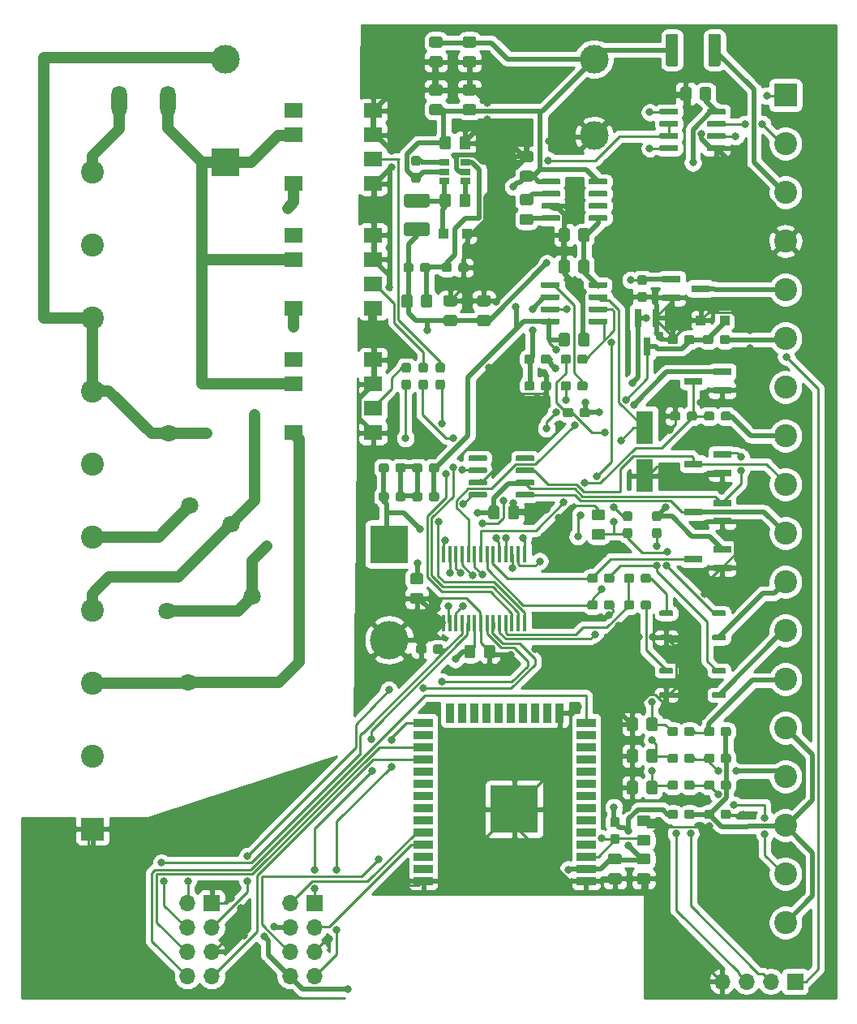
<source format=gbr>
G04 #@! TF.GenerationSoftware,KiCad,Pcbnew,(5.1.5)-3*
G04 #@! TF.CreationDate,2020-06-10T11:45:34+02:00*
G04 #@! TF.ProjectId,atmevse,61746d65-7673-4652-9e6b-696361645f70,rev?*
G04 #@! TF.SameCoordinates,Original*
G04 #@! TF.FileFunction,Copper,L1,Top*
G04 #@! TF.FilePolarity,Positive*
%FSLAX46Y46*%
G04 Gerber Fmt 4.6, Leading zero omitted, Abs format (unit mm)*
G04 Created by KiCad (PCBNEW (5.1.5)-3) date 2020-06-10 11:45:34*
%MOMM*%
%LPD*%
G04 APERTURE LIST*
%ADD10R,5.000000X5.000000*%
%ADD11R,2.000000X0.900000*%
%ADD12R,0.900000X2.000000*%
%ADD13C,2.400000*%
%ADD14R,2.400000X2.400000*%
%ADD15R,4.000000X4.000000*%
%ADD16C,4.000000*%
%ADD17R,0.450000X1.750000*%
%ADD18C,0.100000*%
%ADD19C,1.800000*%
%ADD20R,1.000000X1.000000*%
%ADD21R,1.900000X0.800000*%
%ADD22R,1.800000X3.500000*%
%ADD23R,0.800000X1.900000*%
%ADD24O,1.625600X3.251200*%
%ADD25R,1.700000X1.700000*%
%ADD26O,1.700000X1.700000*%
%ADD27R,1.900000X1.500000*%
%ADD28C,3.000000*%
%ADD29R,3.000000X3.000000*%
%ADD30R,1.060000X0.650000*%
%ADD31C,0.800000*%
%ADD32C,0.500000*%
%ADD33C,0.508000*%
%ADD34C,0.250000*%
%ADD35C,1.200000*%
%ADD36C,0.254000*%
G04 APERTURE END LIST*
D10*
X158354000Y-126189000D03*
D11*
X165854000Y-133689000D03*
X165854000Y-132419000D03*
X165854000Y-131149000D03*
X165854000Y-129879000D03*
X165854000Y-128609000D03*
X165854000Y-127339000D03*
X165854000Y-126069000D03*
X165854000Y-124799000D03*
X165854000Y-123529000D03*
X165854000Y-122259000D03*
X165854000Y-120989000D03*
X165854000Y-119719000D03*
X165854000Y-118449000D03*
X165854000Y-117179000D03*
D12*
X163069000Y-116179000D03*
X161799000Y-116179000D03*
X160529000Y-116179000D03*
X159259000Y-116179000D03*
X157989000Y-116179000D03*
X156719000Y-116179000D03*
X155449000Y-116179000D03*
X154179000Y-116179000D03*
X152909000Y-116179000D03*
X151639000Y-116179000D03*
D11*
X148854000Y-117179000D03*
X148854000Y-118449000D03*
X148854000Y-119719000D03*
X148854000Y-120989000D03*
X148854000Y-122259000D03*
X148854000Y-123529000D03*
X148854000Y-124799000D03*
X148854000Y-126069000D03*
X148854000Y-127339000D03*
X148854000Y-128609000D03*
X148854000Y-129879000D03*
X148854000Y-131149000D03*
X148854000Y-132419000D03*
X148854000Y-133689000D03*
D13*
X114300000Y-59690000D03*
X114300000Y-67310000D03*
X114300000Y-74930000D03*
X114300000Y-82550000D03*
X114300000Y-90170000D03*
X114300000Y-97790000D03*
X114300000Y-105410000D03*
X114300000Y-113030000D03*
X114300000Y-120650000D03*
D14*
X114300000Y-128270000D03*
D15*
X145288000Y-98552000D03*
D16*
X145288000Y-108552000D03*
D17*
X159397000Y-99588000D03*
X158747000Y-99588000D03*
X158097000Y-99588000D03*
X157447000Y-99588000D03*
X156797000Y-99588000D03*
X156147000Y-99588000D03*
X155497000Y-99588000D03*
X154847000Y-99588000D03*
X154197000Y-99588000D03*
X153547000Y-99588000D03*
X152897000Y-99588000D03*
X152247000Y-99588000D03*
X151597000Y-99588000D03*
X150947000Y-99588000D03*
X150947000Y-106788000D03*
X151597000Y-106788000D03*
X152247000Y-106788000D03*
X152897000Y-106788000D03*
X153547000Y-106788000D03*
X154197000Y-106788000D03*
X154847000Y-106788000D03*
X155497000Y-106788000D03*
X156147000Y-106788000D03*
X156797000Y-106788000D03*
X157447000Y-106788000D03*
X158097000Y-106788000D03*
X158747000Y-106788000D03*
X159397000Y-106788000D03*
G04 #@! TA.AperFunction,SMDPad,CuDef*
D18*
G36*
X148935779Y-109026144D02*
G01*
X148958834Y-109029563D01*
X148981443Y-109035227D01*
X149003387Y-109043079D01*
X149024457Y-109053044D01*
X149044448Y-109065026D01*
X149063168Y-109078910D01*
X149080438Y-109094562D01*
X149096090Y-109111832D01*
X149109974Y-109130552D01*
X149121956Y-109150543D01*
X149131921Y-109171613D01*
X149139773Y-109193557D01*
X149145437Y-109216166D01*
X149148856Y-109239221D01*
X149150000Y-109262500D01*
X149150000Y-109737500D01*
X149148856Y-109760779D01*
X149145437Y-109783834D01*
X149139773Y-109806443D01*
X149131921Y-109828387D01*
X149121956Y-109849457D01*
X149109974Y-109869448D01*
X149096090Y-109888168D01*
X149080438Y-109905438D01*
X149063168Y-109921090D01*
X149044448Y-109934974D01*
X149024457Y-109946956D01*
X149003387Y-109956921D01*
X148981443Y-109964773D01*
X148958834Y-109970437D01*
X148935779Y-109973856D01*
X148912500Y-109975000D01*
X148337500Y-109975000D01*
X148314221Y-109973856D01*
X148291166Y-109970437D01*
X148268557Y-109964773D01*
X148246613Y-109956921D01*
X148225543Y-109946956D01*
X148205552Y-109934974D01*
X148186832Y-109921090D01*
X148169562Y-109905438D01*
X148153910Y-109888168D01*
X148140026Y-109869448D01*
X148128044Y-109849457D01*
X148118079Y-109828387D01*
X148110227Y-109806443D01*
X148104563Y-109783834D01*
X148101144Y-109760779D01*
X148100000Y-109737500D01*
X148100000Y-109262500D01*
X148101144Y-109239221D01*
X148104563Y-109216166D01*
X148110227Y-109193557D01*
X148118079Y-109171613D01*
X148128044Y-109150543D01*
X148140026Y-109130552D01*
X148153910Y-109111832D01*
X148169562Y-109094562D01*
X148186832Y-109078910D01*
X148205552Y-109065026D01*
X148225543Y-109053044D01*
X148246613Y-109043079D01*
X148268557Y-109035227D01*
X148291166Y-109029563D01*
X148314221Y-109026144D01*
X148337500Y-109025000D01*
X148912500Y-109025000D01*
X148935779Y-109026144D01*
G37*
G04 #@! TD.AperFunction*
G04 #@! TA.AperFunction,SMDPad,CuDef*
G36*
X150685779Y-109026144D02*
G01*
X150708834Y-109029563D01*
X150731443Y-109035227D01*
X150753387Y-109043079D01*
X150774457Y-109053044D01*
X150794448Y-109065026D01*
X150813168Y-109078910D01*
X150830438Y-109094562D01*
X150846090Y-109111832D01*
X150859974Y-109130552D01*
X150871956Y-109150543D01*
X150881921Y-109171613D01*
X150889773Y-109193557D01*
X150895437Y-109216166D01*
X150898856Y-109239221D01*
X150900000Y-109262500D01*
X150900000Y-109737500D01*
X150898856Y-109760779D01*
X150895437Y-109783834D01*
X150889773Y-109806443D01*
X150881921Y-109828387D01*
X150871956Y-109849457D01*
X150859974Y-109869448D01*
X150846090Y-109888168D01*
X150830438Y-109905438D01*
X150813168Y-109921090D01*
X150794448Y-109934974D01*
X150774457Y-109946956D01*
X150753387Y-109956921D01*
X150731443Y-109964773D01*
X150708834Y-109970437D01*
X150685779Y-109973856D01*
X150662500Y-109975000D01*
X150087500Y-109975000D01*
X150064221Y-109973856D01*
X150041166Y-109970437D01*
X150018557Y-109964773D01*
X149996613Y-109956921D01*
X149975543Y-109946956D01*
X149955552Y-109934974D01*
X149936832Y-109921090D01*
X149919562Y-109905438D01*
X149903910Y-109888168D01*
X149890026Y-109869448D01*
X149878044Y-109849457D01*
X149868079Y-109828387D01*
X149860227Y-109806443D01*
X149854563Y-109783834D01*
X149851144Y-109760779D01*
X149850000Y-109737500D01*
X149850000Y-109262500D01*
X149851144Y-109239221D01*
X149854563Y-109216166D01*
X149860227Y-109193557D01*
X149868079Y-109171613D01*
X149878044Y-109150543D01*
X149890026Y-109130552D01*
X149903910Y-109111832D01*
X149919562Y-109094562D01*
X149936832Y-109078910D01*
X149955552Y-109065026D01*
X149975543Y-109053044D01*
X149996613Y-109043079D01*
X150018557Y-109035227D01*
X150041166Y-109029563D01*
X150064221Y-109026144D01*
X150087500Y-109025000D01*
X150662500Y-109025000D01*
X150685779Y-109026144D01*
G37*
G04 #@! TD.AperFunction*
D19*
X124500000Y-94500000D03*
X122300000Y-87000000D03*
G04 #@! TA.AperFunction,SMDPad,CuDef*
D18*
G36*
X164031779Y-78774144D02*
G01*
X164054834Y-78777563D01*
X164077443Y-78783227D01*
X164099387Y-78791079D01*
X164120457Y-78801044D01*
X164140448Y-78813026D01*
X164159168Y-78826910D01*
X164176438Y-78842562D01*
X164192090Y-78859832D01*
X164205974Y-78878552D01*
X164217956Y-78898543D01*
X164227921Y-78919613D01*
X164235773Y-78941557D01*
X164241437Y-78964166D01*
X164244856Y-78987221D01*
X164246000Y-79010500D01*
X164246000Y-79485500D01*
X164244856Y-79508779D01*
X164241437Y-79531834D01*
X164235773Y-79554443D01*
X164227921Y-79576387D01*
X164217956Y-79597457D01*
X164205974Y-79617448D01*
X164192090Y-79636168D01*
X164176438Y-79653438D01*
X164159168Y-79669090D01*
X164140448Y-79682974D01*
X164120457Y-79694956D01*
X164099387Y-79704921D01*
X164077443Y-79712773D01*
X164054834Y-79718437D01*
X164031779Y-79721856D01*
X164008500Y-79723000D01*
X163433500Y-79723000D01*
X163410221Y-79721856D01*
X163387166Y-79718437D01*
X163364557Y-79712773D01*
X163342613Y-79704921D01*
X163321543Y-79694956D01*
X163301552Y-79682974D01*
X163282832Y-79669090D01*
X163265562Y-79653438D01*
X163249910Y-79636168D01*
X163236026Y-79617448D01*
X163224044Y-79597457D01*
X163214079Y-79576387D01*
X163206227Y-79554443D01*
X163200563Y-79531834D01*
X163197144Y-79508779D01*
X163196000Y-79485500D01*
X163196000Y-79010500D01*
X163197144Y-78987221D01*
X163200563Y-78964166D01*
X163206227Y-78941557D01*
X163214079Y-78919613D01*
X163224044Y-78898543D01*
X163236026Y-78878552D01*
X163249910Y-78859832D01*
X163265562Y-78842562D01*
X163282832Y-78826910D01*
X163301552Y-78813026D01*
X163321543Y-78801044D01*
X163342613Y-78791079D01*
X163364557Y-78783227D01*
X163387166Y-78777563D01*
X163410221Y-78774144D01*
X163433500Y-78773000D01*
X164008500Y-78773000D01*
X164031779Y-78774144D01*
G37*
G04 #@! TD.AperFunction*
G04 #@! TA.AperFunction,SMDPad,CuDef*
G36*
X165781779Y-78774144D02*
G01*
X165804834Y-78777563D01*
X165827443Y-78783227D01*
X165849387Y-78791079D01*
X165870457Y-78801044D01*
X165890448Y-78813026D01*
X165909168Y-78826910D01*
X165926438Y-78842562D01*
X165942090Y-78859832D01*
X165955974Y-78878552D01*
X165967956Y-78898543D01*
X165977921Y-78919613D01*
X165985773Y-78941557D01*
X165991437Y-78964166D01*
X165994856Y-78987221D01*
X165996000Y-79010500D01*
X165996000Y-79485500D01*
X165994856Y-79508779D01*
X165991437Y-79531834D01*
X165985773Y-79554443D01*
X165977921Y-79576387D01*
X165967956Y-79597457D01*
X165955974Y-79617448D01*
X165942090Y-79636168D01*
X165926438Y-79653438D01*
X165909168Y-79669090D01*
X165890448Y-79682974D01*
X165870457Y-79694956D01*
X165849387Y-79704921D01*
X165827443Y-79712773D01*
X165804834Y-79718437D01*
X165781779Y-79721856D01*
X165758500Y-79723000D01*
X165183500Y-79723000D01*
X165160221Y-79721856D01*
X165137166Y-79718437D01*
X165114557Y-79712773D01*
X165092613Y-79704921D01*
X165071543Y-79694956D01*
X165051552Y-79682974D01*
X165032832Y-79669090D01*
X165015562Y-79653438D01*
X164999910Y-79636168D01*
X164986026Y-79617448D01*
X164974044Y-79597457D01*
X164964079Y-79576387D01*
X164956227Y-79554443D01*
X164950563Y-79531834D01*
X164947144Y-79508779D01*
X164946000Y-79485500D01*
X164946000Y-79010500D01*
X164947144Y-78987221D01*
X164950563Y-78964166D01*
X164956227Y-78941557D01*
X164964079Y-78919613D01*
X164974044Y-78898543D01*
X164986026Y-78878552D01*
X164999910Y-78859832D01*
X165015562Y-78842562D01*
X165032832Y-78826910D01*
X165051552Y-78813026D01*
X165071543Y-78801044D01*
X165092613Y-78791079D01*
X165114557Y-78783227D01*
X165137166Y-78777563D01*
X165160221Y-78774144D01*
X165183500Y-78773000D01*
X165758500Y-78773000D01*
X165781779Y-78774144D01*
G37*
G04 #@! TD.AperFunction*
G04 #@! TA.AperFunction,SMDPad,CuDef*
G36*
X154146505Y-45589204D02*
G01*
X154170773Y-45592804D01*
X154194572Y-45598765D01*
X154217671Y-45607030D01*
X154239850Y-45617520D01*
X154260893Y-45630132D01*
X154280599Y-45644747D01*
X154298777Y-45661223D01*
X154315253Y-45679401D01*
X154329868Y-45699107D01*
X154342480Y-45720150D01*
X154352970Y-45742329D01*
X154361235Y-45765428D01*
X154367196Y-45789227D01*
X154370796Y-45813495D01*
X154372000Y-45837999D01*
X154372000Y-46488001D01*
X154370796Y-46512505D01*
X154367196Y-46536773D01*
X154361235Y-46560572D01*
X154352970Y-46583671D01*
X154342480Y-46605850D01*
X154329868Y-46626893D01*
X154315253Y-46646599D01*
X154298777Y-46664777D01*
X154280599Y-46681253D01*
X154260893Y-46695868D01*
X154239850Y-46708480D01*
X154217671Y-46718970D01*
X154194572Y-46727235D01*
X154170773Y-46733196D01*
X154146505Y-46736796D01*
X154122001Y-46738000D01*
X153221999Y-46738000D01*
X153197495Y-46736796D01*
X153173227Y-46733196D01*
X153149428Y-46727235D01*
X153126329Y-46718970D01*
X153104150Y-46708480D01*
X153083107Y-46695868D01*
X153063401Y-46681253D01*
X153045223Y-46664777D01*
X153028747Y-46646599D01*
X153014132Y-46626893D01*
X153001520Y-46605850D01*
X152991030Y-46583671D01*
X152982765Y-46560572D01*
X152976804Y-46536773D01*
X152973204Y-46512505D01*
X152972000Y-46488001D01*
X152972000Y-45837999D01*
X152973204Y-45813495D01*
X152976804Y-45789227D01*
X152982765Y-45765428D01*
X152991030Y-45742329D01*
X153001520Y-45720150D01*
X153014132Y-45699107D01*
X153028747Y-45679401D01*
X153045223Y-45661223D01*
X153063401Y-45644747D01*
X153083107Y-45630132D01*
X153104150Y-45617520D01*
X153126329Y-45607030D01*
X153149428Y-45598765D01*
X153173227Y-45592804D01*
X153197495Y-45589204D01*
X153221999Y-45588000D01*
X154122001Y-45588000D01*
X154146505Y-45589204D01*
G37*
G04 #@! TD.AperFunction*
G04 #@! TA.AperFunction,SMDPad,CuDef*
G36*
X154146505Y-47639204D02*
G01*
X154170773Y-47642804D01*
X154194572Y-47648765D01*
X154217671Y-47657030D01*
X154239850Y-47667520D01*
X154260893Y-47680132D01*
X154280599Y-47694747D01*
X154298777Y-47711223D01*
X154315253Y-47729401D01*
X154329868Y-47749107D01*
X154342480Y-47770150D01*
X154352970Y-47792329D01*
X154361235Y-47815428D01*
X154367196Y-47839227D01*
X154370796Y-47863495D01*
X154372000Y-47887999D01*
X154372000Y-48538001D01*
X154370796Y-48562505D01*
X154367196Y-48586773D01*
X154361235Y-48610572D01*
X154352970Y-48633671D01*
X154342480Y-48655850D01*
X154329868Y-48676893D01*
X154315253Y-48696599D01*
X154298777Y-48714777D01*
X154280599Y-48731253D01*
X154260893Y-48745868D01*
X154239850Y-48758480D01*
X154217671Y-48768970D01*
X154194572Y-48777235D01*
X154170773Y-48783196D01*
X154146505Y-48786796D01*
X154122001Y-48788000D01*
X153221999Y-48788000D01*
X153197495Y-48786796D01*
X153173227Y-48783196D01*
X153149428Y-48777235D01*
X153126329Y-48768970D01*
X153104150Y-48758480D01*
X153083107Y-48745868D01*
X153063401Y-48731253D01*
X153045223Y-48714777D01*
X153028747Y-48696599D01*
X153014132Y-48676893D01*
X153001520Y-48655850D01*
X152991030Y-48633671D01*
X152982765Y-48610572D01*
X152976804Y-48586773D01*
X152973204Y-48562505D01*
X152972000Y-48538001D01*
X152972000Y-47887999D01*
X152973204Y-47863495D01*
X152976804Y-47839227D01*
X152982765Y-47815428D01*
X152991030Y-47792329D01*
X153001520Y-47770150D01*
X153014132Y-47749107D01*
X153028747Y-47729401D01*
X153045223Y-47711223D01*
X153063401Y-47694747D01*
X153083107Y-47680132D01*
X153104150Y-47667520D01*
X153126329Y-47657030D01*
X153149428Y-47648765D01*
X153173227Y-47642804D01*
X153197495Y-47639204D01*
X153221999Y-47638000D01*
X154122001Y-47638000D01*
X154146505Y-47639204D01*
G37*
G04 #@! TD.AperFunction*
G04 #@! TA.AperFunction,SMDPad,CuDef*
G36*
X160108505Y-62039204D02*
G01*
X160132773Y-62042804D01*
X160156572Y-62048765D01*
X160179671Y-62057030D01*
X160201850Y-62067520D01*
X160222893Y-62080132D01*
X160242599Y-62094747D01*
X160260777Y-62111223D01*
X160277253Y-62129401D01*
X160291868Y-62149107D01*
X160304480Y-62170150D01*
X160314970Y-62192329D01*
X160323235Y-62215428D01*
X160329196Y-62239227D01*
X160332796Y-62263495D01*
X160334000Y-62287999D01*
X160334000Y-62938001D01*
X160332796Y-62962505D01*
X160329196Y-62986773D01*
X160323235Y-63010572D01*
X160314970Y-63033671D01*
X160304480Y-63055850D01*
X160291868Y-63076893D01*
X160277253Y-63096599D01*
X160260777Y-63114777D01*
X160242599Y-63131253D01*
X160222893Y-63145868D01*
X160201850Y-63158480D01*
X160179671Y-63168970D01*
X160156572Y-63177235D01*
X160132773Y-63183196D01*
X160108505Y-63186796D01*
X160084001Y-63188000D01*
X159183999Y-63188000D01*
X159159495Y-63186796D01*
X159135227Y-63183196D01*
X159111428Y-63177235D01*
X159088329Y-63168970D01*
X159066150Y-63158480D01*
X159045107Y-63145868D01*
X159025401Y-63131253D01*
X159007223Y-63114777D01*
X158990747Y-63096599D01*
X158976132Y-63076893D01*
X158963520Y-63055850D01*
X158953030Y-63033671D01*
X158944765Y-63010572D01*
X158938804Y-62986773D01*
X158935204Y-62962505D01*
X158934000Y-62938001D01*
X158934000Y-62287999D01*
X158935204Y-62263495D01*
X158938804Y-62239227D01*
X158944765Y-62215428D01*
X158953030Y-62192329D01*
X158963520Y-62170150D01*
X158976132Y-62149107D01*
X158990747Y-62129401D01*
X159007223Y-62111223D01*
X159025401Y-62094747D01*
X159045107Y-62080132D01*
X159066150Y-62067520D01*
X159088329Y-62057030D01*
X159111428Y-62048765D01*
X159135227Y-62042804D01*
X159159495Y-62039204D01*
X159183999Y-62038000D01*
X160084001Y-62038000D01*
X160108505Y-62039204D01*
G37*
G04 #@! TD.AperFunction*
G04 #@! TA.AperFunction,SMDPad,CuDef*
G36*
X160108505Y-64089204D02*
G01*
X160132773Y-64092804D01*
X160156572Y-64098765D01*
X160179671Y-64107030D01*
X160201850Y-64117520D01*
X160222893Y-64130132D01*
X160242599Y-64144747D01*
X160260777Y-64161223D01*
X160277253Y-64179401D01*
X160291868Y-64199107D01*
X160304480Y-64220150D01*
X160314970Y-64242329D01*
X160323235Y-64265428D01*
X160329196Y-64289227D01*
X160332796Y-64313495D01*
X160334000Y-64337999D01*
X160334000Y-64988001D01*
X160332796Y-65012505D01*
X160329196Y-65036773D01*
X160323235Y-65060572D01*
X160314970Y-65083671D01*
X160304480Y-65105850D01*
X160291868Y-65126893D01*
X160277253Y-65146599D01*
X160260777Y-65164777D01*
X160242599Y-65181253D01*
X160222893Y-65195868D01*
X160201850Y-65208480D01*
X160179671Y-65218970D01*
X160156572Y-65227235D01*
X160132773Y-65233196D01*
X160108505Y-65236796D01*
X160084001Y-65238000D01*
X159183999Y-65238000D01*
X159159495Y-65236796D01*
X159135227Y-65233196D01*
X159111428Y-65227235D01*
X159088329Y-65218970D01*
X159066150Y-65208480D01*
X159045107Y-65195868D01*
X159025401Y-65181253D01*
X159007223Y-65164777D01*
X158990747Y-65146599D01*
X158976132Y-65126893D01*
X158963520Y-65105850D01*
X158953030Y-65083671D01*
X158944765Y-65060572D01*
X158938804Y-65036773D01*
X158935204Y-65012505D01*
X158934000Y-64988001D01*
X158934000Y-64337999D01*
X158935204Y-64313495D01*
X158938804Y-64289227D01*
X158944765Y-64265428D01*
X158953030Y-64242329D01*
X158963520Y-64220150D01*
X158976132Y-64199107D01*
X158990747Y-64179401D01*
X159007223Y-64161223D01*
X159025401Y-64144747D01*
X159045107Y-64130132D01*
X159066150Y-64117520D01*
X159088329Y-64107030D01*
X159111428Y-64098765D01*
X159135227Y-64092804D01*
X159159495Y-64089204D01*
X159183999Y-64088000D01*
X160084001Y-64088000D01*
X160108505Y-64089204D01*
G37*
G04 #@! TD.AperFunction*
G04 #@! TA.AperFunction,SMDPad,CuDef*
G36*
X150646505Y-47639204D02*
G01*
X150670773Y-47642804D01*
X150694572Y-47648765D01*
X150717671Y-47657030D01*
X150739850Y-47667520D01*
X150760893Y-47680132D01*
X150780599Y-47694747D01*
X150798777Y-47711223D01*
X150815253Y-47729401D01*
X150829868Y-47749107D01*
X150842480Y-47770150D01*
X150852970Y-47792329D01*
X150861235Y-47815428D01*
X150867196Y-47839227D01*
X150870796Y-47863495D01*
X150872000Y-47887999D01*
X150872000Y-48538001D01*
X150870796Y-48562505D01*
X150867196Y-48586773D01*
X150861235Y-48610572D01*
X150852970Y-48633671D01*
X150842480Y-48655850D01*
X150829868Y-48676893D01*
X150815253Y-48696599D01*
X150798777Y-48714777D01*
X150780599Y-48731253D01*
X150760893Y-48745868D01*
X150739850Y-48758480D01*
X150717671Y-48768970D01*
X150694572Y-48777235D01*
X150670773Y-48783196D01*
X150646505Y-48786796D01*
X150622001Y-48788000D01*
X149721999Y-48788000D01*
X149697495Y-48786796D01*
X149673227Y-48783196D01*
X149649428Y-48777235D01*
X149626329Y-48768970D01*
X149604150Y-48758480D01*
X149583107Y-48745868D01*
X149563401Y-48731253D01*
X149545223Y-48714777D01*
X149528747Y-48696599D01*
X149514132Y-48676893D01*
X149501520Y-48655850D01*
X149491030Y-48633671D01*
X149482765Y-48610572D01*
X149476804Y-48586773D01*
X149473204Y-48562505D01*
X149472000Y-48538001D01*
X149472000Y-47887999D01*
X149473204Y-47863495D01*
X149476804Y-47839227D01*
X149482765Y-47815428D01*
X149491030Y-47792329D01*
X149501520Y-47770150D01*
X149514132Y-47749107D01*
X149528747Y-47729401D01*
X149545223Y-47711223D01*
X149563401Y-47694747D01*
X149583107Y-47680132D01*
X149604150Y-47667520D01*
X149626329Y-47657030D01*
X149649428Y-47648765D01*
X149673227Y-47642804D01*
X149697495Y-47639204D01*
X149721999Y-47638000D01*
X150622001Y-47638000D01*
X150646505Y-47639204D01*
G37*
G04 #@! TD.AperFunction*
G04 #@! TA.AperFunction,SMDPad,CuDef*
G36*
X150646505Y-45589204D02*
G01*
X150670773Y-45592804D01*
X150694572Y-45598765D01*
X150717671Y-45607030D01*
X150739850Y-45617520D01*
X150760893Y-45630132D01*
X150780599Y-45644747D01*
X150798777Y-45661223D01*
X150815253Y-45679401D01*
X150829868Y-45699107D01*
X150842480Y-45720150D01*
X150852970Y-45742329D01*
X150861235Y-45765428D01*
X150867196Y-45789227D01*
X150870796Y-45813495D01*
X150872000Y-45837999D01*
X150872000Y-46488001D01*
X150870796Y-46512505D01*
X150867196Y-46536773D01*
X150861235Y-46560572D01*
X150852970Y-46583671D01*
X150842480Y-46605850D01*
X150829868Y-46626893D01*
X150815253Y-46646599D01*
X150798777Y-46664777D01*
X150780599Y-46681253D01*
X150760893Y-46695868D01*
X150739850Y-46708480D01*
X150717671Y-46718970D01*
X150694572Y-46727235D01*
X150670773Y-46733196D01*
X150646505Y-46736796D01*
X150622001Y-46738000D01*
X149721999Y-46738000D01*
X149697495Y-46736796D01*
X149673227Y-46733196D01*
X149649428Y-46727235D01*
X149626329Y-46718970D01*
X149604150Y-46708480D01*
X149583107Y-46695868D01*
X149563401Y-46681253D01*
X149545223Y-46664777D01*
X149528747Y-46646599D01*
X149514132Y-46626893D01*
X149501520Y-46605850D01*
X149491030Y-46583671D01*
X149482765Y-46560572D01*
X149476804Y-46536773D01*
X149473204Y-46512505D01*
X149472000Y-46488001D01*
X149472000Y-45837999D01*
X149473204Y-45813495D01*
X149476804Y-45789227D01*
X149482765Y-45765428D01*
X149491030Y-45742329D01*
X149501520Y-45720150D01*
X149514132Y-45699107D01*
X149528747Y-45679401D01*
X149545223Y-45661223D01*
X149563401Y-45644747D01*
X149583107Y-45630132D01*
X149604150Y-45617520D01*
X149626329Y-45607030D01*
X149649428Y-45598765D01*
X149673227Y-45592804D01*
X149697495Y-45589204D01*
X149721999Y-45588000D01*
X150622001Y-45588000D01*
X150646505Y-45589204D01*
G37*
G04 #@! TD.AperFunction*
G04 #@! TA.AperFunction,SMDPad,CuDef*
G36*
X160108505Y-57539204D02*
G01*
X160132773Y-57542804D01*
X160156572Y-57548765D01*
X160179671Y-57557030D01*
X160201850Y-57567520D01*
X160222893Y-57580132D01*
X160242599Y-57594747D01*
X160260777Y-57611223D01*
X160277253Y-57629401D01*
X160291868Y-57649107D01*
X160304480Y-57670150D01*
X160314970Y-57692329D01*
X160323235Y-57715428D01*
X160329196Y-57739227D01*
X160332796Y-57763495D01*
X160334000Y-57787999D01*
X160334000Y-58438001D01*
X160332796Y-58462505D01*
X160329196Y-58486773D01*
X160323235Y-58510572D01*
X160314970Y-58533671D01*
X160304480Y-58555850D01*
X160291868Y-58576893D01*
X160277253Y-58596599D01*
X160260777Y-58614777D01*
X160242599Y-58631253D01*
X160222893Y-58645868D01*
X160201850Y-58658480D01*
X160179671Y-58668970D01*
X160156572Y-58677235D01*
X160132773Y-58683196D01*
X160108505Y-58686796D01*
X160084001Y-58688000D01*
X159183999Y-58688000D01*
X159159495Y-58686796D01*
X159135227Y-58683196D01*
X159111428Y-58677235D01*
X159088329Y-58668970D01*
X159066150Y-58658480D01*
X159045107Y-58645868D01*
X159025401Y-58631253D01*
X159007223Y-58614777D01*
X158990747Y-58596599D01*
X158976132Y-58576893D01*
X158963520Y-58555850D01*
X158953030Y-58533671D01*
X158944765Y-58510572D01*
X158938804Y-58486773D01*
X158935204Y-58462505D01*
X158934000Y-58438001D01*
X158934000Y-57787999D01*
X158935204Y-57763495D01*
X158938804Y-57739227D01*
X158944765Y-57715428D01*
X158953030Y-57692329D01*
X158963520Y-57670150D01*
X158976132Y-57649107D01*
X158990747Y-57629401D01*
X159007223Y-57611223D01*
X159025401Y-57594747D01*
X159045107Y-57580132D01*
X159066150Y-57567520D01*
X159088329Y-57557030D01*
X159111428Y-57548765D01*
X159135227Y-57542804D01*
X159159495Y-57539204D01*
X159183999Y-57538000D01*
X160084001Y-57538000D01*
X160108505Y-57539204D01*
G37*
G04 #@! TD.AperFunction*
G04 #@! TA.AperFunction,SMDPad,CuDef*
G36*
X160108505Y-59589204D02*
G01*
X160132773Y-59592804D01*
X160156572Y-59598765D01*
X160179671Y-59607030D01*
X160201850Y-59617520D01*
X160222893Y-59630132D01*
X160242599Y-59644747D01*
X160260777Y-59661223D01*
X160277253Y-59679401D01*
X160291868Y-59699107D01*
X160304480Y-59720150D01*
X160314970Y-59742329D01*
X160323235Y-59765428D01*
X160329196Y-59789227D01*
X160332796Y-59813495D01*
X160334000Y-59837999D01*
X160334000Y-60488001D01*
X160332796Y-60512505D01*
X160329196Y-60536773D01*
X160323235Y-60560572D01*
X160314970Y-60583671D01*
X160304480Y-60605850D01*
X160291868Y-60626893D01*
X160277253Y-60646599D01*
X160260777Y-60664777D01*
X160242599Y-60681253D01*
X160222893Y-60695868D01*
X160201850Y-60708480D01*
X160179671Y-60718970D01*
X160156572Y-60727235D01*
X160132773Y-60733196D01*
X160108505Y-60736796D01*
X160084001Y-60738000D01*
X159183999Y-60738000D01*
X159159495Y-60736796D01*
X159135227Y-60733196D01*
X159111428Y-60727235D01*
X159088329Y-60718970D01*
X159066150Y-60708480D01*
X159045107Y-60695868D01*
X159025401Y-60681253D01*
X159007223Y-60664777D01*
X158990747Y-60646599D01*
X158976132Y-60626893D01*
X158963520Y-60605850D01*
X158953030Y-60583671D01*
X158944765Y-60560572D01*
X158938804Y-60536773D01*
X158935204Y-60512505D01*
X158934000Y-60488001D01*
X158934000Y-59837999D01*
X158935204Y-59813495D01*
X158938804Y-59789227D01*
X158944765Y-59765428D01*
X158953030Y-59742329D01*
X158963520Y-59720150D01*
X158976132Y-59699107D01*
X158990747Y-59679401D01*
X159007223Y-59661223D01*
X159025401Y-59644747D01*
X159045107Y-59630132D01*
X159066150Y-59617520D01*
X159088329Y-59607030D01*
X159111428Y-59598765D01*
X159135227Y-59592804D01*
X159159495Y-59589204D01*
X159183999Y-59588000D01*
X160084001Y-59588000D01*
X160108505Y-59589204D01*
G37*
G04 #@! TD.AperFunction*
G04 #@! TA.AperFunction,SMDPad,CuDef*
G36*
X150646505Y-52639204D02*
G01*
X150670773Y-52642804D01*
X150694572Y-52648765D01*
X150717671Y-52657030D01*
X150739850Y-52667520D01*
X150760893Y-52680132D01*
X150780599Y-52694747D01*
X150798777Y-52711223D01*
X150815253Y-52729401D01*
X150829868Y-52749107D01*
X150842480Y-52770150D01*
X150852970Y-52792329D01*
X150861235Y-52815428D01*
X150867196Y-52839227D01*
X150870796Y-52863495D01*
X150872000Y-52887999D01*
X150872000Y-53538001D01*
X150870796Y-53562505D01*
X150867196Y-53586773D01*
X150861235Y-53610572D01*
X150852970Y-53633671D01*
X150842480Y-53655850D01*
X150829868Y-53676893D01*
X150815253Y-53696599D01*
X150798777Y-53714777D01*
X150780599Y-53731253D01*
X150760893Y-53745868D01*
X150739850Y-53758480D01*
X150717671Y-53768970D01*
X150694572Y-53777235D01*
X150670773Y-53783196D01*
X150646505Y-53786796D01*
X150622001Y-53788000D01*
X149721999Y-53788000D01*
X149697495Y-53786796D01*
X149673227Y-53783196D01*
X149649428Y-53777235D01*
X149626329Y-53768970D01*
X149604150Y-53758480D01*
X149583107Y-53745868D01*
X149563401Y-53731253D01*
X149545223Y-53714777D01*
X149528747Y-53696599D01*
X149514132Y-53676893D01*
X149501520Y-53655850D01*
X149491030Y-53633671D01*
X149482765Y-53610572D01*
X149476804Y-53586773D01*
X149473204Y-53562505D01*
X149472000Y-53538001D01*
X149472000Y-52887999D01*
X149473204Y-52863495D01*
X149476804Y-52839227D01*
X149482765Y-52815428D01*
X149491030Y-52792329D01*
X149501520Y-52770150D01*
X149514132Y-52749107D01*
X149528747Y-52729401D01*
X149545223Y-52711223D01*
X149563401Y-52694747D01*
X149583107Y-52680132D01*
X149604150Y-52667520D01*
X149626329Y-52657030D01*
X149649428Y-52648765D01*
X149673227Y-52642804D01*
X149697495Y-52639204D01*
X149721999Y-52638000D01*
X150622001Y-52638000D01*
X150646505Y-52639204D01*
G37*
G04 #@! TD.AperFunction*
G04 #@! TA.AperFunction,SMDPad,CuDef*
G36*
X150646505Y-50589204D02*
G01*
X150670773Y-50592804D01*
X150694572Y-50598765D01*
X150717671Y-50607030D01*
X150739850Y-50617520D01*
X150760893Y-50630132D01*
X150780599Y-50644747D01*
X150798777Y-50661223D01*
X150815253Y-50679401D01*
X150829868Y-50699107D01*
X150842480Y-50720150D01*
X150852970Y-50742329D01*
X150861235Y-50765428D01*
X150867196Y-50789227D01*
X150870796Y-50813495D01*
X150872000Y-50837999D01*
X150872000Y-51488001D01*
X150870796Y-51512505D01*
X150867196Y-51536773D01*
X150861235Y-51560572D01*
X150852970Y-51583671D01*
X150842480Y-51605850D01*
X150829868Y-51626893D01*
X150815253Y-51646599D01*
X150798777Y-51664777D01*
X150780599Y-51681253D01*
X150760893Y-51695868D01*
X150739850Y-51708480D01*
X150717671Y-51718970D01*
X150694572Y-51727235D01*
X150670773Y-51733196D01*
X150646505Y-51736796D01*
X150622001Y-51738000D01*
X149721999Y-51738000D01*
X149697495Y-51736796D01*
X149673227Y-51733196D01*
X149649428Y-51727235D01*
X149626329Y-51718970D01*
X149604150Y-51708480D01*
X149583107Y-51695868D01*
X149563401Y-51681253D01*
X149545223Y-51664777D01*
X149528747Y-51646599D01*
X149514132Y-51626893D01*
X149501520Y-51605850D01*
X149491030Y-51583671D01*
X149482765Y-51560572D01*
X149476804Y-51536773D01*
X149473204Y-51512505D01*
X149472000Y-51488001D01*
X149472000Y-50837999D01*
X149473204Y-50813495D01*
X149476804Y-50789227D01*
X149482765Y-50765428D01*
X149491030Y-50742329D01*
X149501520Y-50720150D01*
X149514132Y-50699107D01*
X149528747Y-50679401D01*
X149545223Y-50661223D01*
X149563401Y-50644747D01*
X149583107Y-50630132D01*
X149604150Y-50617520D01*
X149626329Y-50607030D01*
X149649428Y-50598765D01*
X149673227Y-50592804D01*
X149697495Y-50589204D01*
X149721999Y-50588000D01*
X150622001Y-50588000D01*
X150646505Y-50589204D01*
G37*
G04 #@! TD.AperFunction*
G04 #@! TA.AperFunction,SMDPad,CuDef*
G36*
X154146505Y-50589204D02*
G01*
X154170773Y-50592804D01*
X154194572Y-50598765D01*
X154217671Y-50607030D01*
X154239850Y-50617520D01*
X154260893Y-50630132D01*
X154280599Y-50644747D01*
X154298777Y-50661223D01*
X154315253Y-50679401D01*
X154329868Y-50699107D01*
X154342480Y-50720150D01*
X154352970Y-50742329D01*
X154361235Y-50765428D01*
X154367196Y-50789227D01*
X154370796Y-50813495D01*
X154372000Y-50837999D01*
X154372000Y-51488001D01*
X154370796Y-51512505D01*
X154367196Y-51536773D01*
X154361235Y-51560572D01*
X154352970Y-51583671D01*
X154342480Y-51605850D01*
X154329868Y-51626893D01*
X154315253Y-51646599D01*
X154298777Y-51664777D01*
X154280599Y-51681253D01*
X154260893Y-51695868D01*
X154239850Y-51708480D01*
X154217671Y-51718970D01*
X154194572Y-51727235D01*
X154170773Y-51733196D01*
X154146505Y-51736796D01*
X154122001Y-51738000D01*
X153221999Y-51738000D01*
X153197495Y-51736796D01*
X153173227Y-51733196D01*
X153149428Y-51727235D01*
X153126329Y-51718970D01*
X153104150Y-51708480D01*
X153083107Y-51695868D01*
X153063401Y-51681253D01*
X153045223Y-51664777D01*
X153028747Y-51646599D01*
X153014132Y-51626893D01*
X153001520Y-51605850D01*
X152991030Y-51583671D01*
X152982765Y-51560572D01*
X152976804Y-51536773D01*
X152973204Y-51512505D01*
X152972000Y-51488001D01*
X152972000Y-50837999D01*
X152973204Y-50813495D01*
X152976804Y-50789227D01*
X152982765Y-50765428D01*
X152991030Y-50742329D01*
X153001520Y-50720150D01*
X153014132Y-50699107D01*
X153028747Y-50679401D01*
X153045223Y-50661223D01*
X153063401Y-50644747D01*
X153083107Y-50630132D01*
X153104150Y-50617520D01*
X153126329Y-50607030D01*
X153149428Y-50598765D01*
X153173227Y-50592804D01*
X153197495Y-50589204D01*
X153221999Y-50588000D01*
X154122001Y-50588000D01*
X154146505Y-50589204D01*
G37*
G04 #@! TD.AperFunction*
G04 #@! TA.AperFunction,SMDPad,CuDef*
G36*
X154146505Y-52639204D02*
G01*
X154170773Y-52642804D01*
X154194572Y-52648765D01*
X154217671Y-52657030D01*
X154239850Y-52667520D01*
X154260893Y-52680132D01*
X154280599Y-52694747D01*
X154298777Y-52711223D01*
X154315253Y-52729401D01*
X154329868Y-52749107D01*
X154342480Y-52770150D01*
X154352970Y-52792329D01*
X154361235Y-52815428D01*
X154367196Y-52839227D01*
X154370796Y-52863495D01*
X154372000Y-52887999D01*
X154372000Y-53538001D01*
X154370796Y-53562505D01*
X154367196Y-53586773D01*
X154361235Y-53610572D01*
X154352970Y-53633671D01*
X154342480Y-53655850D01*
X154329868Y-53676893D01*
X154315253Y-53696599D01*
X154298777Y-53714777D01*
X154280599Y-53731253D01*
X154260893Y-53745868D01*
X154239850Y-53758480D01*
X154217671Y-53768970D01*
X154194572Y-53777235D01*
X154170773Y-53783196D01*
X154146505Y-53786796D01*
X154122001Y-53788000D01*
X153221999Y-53788000D01*
X153197495Y-53786796D01*
X153173227Y-53783196D01*
X153149428Y-53777235D01*
X153126329Y-53768970D01*
X153104150Y-53758480D01*
X153083107Y-53745868D01*
X153063401Y-53731253D01*
X153045223Y-53714777D01*
X153028747Y-53696599D01*
X153014132Y-53676893D01*
X153001520Y-53655850D01*
X152991030Y-53633671D01*
X152982765Y-53610572D01*
X152976804Y-53586773D01*
X152973204Y-53562505D01*
X152972000Y-53538001D01*
X152972000Y-52887999D01*
X152973204Y-52863495D01*
X152976804Y-52839227D01*
X152982765Y-52815428D01*
X152991030Y-52792329D01*
X153001520Y-52770150D01*
X153014132Y-52749107D01*
X153028747Y-52729401D01*
X153045223Y-52711223D01*
X153063401Y-52694747D01*
X153083107Y-52680132D01*
X153104150Y-52667520D01*
X153126329Y-52657030D01*
X153149428Y-52648765D01*
X153173227Y-52642804D01*
X153197495Y-52639204D01*
X153221999Y-52638000D01*
X154122001Y-52638000D01*
X154146505Y-52639204D01*
G37*
G04 #@! TD.AperFunction*
G04 #@! TA.AperFunction,SMDPad,CuDef*
G36*
X151496505Y-55989204D02*
G01*
X151520773Y-55992804D01*
X151544572Y-55998765D01*
X151567671Y-56007030D01*
X151589850Y-56017520D01*
X151610893Y-56030132D01*
X151630599Y-56044747D01*
X151648777Y-56061223D01*
X151665253Y-56079401D01*
X151679868Y-56099107D01*
X151692480Y-56120150D01*
X151702970Y-56142329D01*
X151711235Y-56165428D01*
X151717196Y-56189227D01*
X151720796Y-56213495D01*
X151722000Y-56237999D01*
X151722000Y-57138001D01*
X151720796Y-57162505D01*
X151717196Y-57186773D01*
X151711235Y-57210572D01*
X151702970Y-57233671D01*
X151692480Y-57255850D01*
X151679868Y-57276893D01*
X151665253Y-57296599D01*
X151648777Y-57314777D01*
X151630599Y-57331253D01*
X151610893Y-57345868D01*
X151589850Y-57358480D01*
X151567671Y-57368970D01*
X151544572Y-57377235D01*
X151520773Y-57383196D01*
X151496505Y-57386796D01*
X151472001Y-57388000D01*
X150821999Y-57388000D01*
X150797495Y-57386796D01*
X150773227Y-57383196D01*
X150749428Y-57377235D01*
X150726329Y-57368970D01*
X150704150Y-57358480D01*
X150683107Y-57345868D01*
X150663401Y-57331253D01*
X150645223Y-57314777D01*
X150628747Y-57296599D01*
X150614132Y-57276893D01*
X150601520Y-57255850D01*
X150591030Y-57233671D01*
X150582765Y-57210572D01*
X150576804Y-57186773D01*
X150573204Y-57162505D01*
X150572000Y-57138001D01*
X150572000Y-56237999D01*
X150573204Y-56213495D01*
X150576804Y-56189227D01*
X150582765Y-56165428D01*
X150591030Y-56142329D01*
X150601520Y-56120150D01*
X150614132Y-56099107D01*
X150628747Y-56079401D01*
X150645223Y-56061223D01*
X150663401Y-56044747D01*
X150683107Y-56030132D01*
X150704150Y-56017520D01*
X150726329Y-56007030D01*
X150749428Y-55998765D01*
X150773227Y-55992804D01*
X150797495Y-55989204D01*
X150821999Y-55988000D01*
X151472001Y-55988000D01*
X151496505Y-55989204D01*
G37*
G04 #@! TD.AperFunction*
G04 #@! TA.AperFunction,SMDPad,CuDef*
G36*
X153546505Y-55989204D02*
G01*
X153570773Y-55992804D01*
X153594572Y-55998765D01*
X153617671Y-56007030D01*
X153639850Y-56017520D01*
X153660893Y-56030132D01*
X153680599Y-56044747D01*
X153698777Y-56061223D01*
X153715253Y-56079401D01*
X153729868Y-56099107D01*
X153742480Y-56120150D01*
X153752970Y-56142329D01*
X153761235Y-56165428D01*
X153767196Y-56189227D01*
X153770796Y-56213495D01*
X153772000Y-56237999D01*
X153772000Y-57138001D01*
X153770796Y-57162505D01*
X153767196Y-57186773D01*
X153761235Y-57210572D01*
X153752970Y-57233671D01*
X153742480Y-57255850D01*
X153729868Y-57276893D01*
X153715253Y-57296599D01*
X153698777Y-57314777D01*
X153680599Y-57331253D01*
X153660893Y-57345868D01*
X153639850Y-57358480D01*
X153617671Y-57368970D01*
X153594572Y-57377235D01*
X153570773Y-57383196D01*
X153546505Y-57386796D01*
X153522001Y-57388000D01*
X152871999Y-57388000D01*
X152847495Y-57386796D01*
X152823227Y-57383196D01*
X152799428Y-57377235D01*
X152776329Y-57368970D01*
X152754150Y-57358480D01*
X152733107Y-57345868D01*
X152713401Y-57331253D01*
X152695223Y-57314777D01*
X152678747Y-57296599D01*
X152664132Y-57276893D01*
X152651520Y-57255850D01*
X152641030Y-57233671D01*
X152632765Y-57210572D01*
X152626804Y-57186773D01*
X152623204Y-57162505D01*
X152622000Y-57138001D01*
X152622000Y-56237999D01*
X152623204Y-56213495D01*
X152626804Y-56189227D01*
X152632765Y-56165428D01*
X152641030Y-56142329D01*
X152651520Y-56120150D01*
X152664132Y-56099107D01*
X152678747Y-56079401D01*
X152695223Y-56061223D01*
X152713401Y-56044747D01*
X152733107Y-56030132D01*
X152754150Y-56017520D01*
X152776329Y-56007030D01*
X152799428Y-55998765D01*
X152823227Y-55992804D01*
X152847495Y-55989204D01*
X152871999Y-55988000D01*
X153522001Y-55988000D01*
X153546505Y-55989204D01*
G37*
G04 #@! TD.AperFunction*
G04 #@! TA.AperFunction,SMDPad,CuDef*
G36*
X163916505Y-65595204D02*
G01*
X163940773Y-65598804D01*
X163964572Y-65604765D01*
X163987671Y-65613030D01*
X164009850Y-65623520D01*
X164030893Y-65636132D01*
X164050599Y-65650747D01*
X164068777Y-65667223D01*
X164085253Y-65685401D01*
X164099868Y-65705107D01*
X164112480Y-65726150D01*
X164122970Y-65748329D01*
X164131235Y-65771428D01*
X164137196Y-65795227D01*
X164140796Y-65819495D01*
X164142000Y-65843999D01*
X164142000Y-66744001D01*
X164140796Y-66768505D01*
X164137196Y-66792773D01*
X164131235Y-66816572D01*
X164122970Y-66839671D01*
X164112480Y-66861850D01*
X164099868Y-66882893D01*
X164085253Y-66902599D01*
X164068777Y-66920777D01*
X164050599Y-66937253D01*
X164030893Y-66951868D01*
X164009850Y-66964480D01*
X163987671Y-66974970D01*
X163964572Y-66983235D01*
X163940773Y-66989196D01*
X163916505Y-66992796D01*
X163892001Y-66994000D01*
X163241999Y-66994000D01*
X163217495Y-66992796D01*
X163193227Y-66989196D01*
X163169428Y-66983235D01*
X163146329Y-66974970D01*
X163124150Y-66964480D01*
X163103107Y-66951868D01*
X163083401Y-66937253D01*
X163065223Y-66920777D01*
X163048747Y-66902599D01*
X163034132Y-66882893D01*
X163021520Y-66861850D01*
X163011030Y-66839671D01*
X163002765Y-66816572D01*
X162996804Y-66792773D01*
X162993204Y-66768505D01*
X162992000Y-66744001D01*
X162992000Y-65843999D01*
X162993204Y-65819495D01*
X162996804Y-65795227D01*
X163002765Y-65771428D01*
X163011030Y-65748329D01*
X163021520Y-65726150D01*
X163034132Y-65705107D01*
X163048747Y-65685401D01*
X163065223Y-65667223D01*
X163083401Y-65650747D01*
X163103107Y-65636132D01*
X163124150Y-65623520D01*
X163146329Y-65613030D01*
X163169428Y-65604765D01*
X163193227Y-65598804D01*
X163217495Y-65595204D01*
X163241999Y-65594000D01*
X163892001Y-65594000D01*
X163916505Y-65595204D01*
G37*
G04 #@! TD.AperFunction*
G04 #@! TA.AperFunction,SMDPad,CuDef*
G36*
X165966505Y-65595204D02*
G01*
X165990773Y-65598804D01*
X166014572Y-65604765D01*
X166037671Y-65613030D01*
X166059850Y-65623520D01*
X166080893Y-65636132D01*
X166100599Y-65650747D01*
X166118777Y-65667223D01*
X166135253Y-65685401D01*
X166149868Y-65705107D01*
X166162480Y-65726150D01*
X166172970Y-65748329D01*
X166181235Y-65771428D01*
X166187196Y-65795227D01*
X166190796Y-65819495D01*
X166192000Y-65843999D01*
X166192000Y-66744001D01*
X166190796Y-66768505D01*
X166187196Y-66792773D01*
X166181235Y-66816572D01*
X166172970Y-66839671D01*
X166162480Y-66861850D01*
X166149868Y-66882893D01*
X166135253Y-66902599D01*
X166118777Y-66920777D01*
X166100599Y-66937253D01*
X166080893Y-66951868D01*
X166059850Y-66964480D01*
X166037671Y-66974970D01*
X166014572Y-66983235D01*
X165990773Y-66989196D01*
X165966505Y-66992796D01*
X165942001Y-66994000D01*
X165291999Y-66994000D01*
X165267495Y-66992796D01*
X165243227Y-66989196D01*
X165219428Y-66983235D01*
X165196329Y-66974970D01*
X165174150Y-66964480D01*
X165153107Y-66951868D01*
X165133401Y-66937253D01*
X165115223Y-66920777D01*
X165098747Y-66902599D01*
X165084132Y-66882893D01*
X165071520Y-66861850D01*
X165061030Y-66839671D01*
X165052765Y-66816572D01*
X165046804Y-66792773D01*
X165043204Y-66768505D01*
X165042000Y-66744001D01*
X165042000Y-65843999D01*
X165043204Y-65819495D01*
X165046804Y-65795227D01*
X165052765Y-65771428D01*
X165061030Y-65748329D01*
X165071520Y-65726150D01*
X165084132Y-65705107D01*
X165098747Y-65685401D01*
X165115223Y-65667223D01*
X165133401Y-65650747D01*
X165153107Y-65636132D01*
X165174150Y-65623520D01*
X165196329Y-65613030D01*
X165219428Y-65604765D01*
X165243227Y-65598804D01*
X165267495Y-65595204D01*
X165291999Y-65594000D01*
X165942001Y-65594000D01*
X165966505Y-65595204D01*
G37*
G04 #@! TD.AperFunction*
G04 #@! TA.AperFunction,SMDPad,CuDef*
G36*
X153546505Y-61989204D02*
G01*
X153570773Y-61992804D01*
X153594572Y-61998765D01*
X153617671Y-62007030D01*
X153639850Y-62017520D01*
X153660893Y-62030132D01*
X153680599Y-62044747D01*
X153698777Y-62061223D01*
X153715253Y-62079401D01*
X153729868Y-62099107D01*
X153742480Y-62120150D01*
X153752970Y-62142329D01*
X153761235Y-62165428D01*
X153767196Y-62189227D01*
X153770796Y-62213495D01*
X153772000Y-62237999D01*
X153772000Y-63138001D01*
X153770796Y-63162505D01*
X153767196Y-63186773D01*
X153761235Y-63210572D01*
X153752970Y-63233671D01*
X153742480Y-63255850D01*
X153729868Y-63276893D01*
X153715253Y-63296599D01*
X153698777Y-63314777D01*
X153680599Y-63331253D01*
X153660893Y-63345868D01*
X153639850Y-63358480D01*
X153617671Y-63368970D01*
X153594572Y-63377235D01*
X153570773Y-63383196D01*
X153546505Y-63386796D01*
X153522001Y-63388000D01*
X152871999Y-63388000D01*
X152847495Y-63386796D01*
X152823227Y-63383196D01*
X152799428Y-63377235D01*
X152776329Y-63368970D01*
X152754150Y-63358480D01*
X152733107Y-63345868D01*
X152713401Y-63331253D01*
X152695223Y-63314777D01*
X152678747Y-63296599D01*
X152664132Y-63276893D01*
X152651520Y-63255850D01*
X152641030Y-63233671D01*
X152632765Y-63210572D01*
X152626804Y-63186773D01*
X152623204Y-63162505D01*
X152622000Y-63138001D01*
X152622000Y-62237999D01*
X152623204Y-62213495D01*
X152626804Y-62189227D01*
X152632765Y-62165428D01*
X152641030Y-62142329D01*
X152651520Y-62120150D01*
X152664132Y-62099107D01*
X152678747Y-62079401D01*
X152695223Y-62061223D01*
X152713401Y-62044747D01*
X152733107Y-62030132D01*
X152754150Y-62017520D01*
X152776329Y-62007030D01*
X152799428Y-61998765D01*
X152823227Y-61992804D01*
X152847495Y-61989204D01*
X152871999Y-61988000D01*
X153522001Y-61988000D01*
X153546505Y-61989204D01*
G37*
G04 #@! TD.AperFunction*
G04 #@! TA.AperFunction,SMDPad,CuDef*
G36*
X151496505Y-61989204D02*
G01*
X151520773Y-61992804D01*
X151544572Y-61998765D01*
X151567671Y-62007030D01*
X151589850Y-62017520D01*
X151610893Y-62030132D01*
X151630599Y-62044747D01*
X151648777Y-62061223D01*
X151665253Y-62079401D01*
X151679868Y-62099107D01*
X151692480Y-62120150D01*
X151702970Y-62142329D01*
X151711235Y-62165428D01*
X151717196Y-62189227D01*
X151720796Y-62213495D01*
X151722000Y-62237999D01*
X151722000Y-63138001D01*
X151720796Y-63162505D01*
X151717196Y-63186773D01*
X151711235Y-63210572D01*
X151702970Y-63233671D01*
X151692480Y-63255850D01*
X151679868Y-63276893D01*
X151665253Y-63296599D01*
X151648777Y-63314777D01*
X151630599Y-63331253D01*
X151610893Y-63345868D01*
X151589850Y-63358480D01*
X151567671Y-63368970D01*
X151544572Y-63377235D01*
X151520773Y-63383196D01*
X151496505Y-63386796D01*
X151472001Y-63388000D01*
X150821999Y-63388000D01*
X150797495Y-63386796D01*
X150773227Y-63383196D01*
X150749428Y-63377235D01*
X150726329Y-63368970D01*
X150704150Y-63358480D01*
X150683107Y-63345868D01*
X150663401Y-63331253D01*
X150645223Y-63314777D01*
X150628747Y-63296599D01*
X150614132Y-63276893D01*
X150601520Y-63255850D01*
X150591030Y-63233671D01*
X150582765Y-63210572D01*
X150576804Y-63186773D01*
X150573204Y-63162505D01*
X150572000Y-63138001D01*
X150572000Y-62237999D01*
X150573204Y-62213495D01*
X150576804Y-62189227D01*
X150582765Y-62165428D01*
X150591030Y-62142329D01*
X150601520Y-62120150D01*
X150614132Y-62099107D01*
X150628747Y-62079401D01*
X150645223Y-62061223D01*
X150663401Y-62044747D01*
X150683107Y-62030132D01*
X150704150Y-62017520D01*
X150726329Y-62007030D01*
X150749428Y-61998765D01*
X150773227Y-61992804D01*
X150797495Y-61989204D01*
X150821999Y-61988000D01*
X151472001Y-61988000D01*
X151496505Y-61989204D01*
G37*
G04 #@! TD.AperFunction*
G04 #@! TA.AperFunction,SMDPad,CuDef*
G36*
X155646505Y-74639204D02*
G01*
X155670773Y-74642804D01*
X155694572Y-74648765D01*
X155717671Y-74657030D01*
X155739850Y-74667520D01*
X155760893Y-74680132D01*
X155780599Y-74694747D01*
X155798777Y-74711223D01*
X155815253Y-74729401D01*
X155829868Y-74749107D01*
X155842480Y-74770150D01*
X155852970Y-74792329D01*
X155861235Y-74815428D01*
X155867196Y-74839227D01*
X155870796Y-74863495D01*
X155872000Y-74887999D01*
X155872000Y-75538001D01*
X155870796Y-75562505D01*
X155867196Y-75586773D01*
X155861235Y-75610572D01*
X155852970Y-75633671D01*
X155842480Y-75655850D01*
X155829868Y-75676893D01*
X155815253Y-75696599D01*
X155798777Y-75714777D01*
X155780599Y-75731253D01*
X155760893Y-75745868D01*
X155739850Y-75758480D01*
X155717671Y-75768970D01*
X155694572Y-75777235D01*
X155670773Y-75783196D01*
X155646505Y-75786796D01*
X155622001Y-75788000D01*
X154721999Y-75788000D01*
X154697495Y-75786796D01*
X154673227Y-75783196D01*
X154649428Y-75777235D01*
X154626329Y-75768970D01*
X154604150Y-75758480D01*
X154583107Y-75745868D01*
X154563401Y-75731253D01*
X154545223Y-75714777D01*
X154528747Y-75696599D01*
X154514132Y-75676893D01*
X154501520Y-75655850D01*
X154491030Y-75633671D01*
X154482765Y-75610572D01*
X154476804Y-75586773D01*
X154473204Y-75562505D01*
X154472000Y-75538001D01*
X154472000Y-74887999D01*
X154473204Y-74863495D01*
X154476804Y-74839227D01*
X154482765Y-74815428D01*
X154491030Y-74792329D01*
X154501520Y-74770150D01*
X154514132Y-74749107D01*
X154528747Y-74729401D01*
X154545223Y-74711223D01*
X154563401Y-74694747D01*
X154583107Y-74680132D01*
X154604150Y-74667520D01*
X154626329Y-74657030D01*
X154649428Y-74648765D01*
X154673227Y-74642804D01*
X154697495Y-74639204D01*
X154721999Y-74638000D01*
X155622001Y-74638000D01*
X155646505Y-74639204D01*
G37*
G04 #@! TD.AperFunction*
G04 #@! TA.AperFunction,SMDPad,CuDef*
G36*
X155646505Y-72589204D02*
G01*
X155670773Y-72592804D01*
X155694572Y-72598765D01*
X155717671Y-72607030D01*
X155739850Y-72617520D01*
X155760893Y-72630132D01*
X155780599Y-72644747D01*
X155798777Y-72661223D01*
X155815253Y-72679401D01*
X155829868Y-72699107D01*
X155842480Y-72720150D01*
X155852970Y-72742329D01*
X155861235Y-72765428D01*
X155867196Y-72789227D01*
X155870796Y-72813495D01*
X155872000Y-72837999D01*
X155872000Y-73488001D01*
X155870796Y-73512505D01*
X155867196Y-73536773D01*
X155861235Y-73560572D01*
X155852970Y-73583671D01*
X155842480Y-73605850D01*
X155829868Y-73626893D01*
X155815253Y-73646599D01*
X155798777Y-73664777D01*
X155780599Y-73681253D01*
X155760893Y-73695868D01*
X155739850Y-73708480D01*
X155717671Y-73718970D01*
X155694572Y-73727235D01*
X155670773Y-73733196D01*
X155646505Y-73736796D01*
X155622001Y-73738000D01*
X154721999Y-73738000D01*
X154697495Y-73736796D01*
X154673227Y-73733196D01*
X154649428Y-73727235D01*
X154626329Y-73718970D01*
X154604150Y-73708480D01*
X154583107Y-73695868D01*
X154563401Y-73681253D01*
X154545223Y-73664777D01*
X154528747Y-73646599D01*
X154514132Y-73626893D01*
X154501520Y-73605850D01*
X154491030Y-73583671D01*
X154482765Y-73560572D01*
X154476804Y-73536773D01*
X154473204Y-73512505D01*
X154472000Y-73488001D01*
X154472000Y-72837999D01*
X154473204Y-72813495D01*
X154476804Y-72789227D01*
X154482765Y-72765428D01*
X154491030Y-72742329D01*
X154501520Y-72720150D01*
X154514132Y-72699107D01*
X154528747Y-72679401D01*
X154545223Y-72661223D01*
X154563401Y-72644747D01*
X154583107Y-72630132D01*
X154604150Y-72617520D01*
X154626329Y-72607030D01*
X154649428Y-72598765D01*
X154673227Y-72592804D01*
X154697495Y-72589204D01*
X154721999Y-72588000D01*
X155622001Y-72588000D01*
X155646505Y-72589204D01*
G37*
G04 #@! TD.AperFunction*
G04 #@! TA.AperFunction,SMDPad,CuDef*
G36*
X152146505Y-72589204D02*
G01*
X152170773Y-72592804D01*
X152194572Y-72598765D01*
X152217671Y-72607030D01*
X152239850Y-72617520D01*
X152260893Y-72630132D01*
X152280599Y-72644747D01*
X152298777Y-72661223D01*
X152315253Y-72679401D01*
X152329868Y-72699107D01*
X152342480Y-72720150D01*
X152352970Y-72742329D01*
X152361235Y-72765428D01*
X152367196Y-72789227D01*
X152370796Y-72813495D01*
X152372000Y-72837999D01*
X152372000Y-73488001D01*
X152370796Y-73512505D01*
X152367196Y-73536773D01*
X152361235Y-73560572D01*
X152352970Y-73583671D01*
X152342480Y-73605850D01*
X152329868Y-73626893D01*
X152315253Y-73646599D01*
X152298777Y-73664777D01*
X152280599Y-73681253D01*
X152260893Y-73695868D01*
X152239850Y-73708480D01*
X152217671Y-73718970D01*
X152194572Y-73727235D01*
X152170773Y-73733196D01*
X152146505Y-73736796D01*
X152122001Y-73738000D01*
X151221999Y-73738000D01*
X151197495Y-73736796D01*
X151173227Y-73733196D01*
X151149428Y-73727235D01*
X151126329Y-73718970D01*
X151104150Y-73708480D01*
X151083107Y-73695868D01*
X151063401Y-73681253D01*
X151045223Y-73664777D01*
X151028747Y-73646599D01*
X151014132Y-73626893D01*
X151001520Y-73605850D01*
X150991030Y-73583671D01*
X150982765Y-73560572D01*
X150976804Y-73536773D01*
X150973204Y-73512505D01*
X150972000Y-73488001D01*
X150972000Y-72837999D01*
X150973204Y-72813495D01*
X150976804Y-72789227D01*
X150982765Y-72765428D01*
X150991030Y-72742329D01*
X151001520Y-72720150D01*
X151014132Y-72699107D01*
X151028747Y-72679401D01*
X151045223Y-72661223D01*
X151063401Y-72644747D01*
X151083107Y-72630132D01*
X151104150Y-72617520D01*
X151126329Y-72607030D01*
X151149428Y-72598765D01*
X151173227Y-72592804D01*
X151197495Y-72589204D01*
X151221999Y-72588000D01*
X152122001Y-72588000D01*
X152146505Y-72589204D01*
G37*
G04 #@! TD.AperFunction*
G04 #@! TA.AperFunction,SMDPad,CuDef*
G36*
X152146505Y-74639204D02*
G01*
X152170773Y-74642804D01*
X152194572Y-74648765D01*
X152217671Y-74657030D01*
X152239850Y-74667520D01*
X152260893Y-74680132D01*
X152280599Y-74694747D01*
X152298777Y-74711223D01*
X152315253Y-74729401D01*
X152329868Y-74749107D01*
X152342480Y-74770150D01*
X152352970Y-74792329D01*
X152361235Y-74815428D01*
X152367196Y-74839227D01*
X152370796Y-74863495D01*
X152372000Y-74887999D01*
X152372000Y-75538001D01*
X152370796Y-75562505D01*
X152367196Y-75586773D01*
X152361235Y-75610572D01*
X152352970Y-75633671D01*
X152342480Y-75655850D01*
X152329868Y-75676893D01*
X152315253Y-75696599D01*
X152298777Y-75714777D01*
X152280599Y-75731253D01*
X152260893Y-75745868D01*
X152239850Y-75758480D01*
X152217671Y-75768970D01*
X152194572Y-75777235D01*
X152170773Y-75783196D01*
X152146505Y-75786796D01*
X152122001Y-75788000D01*
X151221999Y-75788000D01*
X151197495Y-75786796D01*
X151173227Y-75783196D01*
X151149428Y-75777235D01*
X151126329Y-75768970D01*
X151104150Y-75758480D01*
X151083107Y-75745868D01*
X151063401Y-75731253D01*
X151045223Y-75714777D01*
X151028747Y-75696599D01*
X151014132Y-75676893D01*
X151001520Y-75655850D01*
X150991030Y-75633671D01*
X150982765Y-75610572D01*
X150976804Y-75586773D01*
X150973204Y-75562505D01*
X150972000Y-75538001D01*
X150972000Y-74887999D01*
X150973204Y-74863495D01*
X150976804Y-74839227D01*
X150982765Y-74815428D01*
X150991030Y-74792329D01*
X151001520Y-74770150D01*
X151014132Y-74749107D01*
X151028747Y-74729401D01*
X151045223Y-74711223D01*
X151063401Y-74694747D01*
X151083107Y-74680132D01*
X151104150Y-74667520D01*
X151126329Y-74657030D01*
X151149428Y-74648765D01*
X151173227Y-74642804D01*
X151197495Y-74639204D01*
X151221999Y-74638000D01*
X152122001Y-74638000D01*
X152146505Y-74639204D01*
G37*
G04 #@! TD.AperFunction*
G04 #@! TA.AperFunction,SMDPad,CuDef*
G36*
X156574505Y-94551204D02*
G01*
X156598773Y-94554804D01*
X156622572Y-94560765D01*
X156645671Y-94569030D01*
X156667850Y-94579520D01*
X156688893Y-94592132D01*
X156708599Y-94606747D01*
X156726777Y-94623223D01*
X156743253Y-94641401D01*
X156757868Y-94661107D01*
X156770480Y-94682150D01*
X156780970Y-94704329D01*
X156789235Y-94727428D01*
X156795196Y-94751227D01*
X156798796Y-94775495D01*
X156800000Y-94799999D01*
X156800000Y-95700001D01*
X156798796Y-95724505D01*
X156795196Y-95748773D01*
X156789235Y-95772572D01*
X156780970Y-95795671D01*
X156770480Y-95817850D01*
X156757868Y-95838893D01*
X156743253Y-95858599D01*
X156726777Y-95876777D01*
X156708599Y-95893253D01*
X156688893Y-95907868D01*
X156667850Y-95920480D01*
X156645671Y-95930970D01*
X156622572Y-95939235D01*
X156598773Y-95945196D01*
X156574505Y-95948796D01*
X156550001Y-95950000D01*
X155899999Y-95950000D01*
X155875495Y-95948796D01*
X155851227Y-95945196D01*
X155827428Y-95939235D01*
X155804329Y-95930970D01*
X155782150Y-95920480D01*
X155761107Y-95907868D01*
X155741401Y-95893253D01*
X155723223Y-95876777D01*
X155706747Y-95858599D01*
X155692132Y-95838893D01*
X155679520Y-95817850D01*
X155669030Y-95795671D01*
X155660765Y-95772572D01*
X155654804Y-95748773D01*
X155651204Y-95724505D01*
X155650000Y-95700001D01*
X155650000Y-94799999D01*
X155651204Y-94775495D01*
X155654804Y-94751227D01*
X155660765Y-94727428D01*
X155669030Y-94704329D01*
X155679520Y-94682150D01*
X155692132Y-94661107D01*
X155706747Y-94641401D01*
X155723223Y-94623223D01*
X155741401Y-94606747D01*
X155761107Y-94592132D01*
X155782150Y-94579520D01*
X155804329Y-94569030D01*
X155827428Y-94560765D01*
X155851227Y-94554804D01*
X155875495Y-94551204D01*
X155899999Y-94550000D01*
X156550001Y-94550000D01*
X156574505Y-94551204D01*
G37*
G04 #@! TD.AperFunction*
G04 #@! TA.AperFunction,SMDPad,CuDef*
G36*
X158624505Y-94551204D02*
G01*
X158648773Y-94554804D01*
X158672572Y-94560765D01*
X158695671Y-94569030D01*
X158717850Y-94579520D01*
X158738893Y-94592132D01*
X158758599Y-94606747D01*
X158776777Y-94623223D01*
X158793253Y-94641401D01*
X158807868Y-94661107D01*
X158820480Y-94682150D01*
X158830970Y-94704329D01*
X158839235Y-94727428D01*
X158845196Y-94751227D01*
X158848796Y-94775495D01*
X158850000Y-94799999D01*
X158850000Y-95700001D01*
X158848796Y-95724505D01*
X158845196Y-95748773D01*
X158839235Y-95772572D01*
X158830970Y-95795671D01*
X158820480Y-95817850D01*
X158807868Y-95838893D01*
X158793253Y-95858599D01*
X158776777Y-95876777D01*
X158758599Y-95893253D01*
X158738893Y-95907868D01*
X158717850Y-95920480D01*
X158695671Y-95930970D01*
X158672572Y-95939235D01*
X158648773Y-95945196D01*
X158624505Y-95948796D01*
X158600001Y-95950000D01*
X157949999Y-95950000D01*
X157925495Y-95948796D01*
X157901227Y-95945196D01*
X157877428Y-95939235D01*
X157854329Y-95930970D01*
X157832150Y-95920480D01*
X157811107Y-95907868D01*
X157791401Y-95893253D01*
X157773223Y-95876777D01*
X157756747Y-95858599D01*
X157742132Y-95838893D01*
X157729520Y-95817850D01*
X157719030Y-95795671D01*
X157710765Y-95772572D01*
X157704804Y-95748773D01*
X157701204Y-95724505D01*
X157700000Y-95700001D01*
X157700000Y-94799999D01*
X157701204Y-94775495D01*
X157704804Y-94751227D01*
X157710765Y-94727428D01*
X157719030Y-94704329D01*
X157729520Y-94682150D01*
X157742132Y-94661107D01*
X157756747Y-94641401D01*
X157773223Y-94623223D01*
X157791401Y-94606747D01*
X157811107Y-94592132D01*
X157832150Y-94579520D01*
X157854329Y-94569030D01*
X157877428Y-94560765D01*
X157901227Y-94554804D01*
X157925495Y-94551204D01*
X157949999Y-94550000D01*
X158600001Y-94550000D01*
X158624505Y-94551204D01*
G37*
G04 #@! TD.AperFunction*
G04 #@! TA.AperFunction,SMDPad,CuDef*
G36*
X176616505Y-50863204D02*
G01*
X176640773Y-50866804D01*
X176664572Y-50872765D01*
X176687671Y-50881030D01*
X176709850Y-50891520D01*
X176730893Y-50904132D01*
X176750599Y-50918747D01*
X176768777Y-50935223D01*
X176785253Y-50953401D01*
X176799868Y-50973107D01*
X176812480Y-50994150D01*
X176822970Y-51016329D01*
X176831235Y-51039428D01*
X176837196Y-51063227D01*
X176840796Y-51087495D01*
X176842000Y-51111999D01*
X176842000Y-52012001D01*
X176840796Y-52036505D01*
X176837196Y-52060773D01*
X176831235Y-52084572D01*
X176822970Y-52107671D01*
X176812480Y-52129850D01*
X176799868Y-52150893D01*
X176785253Y-52170599D01*
X176768777Y-52188777D01*
X176750599Y-52205253D01*
X176730893Y-52219868D01*
X176709850Y-52232480D01*
X176687671Y-52242970D01*
X176664572Y-52251235D01*
X176640773Y-52257196D01*
X176616505Y-52260796D01*
X176592001Y-52262000D01*
X175941999Y-52262000D01*
X175917495Y-52260796D01*
X175893227Y-52257196D01*
X175869428Y-52251235D01*
X175846329Y-52242970D01*
X175824150Y-52232480D01*
X175803107Y-52219868D01*
X175783401Y-52205253D01*
X175765223Y-52188777D01*
X175748747Y-52170599D01*
X175734132Y-52150893D01*
X175721520Y-52129850D01*
X175711030Y-52107671D01*
X175702765Y-52084572D01*
X175696804Y-52060773D01*
X175693204Y-52036505D01*
X175692000Y-52012001D01*
X175692000Y-51111999D01*
X175693204Y-51087495D01*
X175696804Y-51063227D01*
X175702765Y-51039428D01*
X175711030Y-51016329D01*
X175721520Y-50994150D01*
X175734132Y-50973107D01*
X175748747Y-50953401D01*
X175765223Y-50935223D01*
X175783401Y-50918747D01*
X175803107Y-50904132D01*
X175824150Y-50891520D01*
X175846329Y-50881030D01*
X175869428Y-50872765D01*
X175893227Y-50866804D01*
X175917495Y-50863204D01*
X175941999Y-50862000D01*
X176592001Y-50862000D01*
X176616505Y-50863204D01*
G37*
G04 #@! TD.AperFunction*
G04 #@! TA.AperFunction,SMDPad,CuDef*
G36*
X178666505Y-50863204D02*
G01*
X178690773Y-50866804D01*
X178714572Y-50872765D01*
X178737671Y-50881030D01*
X178759850Y-50891520D01*
X178780893Y-50904132D01*
X178800599Y-50918747D01*
X178818777Y-50935223D01*
X178835253Y-50953401D01*
X178849868Y-50973107D01*
X178862480Y-50994150D01*
X178872970Y-51016329D01*
X178881235Y-51039428D01*
X178887196Y-51063227D01*
X178890796Y-51087495D01*
X178892000Y-51111999D01*
X178892000Y-52012001D01*
X178890796Y-52036505D01*
X178887196Y-52060773D01*
X178881235Y-52084572D01*
X178872970Y-52107671D01*
X178862480Y-52129850D01*
X178849868Y-52150893D01*
X178835253Y-52170599D01*
X178818777Y-52188777D01*
X178800599Y-52205253D01*
X178780893Y-52219868D01*
X178759850Y-52232480D01*
X178737671Y-52242970D01*
X178714572Y-52251235D01*
X178690773Y-52257196D01*
X178666505Y-52260796D01*
X178642001Y-52262000D01*
X177991999Y-52262000D01*
X177967495Y-52260796D01*
X177943227Y-52257196D01*
X177919428Y-52251235D01*
X177896329Y-52242970D01*
X177874150Y-52232480D01*
X177853107Y-52219868D01*
X177833401Y-52205253D01*
X177815223Y-52188777D01*
X177798747Y-52170599D01*
X177784132Y-52150893D01*
X177771520Y-52129850D01*
X177761030Y-52107671D01*
X177752765Y-52084572D01*
X177746804Y-52060773D01*
X177743204Y-52036505D01*
X177742000Y-52012001D01*
X177742000Y-51111999D01*
X177743204Y-51087495D01*
X177746804Y-51063227D01*
X177752765Y-51039428D01*
X177761030Y-51016329D01*
X177771520Y-50994150D01*
X177784132Y-50973107D01*
X177798747Y-50953401D01*
X177815223Y-50935223D01*
X177833401Y-50918747D01*
X177853107Y-50904132D01*
X177874150Y-50891520D01*
X177896329Y-50881030D01*
X177919428Y-50872765D01*
X177943227Y-50866804D01*
X177967495Y-50863204D01*
X177991999Y-50862000D01*
X178642001Y-50862000D01*
X178666505Y-50863204D01*
G37*
G04 #@! TD.AperFunction*
G04 #@! TA.AperFunction,SMDPad,CuDef*
G36*
X156124505Y-109051204D02*
G01*
X156148773Y-109054804D01*
X156172572Y-109060765D01*
X156195671Y-109069030D01*
X156217850Y-109079520D01*
X156238893Y-109092132D01*
X156258599Y-109106747D01*
X156276777Y-109123223D01*
X156293253Y-109141401D01*
X156307868Y-109161107D01*
X156320480Y-109182150D01*
X156330970Y-109204329D01*
X156339235Y-109227428D01*
X156345196Y-109251227D01*
X156348796Y-109275495D01*
X156350000Y-109299999D01*
X156350000Y-110200001D01*
X156348796Y-110224505D01*
X156345196Y-110248773D01*
X156339235Y-110272572D01*
X156330970Y-110295671D01*
X156320480Y-110317850D01*
X156307868Y-110338893D01*
X156293253Y-110358599D01*
X156276777Y-110376777D01*
X156258599Y-110393253D01*
X156238893Y-110407868D01*
X156217850Y-110420480D01*
X156195671Y-110430970D01*
X156172572Y-110439235D01*
X156148773Y-110445196D01*
X156124505Y-110448796D01*
X156100001Y-110450000D01*
X155449999Y-110450000D01*
X155425495Y-110448796D01*
X155401227Y-110445196D01*
X155377428Y-110439235D01*
X155354329Y-110430970D01*
X155332150Y-110420480D01*
X155311107Y-110407868D01*
X155291401Y-110393253D01*
X155273223Y-110376777D01*
X155256747Y-110358599D01*
X155242132Y-110338893D01*
X155229520Y-110317850D01*
X155219030Y-110295671D01*
X155210765Y-110272572D01*
X155204804Y-110248773D01*
X155201204Y-110224505D01*
X155200000Y-110200001D01*
X155200000Y-109299999D01*
X155201204Y-109275495D01*
X155204804Y-109251227D01*
X155210765Y-109227428D01*
X155219030Y-109204329D01*
X155229520Y-109182150D01*
X155242132Y-109161107D01*
X155256747Y-109141401D01*
X155273223Y-109123223D01*
X155291401Y-109106747D01*
X155311107Y-109092132D01*
X155332150Y-109079520D01*
X155354329Y-109069030D01*
X155377428Y-109060765D01*
X155401227Y-109054804D01*
X155425495Y-109051204D01*
X155449999Y-109050000D01*
X156100001Y-109050000D01*
X156124505Y-109051204D01*
G37*
G04 #@! TD.AperFunction*
G04 #@! TA.AperFunction,SMDPad,CuDef*
G36*
X154074505Y-109051204D02*
G01*
X154098773Y-109054804D01*
X154122572Y-109060765D01*
X154145671Y-109069030D01*
X154167850Y-109079520D01*
X154188893Y-109092132D01*
X154208599Y-109106747D01*
X154226777Y-109123223D01*
X154243253Y-109141401D01*
X154257868Y-109161107D01*
X154270480Y-109182150D01*
X154280970Y-109204329D01*
X154289235Y-109227428D01*
X154295196Y-109251227D01*
X154298796Y-109275495D01*
X154300000Y-109299999D01*
X154300000Y-110200001D01*
X154298796Y-110224505D01*
X154295196Y-110248773D01*
X154289235Y-110272572D01*
X154280970Y-110295671D01*
X154270480Y-110317850D01*
X154257868Y-110338893D01*
X154243253Y-110358599D01*
X154226777Y-110376777D01*
X154208599Y-110393253D01*
X154188893Y-110407868D01*
X154167850Y-110420480D01*
X154145671Y-110430970D01*
X154122572Y-110439235D01*
X154098773Y-110445196D01*
X154074505Y-110448796D01*
X154050001Y-110450000D01*
X153399999Y-110450000D01*
X153375495Y-110448796D01*
X153351227Y-110445196D01*
X153327428Y-110439235D01*
X153304329Y-110430970D01*
X153282150Y-110420480D01*
X153261107Y-110407868D01*
X153241401Y-110393253D01*
X153223223Y-110376777D01*
X153206747Y-110358599D01*
X153192132Y-110338893D01*
X153179520Y-110317850D01*
X153169030Y-110295671D01*
X153160765Y-110272572D01*
X153154804Y-110248773D01*
X153151204Y-110224505D01*
X153150000Y-110200001D01*
X153150000Y-109299999D01*
X153151204Y-109275495D01*
X153154804Y-109251227D01*
X153160765Y-109227428D01*
X153169030Y-109204329D01*
X153179520Y-109182150D01*
X153192132Y-109161107D01*
X153206747Y-109141401D01*
X153223223Y-109123223D01*
X153241401Y-109106747D01*
X153261107Y-109092132D01*
X153282150Y-109079520D01*
X153304329Y-109069030D01*
X153327428Y-109060765D01*
X153351227Y-109054804D01*
X153375495Y-109051204D01*
X153399999Y-109050000D01*
X154050001Y-109050000D01*
X154074505Y-109051204D01*
G37*
G04 #@! TD.AperFunction*
G04 #@! TA.AperFunction,SMDPad,CuDef*
G36*
X172328505Y-132885204D02*
G01*
X172352773Y-132888804D01*
X172376572Y-132894765D01*
X172399671Y-132903030D01*
X172421850Y-132913520D01*
X172442893Y-132926132D01*
X172462599Y-132940747D01*
X172480777Y-132957223D01*
X172497253Y-132975401D01*
X172511868Y-132995107D01*
X172524480Y-133016150D01*
X172534970Y-133038329D01*
X172543235Y-133061428D01*
X172549196Y-133085227D01*
X172552796Y-133109495D01*
X172554000Y-133133999D01*
X172554000Y-133784001D01*
X172552796Y-133808505D01*
X172549196Y-133832773D01*
X172543235Y-133856572D01*
X172534970Y-133879671D01*
X172524480Y-133901850D01*
X172511868Y-133922893D01*
X172497253Y-133942599D01*
X172480777Y-133960777D01*
X172462599Y-133977253D01*
X172442893Y-133991868D01*
X172421850Y-134004480D01*
X172399671Y-134014970D01*
X172376572Y-134023235D01*
X172352773Y-134029196D01*
X172328505Y-134032796D01*
X172304001Y-134034000D01*
X171403999Y-134034000D01*
X171379495Y-134032796D01*
X171355227Y-134029196D01*
X171331428Y-134023235D01*
X171308329Y-134014970D01*
X171286150Y-134004480D01*
X171265107Y-133991868D01*
X171245401Y-133977253D01*
X171227223Y-133960777D01*
X171210747Y-133942599D01*
X171196132Y-133922893D01*
X171183520Y-133901850D01*
X171173030Y-133879671D01*
X171164765Y-133856572D01*
X171158804Y-133832773D01*
X171155204Y-133808505D01*
X171154000Y-133784001D01*
X171154000Y-133133999D01*
X171155204Y-133109495D01*
X171158804Y-133085227D01*
X171164765Y-133061428D01*
X171173030Y-133038329D01*
X171183520Y-133016150D01*
X171196132Y-132995107D01*
X171210747Y-132975401D01*
X171227223Y-132957223D01*
X171245401Y-132940747D01*
X171265107Y-132926132D01*
X171286150Y-132913520D01*
X171308329Y-132903030D01*
X171331428Y-132894765D01*
X171355227Y-132888804D01*
X171379495Y-132885204D01*
X171403999Y-132884000D01*
X172304001Y-132884000D01*
X172328505Y-132885204D01*
G37*
G04 #@! TD.AperFunction*
G04 #@! TA.AperFunction,SMDPad,CuDef*
G36*
X172328505Y-130835204D02*
G01*
X172352773Y-130838804D01*
X172376572Y-130844765D01*
X172399671Y-130853030D01*
X172421850Y-130863520D01*
X172442893Y-130876132D01*
X172462599Y-130890747D01*
X172480777Y-130907223D01*
X172497253Y-130925401D01*
X172511868Y-130945107D01*
X172524480Y-130966150D01*
X172534970Y-130988329D01*
X172543235Y-131011428D01*
X172549196Y-131035227D01*
X172552796Y-131059495D01*
X172554000Y-131083999D01*
X172554000Y-131734001D01*
X172552796Y-131758505D01*
X172549196Y-131782773D01*
X172543235Y-131806572D01*
X172534970Y-131829671D01*
X172524480Y-131851850D01*
X172511868Y-131872893D01*
X172497253Y-131892599D01*
X172480777Y-131910777D01*
X172462599Y-131927253D01*
X172442893Y-131941868D01*
X172421850Y-131954480D01*
X172399671Y-131964970D01*
X172376572Y-131973235D01*
X172352773Y-131979196D01*
X172328505Y-131982796D01*
X172304001Y-131984000D01*
X171403999Y-131984000D01*
X171379495Y-131982796D01*
X171355227Y-131979196D01*
X171331428Y-131973235D01*
X171308329Y-131964970D01*
X171286150Y-131954480D01*
X171265107Y-131941868D01*
X171245401Y-131927253D01*
X171227223Y-131910777D01*
X171210747Y-131892599D01*
X171196132Y-131872893D01*
X171183520Y-131851850D01*
X171173030Y-131829671D01*
X171164765Y-131806572D01*
X171158804Y-131782773D01*
X171155204Y-131758505D01*
X171154000Y-131734001D01*
X171154000Y-131083999D01*
X171155204Y-131059495D01*
X171158804Y-131035227D01*
X171164765Y-131011428D01*
X171173030Y-130988329D01*
X171183520Y-130966150D01*
X171196132Y-130945107D01*
X171210747Y-130925401D01*
X171227223Y-130907223D01*
X171245401Y-130890747D01*
X171265107Y-130876132D01*
X171286150Y-130863520D01*
X171308329Y-130853030D01*
X171331428Y-130844765D01*
X171355227Y-130838804D01*
X171379495Y-130835204D01*
X171403999Y-130834000D01*
X172304001Y-130834000D01*
X172328505Y-130835204D01*
G37*
G04 #@! TD.AperFunction*
G04 #@! TA.AperFunction,SMDPad,CuDef*
G36*
X148646505Y-101589204D02*
G01*
X148670773Y-101592804D01*
X148694572Y-101598765D01*
X148717671Y-101607030D01*
X148739850Y-101617520D01*
X148760893Y-101630132D01*
X148780599Y-101644747D01*
X148798777Y-101661223D01*
X148815253Y-101679401D01*
X148829868Y-101699107D01*
X148842480Y-101720150D01*
X148852970Y-101742329D01*
X148861235Y-101765428D01*
X148867196Y-101789227D01*
X148870796Y-101813495D01*
X148872000Y-101837999D01*
X148872000Y-102488001D01*
X148870796Y-102512505D01*
X148867196Y-102536773D01*
X148861235Y-102560572D01*
X148852970Y-102583671D01*
X148842480Y-102605850D01*
X148829868Y-102626893D01*
X148815253Y-102646599D01*
X148798777Y-102664777D01*
X148780599Y-102681253D01*
X148760893Y-102695868D01*
X148739850Y-102708480D01*
X148717671Y-102718970D01*
X148694572Y-102727235D01*
X148670773Y-102733196D01*
X148646505Y-102736796D01*
X148622001Y-102738000D01*
X147721999Y-102738000D01*
X147697495Y-102736796D01*
X147673227Y-102733196D01*
X147649428Y-102727235D01*
X147626329Y-102718970D01*
X147604150Y-102708480D01*
X147583107Y-102695868D01*
X147563401Y-102681253D01*
X147545223Y-102664777D01*
X147528747Y-102646599D01*
X147514132Y-102626893D01*
X147501520Y-102605850D01*
X147491030Y-102583671D01*
X147482765Y-102560572D01*
X147476804Y-102536773D01*
X147473204Y-102512505D01*
X147472000Y-102488001D01*
X147472000Y-101837999D01*
X147473204Y-101813495D01*
X147476804Y-101789227D01*
X147482765Y-101765428D01*
X147491030Y-101742329D01*
X147501520Y-101720150D01*
X147514132Y-101699107D01*
X147528747Y-101679401D01*
X147545223Y-101661223D01*
X147563401Y-101644747D01*
X147583107Y-101630132D01*
X147604150Y-101617520D01*
X147626329Y-101607030D01*
X147649428Y-101598765D01*
X147673227Y-101592804D01*
X147697495Y-101589204D01*
X147721999Y-101588000D01*
X148622001Y-101588000D01*
X148646505Y-101589204D01*
G37*
G04 #@! TD.AperFunction*
G04 #@! TA.AperFunction,SMDPad,CuDef*
G36*
X148646505Y-103639204D02*
G01*
X148670773Y-103642804D01*
X148694572Y-103648765D01*
X148717671Y-103657030D01*
X148739850Y-103667520D01*
X148760893Y-103680132D01*
X148780599Y-103694747D01*
X148798777Y-103711223D01*
X148815253Y-103729401D01*
X148829868Y-103749107D01*
X148842480Y-103770150D01*
X148852970Y-103792329D01*
X148861235Y-103815428D01*
X148867196Y-103839227D01*
X148870796Y-103863495D01*
X148872000Y-103887999D01*
X148872000Y-104538001D01*
X148870796Y-104562505D01*
X148867196Y-104586773D01*
X148861235Y-104610572D01*
X148852970Y-104633671D01*
X148842480Y-104655850D01*
X148829868Y-104676893D01*
X148815253Y-104696599D01*
X148798777Y-104714777D01*
X148780599Y-104731253D01*
X148760893Y-104745868D01*
X148739850Y-104758480D01*
X148717671Y-104768970D01*
X148694572Y-104777235D01*
X148670773Y-104783196D01*
X148646505Y-104786796D01*
X148622001Y-104788000D01*
X147721999Y-104788000D01*
X147697495Y-104786796D01*
X147673227Y-104783196D01*
X147649428Y-104777235D01*
X147626329Y-104768970D01*
X147604150Y-104758480D01*
X147583107Y-104745868D01*
X147563401Y-104731253D01*
X147545223Y-104714777D01*
X147528747Y-104696599D01*
X147514132Y-104676893D01*
X147501520Y-104655850D01*
X147491030Y-104633671D01*
X147482765Y-104610572D01*
X147476804Y-104586773D01*
X147473204Y-104562505D01*
X147472000Y-104538001D01*
X147472000Y-103887999D01*
X147473204Y-103863495D01*
X147476804Y-103839227D01*
X147482765Y-103815428D01*
X147491030Y-103792329D01*
X147501520Y-103770150D01*
X147514132Y-103749107D01*
X147528747Y-103729401D01*
X147545223Y-103711223D01*
X147563401Y-103694747D01*
X147583107Y-103680132D01*
X147604150Y-103667520D01*
X147626329Y-103657030D01*
X147649428Y-103648765D01*
X147673227Y-103642804D01*
X147697495Y-103639204D01*
X147721999Y-103638000D01*
X148622001Y-103638000D01*
X148646505Y-103639204D01*
G37*
G04 #@! TD.AperFunction*
G04 #@! TA.AperFunction,SMDPad,CuDef*
G36*
X163916505Y-68897204D02*
G01*
X163940773Y-68900804D01*
X163964572Y-68906765D01*
X163987671Y-68915030D01*
X164009850Y-68925520D01*
X164030893Y-68938132D01*
X164050599Y-68952747D01*
X164068777Y-68969223D01*
X164085253Y-68987401D01*
X164099868Y-69007107D01*
X164112480Y-69028150D01*
X164122970Y-69050329D01*
X164131235Y-69073428D01*
X164137196Y-69097227D01*
X164140796Y-69121495D01*
X164142000Y-69145999D01*
X164142000Y-70046001D01*
X164140796Y-70070505D01*
X164137196Y-70094773D01*
X164131235Y-70118572D01*
X164122970Y-70141671D01*
X164112480Y-70163850D01*
X164099868Y-70184893D01*
X164085253Y-70204599D01*
X164068777Y-70222777D01*
X164050599Y-70239253D01*
X164030893Y-70253868D01*
X164009850Y-70266480D01*
X163987671Y-70276970D01*
X163964572Y-70285235D01*
X163940773Y-70291196D01*
X163916505Y-70294796D01*
X163892001Y-70296000D01*
X163241999Y-70296000D01*
X163217495Y-70294796D01*
X163193227Y-70291196D01*
X163169428Y-70285235D01*
X163146329Y-70276970D01*
X163124150Y-70266480D01*
X163103107Y-70253868D01*
X163083401Y-70239253D01*
X163065223Y-70222777D01*
X163048747Y-70204599D01*
X163034132Y-70184893D01*
X163021520Y-70163850D01*
X163011030Y-70141671D01*
X163002765Y-70118572D01*
X162996804Y-70094773D01*
X162993204Y-70070505D01*
X162992000Y-70046001D01*
X162992000Y-69145999D01*
X162993204Y-69121495D01*
X162996804Y-69097227D01*
X163002765Y-69073428D01*
X163011030Y-69050329D01*
X163021520Y-69028150D01*
X163034132Y-69007107D01*
X163048747Y-68987401D01*
X163065223Y-68969223D01*
X163083401Y-68952747D01*
X163103107Y-68938132D01*
X163124150Y-68925520D01*
X163146329Y-68915030D01*
X163169428Y-68906765D01*
X163193227Y-68900804D01*
X163217495Y-68897204D01*
X163241999Y-68896000D01*
X163892001Y-68896000D01*
X163916505Y-68897204D01*
G37*
G04 #@! TD.AperFunction*
G04 #@! TA.AperFunction,SMDPad,CuDef*
G36*
X165966505Y-68897204D02*
G01*
X165990773Y-68900804D01*
X166014572Y-68906765D01*
X166037671Y-68915030D01*
X166059850Y-68925520D01*
X166080893Y-68938132D01*
X166100599Y-68952747D01*
X166118777Y-68969223D01*
X166135253Y-68987401D01*
X166149868Y-69007107D01*
X166162480Y-69028150D01*
X166172970Y-69050329D01*
X166181235Y-69073428D01*
X166187196Y-69097227D01*
X166190796Y-69121495D01*
X166192000Y-69145999D01*
X166192000Y-70046001D01*
X166190796Y-70070505D01*
X166187196Y-70094773D01*
X166181235Y-70118572D01*
X166172970Y-70141671D01*
X166162480Y-70163850D01*
X166149868Y-70184893D01*
X166135253Y-70204599D01*
X166118777Y-70222777D01*
X166100599Y-70239253D01*
X166080893Y-70253868D01*
X166059850Y-70266480D01*
X166037671Y-70276970D01*
X166014572Y-70285235D01*
X165990773Y-70291196D01*
X165966505Y-70294796D01*
X165942001Y-70296000D01*
X165291999Y-70296000D01*
X165267495Y-70294796D01*
X165243227Y-70291196D01*
X165219428Y-70285235D01*
X165196329Y-70276970D01*
X165174150Y-70266480D01*
X165153107Y-70253868D01*
X165133401Y-70239253D01*
X165115223Y-70222777D01*
X165098747Y-70204599D01*
X165084132Y-70184893D01*
X165071520Y-70163850D01*
X165061030Y-70141671D01*
X165052765Y-70118572D01*
X165046804Y-70094773D01*
X165043204Y-70070505D01*
X165042000Y-70046001D01*
X165042000Y-69145999D01*
X165043204Y-69121495D01*
X165046804Y-69097227D01*
X165052765Y-69073428D01*
X165061030Y-69050329D01*
X165071520Y-69028150D01*
X165084132Y-69007107D01*
X165098747Y-68987401D01*
X165115223Y-68969223D01*
X165133401Y-68952747D01*
X165153107Y-68938132D01*
X165174150Y-68925520D01*
X165196329Y-68915030D01*
X165219428Y-68906765D01*
X165243227Y-68900804D01*
X165267495Y-68897204D01*
X165291999Y-68896000D01*
X165942001Y-68896000D01*
X165966505Y-68897204D01*
G37*
G04 #@! TD.AperFunction*
G04 #@! TA.AperFunction,SMDPad,CuDef*
G36*
X167606505Y-96971204D02*
G01*
X167630773Y-96974804D01*
X167654572Y-96980765D01*
X167677671Y-96989030D01*
X167699850Y-96999520D01*
X167720893Y-97012132D01*
X167740599Y-97026747D01*
X167758777Y-97043223D01*
X167775253Y-97061401D01*
X167789868Y-97081107D01*
X167802480Y-97102150D01*
X167812970Y-97124329D01*
X167821235Y-97147428D01*
X167827196Y-97171227D01*
X167830796Y-97195495D01*
X167832000Y-97219999D01*
X167832000Y-97870001D01*
X167830796Y-97894505D01*
X167827196Y-97918773D01*
X167821235Y-97942572D01*
X167812970Y-97965671D01*
X167802480Y-97987850D01*
X167789868Y-98008893D01*
X167775253Y-98028599D01*
X167758777Y-98046777D01*
X167740599Y-98063253D01*
X167720893Y-98077868D01*
X167699850Y-98090480D01*
X167677671Y-98100970D01*
X167654572Y-98109235D01*
X167630773Y-98115196D01*
X167606505Y-98118796D01*
X167582001Y-98120000D01*
X166681999Y-98120000D01*
X166657495Y-98118796D01*
X166633227Y-98115196D01*
X166609428Y-98109235D01*
X166586329Y-98100970D01*
X166564150Y-98090480D01*
X166543107Y-98077868D01*
X166523401Y-98063253D01*
X166505223Y-98046777D01*
X166488747Y-98028599D01*
X166474132Y-98008893D01*
X166461520Y-97987850D01*
X166451030Y-97965671D01*
X166442765Y-97942572D01*
X166436804Y-97918773D01*
X166433204Y-97894505D01*
X166432000Y-97870001D01*
X166432000Y-97219999D01*
X166433204Y-97195495D01*
X166436804Y-97171227D01*
X166442765Y-97147428D01*
X166451030Y-97124329D01*
X166461520Y-97102150D01*
X166474132Y-97081107D01*
X166488747Y-97061401D01*
X166505223Y-97043223D01*
X166523401Y-97026747D01*
X166543107Y-97012132D01*
X166564150Y-96999520D01*
X166586329Y-96989030D01*
X166609428Y-96980765D01*
X166633227Y-96974804D01*
X166657495Y-96971204D01*
X166681999Y-96970000D01*
X167582001Y-96970000D01*
X167606505Y-96971204D01*
G37*
G04 #@! TD.AperFunction*
G04 #@! TA.AperFunction,SMDPad,CuDef*
G36*
X167606505Y-94921204D02*
G01*
X167630773Y-94924804D01*
X167654572Y-94930765D01*
X167677671Y-94939030D01*
X167699850Y-94949520D01*
X167720893Y-94962132D01*
X167740599Y-94976747D01*
X167758777Y-94993223D01*
X167775253Y-95011401D01*
X167789868Y-95031107D01*
X167802480Y-95052150D01*
X167812970Y-95074329D01*
X167821235Y-95097428D01*
X167827196Y-95121227D01*
X167830796Y-95145495D01*
X167832000Y-95169999D01*
X167832000Y-95820001D01*
X167830796Y-95844505D01*
X167827196Y-95868773D01*
X167821235Y-95892572D01*
X167812970Y-95915671D01*
X167802480Y-95937850D01*
X167789868Y-95958893D01*
X167775253Y-95978599D01*
X167758777Y-95996777D01*
X167740599Y-96013253D01*
X167720893Y-96027868D01*
X167699850Y-96040480D01*
X167677671Y-96050970D01*
X167654572Y-96059235D01*
X167630773Y-96065196D01*
X167606505Y-96068796D01*
X167582001Y-96070000D01*
X166681999Y-96070000D01*
X166657495Y-96068796D01*
X166633227Y-96065196D01*
X166609428Y-96059235D01*
X166586329Y-96050970D01*
X166564150Y-96040480D01*
X166543107Y-96027868D01*
X166523401Y-96013253D01*
X166505223Y-95996777D01*
X166488747Y-95978599D01*
X166474132Y-95958893D01*
X166461520Y-95937850D01*
X166451030Y-95915671D01*
X166442765Y-95892572D01*
X166436804Y-95868773D01*
X166433204Y-95844505D01*
X166432000Y-95820001D01*
X166432000Y-95169999D01*
X166433204Y-95145495D01*
X166436804Y-95121227D01*
X166442765Y-95097428D01*
X166451030Y-95074329D01*
X166461520Y-95052150D01*
X166474132Y-95031107D01*
X166488747Y-95011401D01*
X166505223Y-94993223D01*
X166523401Y-94976747D01*
X166543107Y-94962132D01*
X166564150Y-94949520D01*
X166586329Y-94939030D01*
X166609428Y-94930765D01*
X166633227Y-94924804D01*
X166657495Y-94921204D01*
X166681999Y-94920000D01*
X167582001Y-94920000D01*
X167606505Y-94921204D01*
G37*
G04 #@! TD.AperFunction*
G04 #@! TA.AperFunction,SMDPad,CuDef*
G36*
X163916505Y-76517204D02*
G01*
X163940773Y-76520804D01*
X163964572Y-76526765D01*
X163987671Y-76535030D01*
X164009850Y-76545520D01*
X164030893Y-76558132D01*
X164050599Y-76572747D01*
X164068777Y-76589223D01*
X164085253Y-76607401D01*
X164099868Y-76627107D01*
X164112480Y-76648150D01*
X164122970Y-76670329D01*
X164131235Y-76693428D01*
X164137196Y-76717227D01*
X164140796Y-76741495D01*
X164142000Y-76765999D01*
X164142000Y-77666001D01*
X164140796Y-77690505D01*
X164137196Y-77714773D01*
X164131235Y-77738572D01*
X164122970Y-77761671D01*
X164112480Y-77783850D01*
X164099868Y-77804893D01*
X164085253Y-77824599D01*
X164068777Y-77842777D01*
X164050599Y-77859253D01*
X164030893Y-77873868D01*
X164009850Y-77886480D01*
X163987671Y-77896970D01*
X163964572Y-77905235D01*
X163940773Y-77911196D01*
X163916505Y-77914796D01*
X163892001Y-77916000D01*
X163241999Y-77916000D01*
X163217495Y-77914796D01*
X163193227Y-77911196D01*
X163169428Y-77905235D01*
X163146329Y-77896970D01*
X163124150Y-77886480D01*
X163103107Y-77873868D01*
X163083401Y-77859253D01*
X163065223Y-77842777D01*
X163048747Y-77824599D01*
X163034132Y-77804893D01*
X163021520Y-77783850D01*
X163011030Y-77761671D01*
X163002765Y-77738572D01*
X162996804Y-77714773D01*
X162993204Y-77690505D01*
X162992000Y-77666001D01*
X162992000Y-76765999D01*
X162993204Y-76741495D01*
X162996804Y-76717227D01*
X163002765Y-76693428D01*
X163011030Y-76670329D01*
X163021520Y-76648150D01*
X163034132Y-76627107D01*
X163048747Y-76607401D01*
X163065223Y-76589223D01*
X163083401Y-76572747D01*
X163103107Y-76558132D01*
X163124150Y-76545520D01*
X163146329Y-76535030D01*
X163169428Y-76526765D01*
X163193227Y-76520804D01*
X163217495Y-76517204D01*
X163241999Y-76516000D01*
X163892001Y-76516000D01*
X163916505Y-76517204D01*
G37*
G04 #@! TD.AperFunction*
G04 #@! TA.AperFunction,SMDPad,CuDef*
G36*
X165966505Y-76517204D02*
G01*
X165990773Y-76520804D01*
X166014572Y-76526765D01*
X166037671Y-76535030D01*
X166059850Y-76545520D01*
X166080893Y-76558132D01*
X166100599Y-76572747D01*
X166118777Y-76589223D01*
X166135253Y-76607401D01*
X166149868Y-76627107D01*
X166162480Y-76648150D01*
X166172970Y-76670329D01*
X166181235Y-76693428D01*
X166187196Y-76717227D01*
X166190796Y-76741495D01*
X166192000Y-76765999D01*
X166192000Y-77666001D01*
X166190796Y-77690505D01*
X166187196Y-77714773D01*
X166181235Y-77738572D01*
X166172970Y-77761671D01*
X166162480Y-77783850D01*
X166149868Y-77804893D01*
X166135253Y-77824599D01*
X166118777Y-77842777D01*
X166100599Y-77859253D01*
X166080893Y-77873868D01*
X166059850Y-77886480D01*
X166037671Y-77896970D01*
X166014572Y-77905235D01*
X165990773Y-77911196D01*
X165966505Y-77914796D01*
X165942001Y-77916000D01*
X165291999Y-77916000D01*
X165267495Y-77914796D01*
X165243227Y-77911196D01*
X165219428Y-77905235D01*
X165196329Y-77896970D01*
X165174150Y-77886480D01*
X165153107Y-77873868D01*
X165133401Y-77859253D01*
X165115223Y-77842777D01*
X165098747Y-77824599D01*
X165084132Y-77804893D01*
X165071520Y-77783850D01*
X165061030Y-77761671D01*
X165052765Y-77738572D01*
X165046804Y-77714773D01*
X165043204Y-77690505D01*
X165042000Y-77666001D01*
X165042000Y-76765999D01*
X165043204Y-76741495D01*
X165046804Y-76717227D01*
X165052765Y-76693428D01*
X165061030Y-76670329D01*
X165071520Y-76648150D01*
X165084132Y-76627107D01*
X165098747Y-76607401D01*
X165115223Y-76589223D01*
X165133401Y-76572747D01*
X165153107Y-76558132D01*
X165174150Y-76545520D01*
X165196329Y-76535030D01*
X165219428Y-76526765D01*
X165243227Y-76520804D01*
X165267495Y-76517204D01*
X165291999Y-76516000D01*
X165942001Y-76516000D01*
X165966505Y-76517204D01*
G37*
G04 #@! TD.AperFunction*
G04 #@! TA.AperFunction,SMDPad,CuDef*
G36*
X172328505Y-128885204D02*
G01*
X172352773Y-128888804D01*
X172376572Y-128894765D01*
X172399671Y-128903030D01*
X172421850Y-128913520D01*
X172442893Y-128926132D01*
X172462599Y-128940747D01*
X172480777Y-128957223D01*
X172497253Y-128975401D01*
X172511868Y-128995107D01*
X172524480Y-129016150D01*
X172534970Y-129038329D01*
X172543235Y-129061428D01*
X172549196Y-129085227D01*
X172552796Y-129109495D01*
X172554000Y-129133999D01*
X172554000Y-129784001D01*
X172552796Y-129808505D01*
X172549196Y-129832773D01*
X172543235Y-129856572D01*
X172534970Y-129879671D01*
X172524480Y-129901850D01*
X172511868Y-129922893D01*
X172497253Y-129942599D01*
X172480777Y-129960777D01*
X172462599Y-129977253D01*
X172442893Y-129991868D01*
X172421850Y-130004480D01*
X172399671Y-130014970D01*
X172376572Y-130023235D01*
X172352773Y-130029196D01*
X172328505Y-130032796D01*
X172304001Y-130034000D01*
X171403999Y-130034000D01*
X171379495Y-130032796D01*
X171355227Y-130029196D01*
X171331428Y-130023235D01*
X171308329Y-130014970D01*
X171286150Y-130004480D01*
X171265107Y-129991868D01*
X171245401Y-129977253D01*
X171227223Y-129960777D01*
X171210747Y-129942599D01*
X171196132Y-129922893D01*
X171183520Y-129901850D01*
X171173030Y-129879671D01*
X171164765Y-129856572D01*
X171158804Y-129832773D01*
X171155204Y-129808505D01*
X171154000Y-129784001D01*
X171154000Y-129133999D01*
X171155204Y-129109495D01*
X171158804Y-129085227D01*
X171164765Y-129061428D01*
X171173030Y-129038329D01*
X171183520Y-129016150D01*
X171196132Y-128995107D01*
X171210747Y-128975401D01*
X171227223Y-128957223D01*
X171245401Y-128940747D01*
X171265107Y-128926132D01*
X171286150Y-128913520D01*
X171308329Y-128903030D01*
X171331428Y-128894765D01*
X171355227Y-128888804D01*
X171379495Y-128885204D01*
X171403999Y-128884000D01*
X172304001Y-128884000D01*
X172328505Y-128885204D01*
G37*
G04 #@! TD.AperFunction*
G04 #@! TA.AperFunction,SMDPad,CuDef*
G36*
X172328505Y-126835204D02*
G01*
X172352773Y-126838804D01*
X172376572Y-126844765D01*
X172399671Y-126853030D01*
X172421850Y-126863520D01*
X172442893Y-126876132D01*
X172462599Y-126890747D01*
X172480777Y-126907223D01*
X172497253Y-126925401D01*
X172511868Y-126945107D01*
X172524480Y-126966150D01*
X172534970Y-126988329D01*
X172543235Y-127011428D01*
X172549196Y-127035227D01*
X172552796Y-127059495D01*
X172554000Y-127083999D01*
X172554000Y-127734001D01*
X172552796Y-127758505D01*
X172549196Y-127782773D01*
X172543235Y-127806572D01*
X172534970Y-127829671D01*
X172524480Y-127851850D01*
X172511868Y-127872893D01*
X172497253Y-127892599D01*
X172480777Y-127910777D01*
X172462599Y-127927253D01*
X172442893Y-127941868D01*
X172421850Y-127954480D01*
X172399671Y-127964970D01*
X172376572Y-127973235D01*
X172352773Y-127979196D01*
X172328505Y-127982796D01*
X172304001Y-127984000D01*
X171403999Y-127984000D01*
X171379495Y-127982796D01*
X171355227Y-127979196D01*
X171331428Y-127973235D01*
X171308329Y-127964970D01*
X171286150Y-127954480D01*
X171265107Y-127941868D01*
X171245401Y-127927253D01*
X171227223Y-127910777D01*
X171210747Y-127892599D01*
X171196132Y-127872893D01*
X171183520Y-127851850D01*
X171173030Y-127829671D01*
X171164765Y-127806572D01*
X171158804Y-127782773D01*
X171155204Y-127758505D01*
X171154000Y-127734001D01*
X171154000Y-127083999D01*
X171155204Y-127059495D01*
X171158804Y-127035227D01*
X171164765Y-127011428D01*
X171173030Y-126988329D01*
X171183520Y-126966150D01*
X171196132Y-126945107D01*
X171210747Y-126925401D01*
X171227223Y-126907223D01*
X171245401Y-126890747D01*
X171265107Y-126876132D01*
X171286150Y-126863520D01*
X171308329Y-126853030D01*
X171331428Y-126844765D01*
X171355227Y-126838804D01*
X171379495Y-126835204D01*
X171403999Y-126834000D01*
X172304001Y-126834000D01*
X172328505Y-126835204D01*
G37*
G04 #@! TD.AperFunction*
G04 #@! TA.AperFunction,SMDPad,CuDef*
G36*
X169328505Y-130835204D02*
G01*
X169352773Y-130838804D01*
X169376572Y-130844765D01*
X169399671Y-130853030D01*
X169421850Y-130863520D01*
X169442893Y-130876132D01*
X169462599Y-130890747D01*
X169480777Y-130907223D01*
X169497253Y-130925401D01*
X169511868Y-130945107D01*
X169524480Y-130966150D01*
X169534970Y-130988329D01*
X169543235Y-131011428D01*
X169549196Y-131035227D01*
X169552796Y-131059495D01*
X169554000Y-131083999D01*
X169554000Y-131734001D01*
X169552796Y-131758505D01*
X169549196Y-131782773D01*
X169543235Y-131806572D01*
X169534970Y-131829671D01*
X169524480Y-131851850D01*
X169511868Y-131872893D01*
X169497253Y-131892599D01*
X169480777Y-131910777D01*
X169462599Y-131927253D01*
X169442893Y-131941868D01*
X169421850Y-131954480D01*
X169399671Y-131964970D01*
X169376572Y-131973235D01*
X169352773Y-131979196D01*
X169328505Y-131982796D01*
X169304001Y-131984000D01*
X168403999Y-131984000D01*
X168379495Y-131982796D01*
X168355227Y-131979196D01*
X168331428Y-131973235D01*
X168308329Y-131964970D01*
X168286150Y-131954480D01*
X168265107Y-131941868D01*
X168245401Y-131927253D01*
X168227223Y-131910777D01*
X168210747Y-131892599D01*
X168196132Y-131872893D01*
X168183520Y-131851850D01*
X168173030Y-131829671D01*
X168164765Y-131806572D01*
X168158804Y-131782773D01*
X168155204Y-131758505D01*
X168154000Y-131734001D01*
X168154000Y-131083999D01*
X168155204Y-131059495D01*
X168158804Y-131035227D01*
X168164765Y-131011428D01*
X168173030Y-130988329D01*
X168183520Y-130966150D01*
X168196132Y-130945107D01*
X168210747Y-130925401D01*
X168227223Y-130907223D01*
X168245401Y-130890747D01*
X168265107Y-130876132D01*
X168286150Y-130863520D01*
X168308329Y-130853030D01*
X168331428Y-130844765D01*
X168355227Y-130838804D01*
X168379495Y-130835204D01*
X168403999Y-130834000D01*
X169304001Y-130834000D01*
X169328505Y-130835204D01*
G37*
G04 #@! TD.AperFunction*
G04 #@! TA.AperFunction,SMDPad,CuDef*
G36*
X169328505Y-132885204D02*
G01*
X169352773Y-132888804D01*
X169376572Y-132894765D01*
X169399671Y-132903030D01*
X169421850Y-132913520D01*
X169442893Y-132926132D01*
X169462599Y-132940747D01*
X169480777Y-132957223D01*
X169497253Y-132975401D01*
X169511868Y-132995107D01*
X169524480Y-133016150D01*
X169534970Y-133038329D01*
X169543235Y-133061428D01*
X169549196Y-133085227D01*
X169552796Y-133109495D01*
X169554000Y-133133999D01*
X169554000Y-133784001D01*
X169552796Y-133808505D01*
X169549196Y-133832773D01*
X169543235Y-133856572D01*
X169534970Y-133879671D01*
X169524480Y-133901850D01*
X169511868Y-133922893D01*
X169497253Y-133942599D01*
X169480777Y-133960777D01*
X169462599Y-133977253D01*
X169442893Y-133991868D01*
X169421850Y-134004480D01*
X169399671Y-134014970D01*
X169376572Y-134023235D01*
X169352773Y-134029196D01*
X169328505Y-134032796D01*
X169304001Y-134034000D01*
X168403999Y-134034000D01*
X168379495Y-134032796D01*
X168355227Y-134029196D01*
X168331428Y-134023235D01*
X168308329Y-134014970D01*
X168286150Y-134004480D01*
X168265107Y-133991868D01*
X168245401Y-133977253D01*
X168227223Y-133960777D01*
X168210747Y-133942599D01*
X168196132Y-133922893D01*
X168183520Y-133901850D01*
X168173030Y-133879671D01*
X168164765Y-133856572D01*
X168158804Y-133832773D01*
X168155204Y-133808505D01*
X168154000Y-133784001D01*
X168154000Y-133133999D01*
X168155204Y-133109495D01*
X168158804Y-133085227D01*
X168164765Y-133061428D01*
X168173030Y-133038329D01*
X168183520Y-133016150D01*
X168196132Y-132995107D01*
X168210747Y-132975401D01*
X168227223Y-132957223D01*
X168245401Y-132940747D01*
X168265107Y-132926132D01*
X168286150Y-132913520D01*
X168308329Y-132903030D01*
X168331428Y-132894765D01*
X168355227Y-132888804D01*
X168379495Y-132885204D01*
X168403999Y-132884000D01*
X169304001Y-132884000D01*
X169328505Y-132885204D01*
G37*
G04 #@! TD.AperFunction*
G04 #@! TA.AperFunction,SMDPad,CuDef*
G36*
X171028505Y-116649204D02*
G01*
X171052773Y-116652804D01*
X171076572Y-116658765D01*
X171099671Y-116667030D01*
X171121850Y-116677520D01*
X171142893Y-116690132D01*
X171162599Y-116704747D01*
X171180777Y-116721223D01*
X171197253Y-116739401D01*
X171211868Y-116759107D01*
X171224480Y-116780150D01*
X171234970Y-116802329D01*
X171243235Y-116825428D01*
X171249196Y-116849227D01*
X171252796Y-116873495D01*
X171254000Y-116897999D01*
X171254000Y-117798001D01*
X171252796Y-117822505D01*
X171249196Y-117846773D01*
X171243235Y-117870572D01*
X171234970Y-117893671D01*
X171224480Y-117915850D01*
X171211868Y-117936893D01*
X171197253Y-117956599D01*
X171180777Y-117974777D01*
X171162599Y-117991253D01*
X171142893Y-118005868D01*
X171121850Y-118018480D01*
X171099671Y-118028970D01*
X171076572Y-118037235D01*
X171052773Y-118043196D01*
X171028505Y-118046796D01*
X171004001Y-118048000D01*
X170353999Y-118048000D01*
X170329495Y-118046796D01*
X170305227Y-118043196D01*
X170281428Y-118037235D01*
X170258329Y-118028970D01*
X170236150Y-118018480D01*
X170215107Y-118005868D01*
X170195401Y-117991253D01*
X170177223Y-117974777D01*
X170160747Y-117956599D01*
X170146132Y-117936893D01*
X170133520Y-117915850D01*
X170123030Y-117893671D01*
X170114765Y-117870572D01*
X170108804Y-117846773D01*
X170105204Y-117822505D01*
X170104000Y-117798001D01*
X170104000Y-116897999D01*
X170105204Y-116873495D01*
X170108804Y-116849227D01*
X170114765Y-116825428D01*
X170123030Y-116802329D01*
X170133520Y-116780150D01*
X170146132Y-116759107D01*
X170160747Y-116739401D01*
X170177223Y-116721223D01*
X170195401Y-116704747D01*
X170215107Y-116690132D01*
X170236150Y-116677520D01*
X170258329Y-116667030D01*
X170281428Y-116658765D01*
X170305227Y-116652804D01*
X170329495Y-116649204D01*
X170353999Y-116648000D01*
X171004001Y-116648000D01*
X171028505Y-116649204D01*
G37*
G04 #@! TD.AperFunction*
G04 #@! TA.AperFunction,SMDPad,CuDef*
G36*
X173078505Y-116649204D02*
G01*
X173102773Y-116652804D01*
X173126572Y-116658765D01*
X173149671Y-116667030D01*
X173171850Y-116677520D01*
X173192893Y-116690132D01*
X173212599Y-116704747D01*
X173230777Y-116721223D01*
X173247253Y-116739401D01*
X173261868Y-116759107D01*
X173274480Y-116780150D01*
X173284970Y-116802329D01*
X173293235Y-116825428D01*
X173299196Y-116849227D01*
X173302796Y-116873495D01*
X173304000Y-116897999D01*
X173304000Y-117798001D01*
X173302796Y-117822505D01*
X173299196Y-117846773D01*
X173293235Y-117870572D01*
X173284970Y-117893671D01*
X173274480Y-117915850D01*
X173261868Y-117936893D01*
X173247253Y-117956599D01*
X173230777Y-117974777D01*
X173212599Y-117991253D01*
X173192893Y-118005868D01*
X173171850Y-118018480D01*
X173149671Y-118028970D01*
X173126572Y-118037235D01*
X173102773Y-118043196D01*
X173078505Y-118046796D01*
X173054001Y-118048000D01*
X172403999Y-118048000D01*
X172379495Y-118046796D01*
X172355227Y-118043196D01*
X172331428Y-118037235D01*
X172308329Y-118028970D01*
X172286150Y-118018480D01*
X172265107Y-118005868D01*
X172245401Y-117991253D01*
X172227223Y-117974777D01*
X172210747Y-117956599D01*
X172196132Y-117936893D01*
X172183520Y-117915850D01*
X172173030Y-117893671D01*
X172164765Y-117870572D01*
X172158804Y-117846773D01*
X172155204Y-117822505D01*
X172154000Y-117798001D01*
X172154000Y-116897999D01*
X172155204Y-116873495D01*
X172158804Y-116849227D01*
X172164765Y-116825428D01*
X172173030Y-116802329D01*
X172183520Y-116780150D01*
X172196132Y-116759107D01*
X172210747Y-116739401D01*
X172227223Y-116721223D01*
X172245401Y-116704747D01*
X172265107Y-116690132D01*
X172286150Y-116677520D01*
X172308329Y-116667030D01*
X172331428Y-116658765D01*
X172355227Y-116652804D01*
X172379495Y-116649204D01*
X172403999Y-116648000D01*
X173054001Y-116648000D01*
X173078505Y-116649204D01*
G37*
G04 #@! TD.AperFunction*
G04 #@! TA.AperFunction,SMDPad,CuDef*
G36*
X173078505Y-119951204D02*
G01*
X173102773Y-119954804D01*
X173126572Y-119960765D01*
X173149671Y-119969030D01*
X173171850Y-119979520D01*
X173192893Y-119992132D01*
X173212599Y-120006747D01*
X173230777Y-120023223D01*
X173247253Y-120041401D01*
X173261868Y-120061107D01*
X173274480Y-120082150D01*
X173284970Y-120104329D01*
X173293235Y-120127428D01*
X173299196Y-120151227D01*
X173302796Y-120175495D01*
X173304000Y-120199999D01*
X173304000Y-121100001D01*
X173302796Y-121124505D01*
X173299196Y-121148773D01*
X173293235Y-121172572D01*
X173284970Y-121195671D01*
X173274480Y-121217850D01*
X173261868Y-121238893D01*
X173247253Y-121258599D01*
X173230777Y-121276777D01*
X173212599Y-121293253D01*
X173192893Y-121307868D01*
X173171850Y-121320480D01*
X173149671Y-121330970D01*
X173126572Y-121339235D01*
X173102773Y-121345196D01*
X173078505Y-121348796D01*
X173054001Y-121350000D01*
X172403999Y-121350000D01*
X172379495Y-121348796D01*
X172355227Y-121345196D01*
X172331428Y-121339235D01*
X172308329Y-121330970D01*
X172286150Y-121320480D01*
X172265107Y-121307868D01*
X172245401Y-121293253D01*
X172227223Y-121276777D01*
X172210747Y-121258599D01*
X172196132Y-121238893D01*
X172183520Y-121217850D01*
X172173030Y-121195671D01*
X172164765Y-121172572D01*
X172158804Y-121148773D01*
X172155204Y-121124505D01*
X172154000Y-121100001D01*
X172154000Y-120199999D01*
X172155204Y-120175495D01*
X172158804Y-120151227D01*
X172164765Y-120127428D01*
X172173030Y-120104329D01*
X172183520Y-120082150D01*
X172196132Y-120061107D01*
X172210747Y-120041401D01*
X172227223Y-120023223D01*
X172245401Y-120006747D01*
X172265107Y-119992132D01*
X172286150Y-119979520D01*
X172308329Y-119969030D01*
X172331428Y-119960765D01*
X172355227Y-119954804D01*
X172379495Y-119951204D01*
X172403999Y-119950000D01*
X173054001Y-119950000D01*
X173078505Y-119951204D01*
G37*
G04 #@! TD.AperFunction*
G04 #@! TA.AperFunction,SMDPad,CuDef*
G36*
X171028505Y-119951204D02*
G01*
X171052773Y-119954804D01*
X171076572Y-119960765D01*
X171099671Y-119969030D01*
X171121850Y-119979520D01*
X171142893Y-119992132D01*
X171162599Y-120006747D01*
X171180777Y-120023223D01*
X171197253Y-120041401D01*
X171211868Y-120061107D01*
X171224480Y-120082150D01*
X171234970Y-120104329D01*
X171243235Y-120127428D01*
X171249196Y-120151227D01*
X171252796Y-120175495D01*
X171254000Y-120199999D01*
X171254000Y-121100001D01*
X171252796Y-121124505D01*
X171249196Y-121148773D01*
X171243235Y-121172572D01*
X171234970Y-121195671D01*
X171224480Y-121217850D01*
X171211868Y-121238893D01*
X171197253Y-121258599D01*
X171180777Y-121276777D01*
X171162599Y-121293253D01*
X171142893Y-121307868D01*
X171121850Y-121320480D01*
X171099671Y-121330970D01*
X171076572Y-121339235D01*
X171052773Y-121345196D01*
X171028505Y-121348796D01*
X171004001Y-121350000D01*
X170353999Y-121350000D01*
X170329495Y-121348796D01*
X170305227Y-121345196D01*
X170281428Y-121339235D01*
X170258329Y-121330970D01*
X170236150Y-121320480D01*
X170215107Y-121307868D01*
X170195401Y-121293253D01*
X170177223Y-121276777D01*
X170160747Y-121258599D01*
X170146132Y-121238893D01*
X170133520Y-121217850D01*
X170123030Y-121195671D01*
X170114765Y-121172572D01*
X170108804Y-121148773D01*
X170105204Y-121124505D01*
X170104000Y-121100001D01*
X170104000Y-120199999D01*
X170105204Y-120175495D01*
X170108804Y-120151227D01*
X170114765Y-120127428D01*
X170123030Y-120104329D01*
X170133520Y-120082150D01*
X170146132Y-120061107D01*
X170160747Y-120041401D01*
X170177223Y-120023223D01*
X170195401Y-120006747D01*
X170215107Y-119992132D01*
X170236150Y-119979520D01*
X170258329Y-119969030D01*
X170281428Y-119960765D01*
X170305227Y-119954804D01*
X170329495Y-119951204D01*
X170353999Y-119950000D01*
X171004001Y-119950000D01*
X171028505Y-119951204D01*
G37*
G04 #@! TD.AperFunction*
G04 #@! TA.AperFunction,SMDPad,CuDef*
G36*
X173078505Y-123253204D02*
G01*
X173102773Y-123256804D01*
X173126572Y-123262765D01*
X173149671Y-123271030D01*
X173171850Y-123281520D01*
X173192893Y-123294132D01*
X173212599Y-123308747D01*
X173230777Y-123325223D01*
X173247253Y-123343401D01*
X173261868Y-123363107D01*
X173274480Y-123384150D01*
X173284970Y-123406329D01*
X173293235Y-123429428D01*
X173299196Y-123453227D01*
X173302796Y-123477495D01*
X173304000Y-123501999D01*
X173304000Y-124402001D01*
X173302796Y-124426505D01*
X173299196Y-124450773D01*
X173293235Y-124474572D01*
X173284970Y-124497671D01*
X173274480Y-124519850D01*
X173261868Y-124540893D01*
X173247253Y-124560599D01*
X173230777Y-124578777D01*
X173212599Y-124595253D01*
X173192893Y-124609868D01*
X173171850Y-124622480D01*
X173149671Y-124632970D01*
X173126572Y-124641235D01*
X173102773Y-124647196D01*
X173078505Y-124650796D01*
X173054001Y-124652000D01*
X172403999Y-124652000D01*
X172379495Y-124650796D01*
X172355227Y-124647196D01*
X172331428Y-124641235D01*
X172308329Y-124632970D01*
X172286150Y-124622480D01*
X172265107Y-124609868D01*
X172245401Y-124595253D01*
X172227223Y-124578777D01*
X172210747Y-124560599D01*
X172196132Y-124540893D01*
X172183520Y-124519850D01*
X172173030Y-124497671D01*
X172164765Y-124474572D01*
X172158804Y-124450773D01*
X172155204Y-124426505D01*
X172154000Y-124402001D01*
X172154000Y-123501999D01*
X172155204Y-123477495D01*
X172158804Y-123453227D01*
X172164765Y-123429428D01*
X172173030Y-123406329D01*
X172183520Y-123384150D01*
X172196132Y-123363107D01*
X172210747Y-123343401D01*
X172227223Y-123325223D01*
X172245401Y-123308747D01*
X172265107Y-123294132D01*
X172286150Y-123281520D01*
X172308329Y-123271030D01*
X172331428Y-123262765D01*
X172355227Y-123256804D01*
X172379495Y-123253204D01*
X172403999Y-123252000D01*
X173054001Y-123252000D01*
X173078505Y-123253204D01*
G37*
G04 #@! TD.AperFunction*
G04 #@! TA.AperFunction,SMDPad,CuDef*
G36*
X171028505Y-123253204D02*
G01*
X171052773Y-123256804D01*
X171076572Y-123262765D01*
X171099671Y-123271030D01*
X171121850Y-123281520D01*
X171142893Y-123294132D01*
X171162599Y-123308747D01*
X171180777Y-123325223D01*
X171197253Y-123343401D01*
X171211868Y-123363107D01*
X171224480Y-123384150D01*
X171234970Y-123406329D01*
X171243235Y-123429428D01*
X171249196Y-123453227D01*
X171252796Y-123477495D01*
X171254000Y-123501999D01*
X171254000Y-124402001D01*
X171252796Y-124426505D01*
X171249196Y-124450773D01*
X171243235Y-124474572D01*
X171234970Y-124497671D01*
X171224480Y-124519850D01*
X171211868Y-124540893D01*
X171197253Y-124560599D01*
X171180777Y-124578777D01*
X171162599Y-124595253D01*
X171142893Y-124609868D01*
X171121850Y-124622480D01*
X171099671Y-124632970D01*
X171076572Y-124641235D01*
X171052773Y-124647196D01*
X171028505Y-124650796D01*
X171004001Y-124652000D01*
X170353999Y-124652000D01*
X170329495Y-124650796D01*
X170305227Y-124647196D01*
X170281428Y-124641235D01*
X170258329Y-124632970D01*
X170236150Y-124622480D01*
X170215107Y-124609868D01*
X170195401Y-124595253D01*
X170177223Y-124578777D01*
X170160747Y-124560599D01*
X170146132Y-124540893D01*
X170133520Y-124519850D01*
X170123030Y-124497671D01*
X170114765Y-124474572D01*
X170108804Y-124450773D01*
X170105204Y-124426505D01*
X170104000Y-124402001D01*
X170104000Y-123501999D01*
X170105204Y-123477495D01*
X170108804Y-123453227D01*
X170114765Y-123429428D01*
X170123030Y-123406329D01*
X170133520Y-123384150D01*
X170146132Y-123363107D01*
X170160747Y-123343401D01*
X170177223Y-123325223D01*
X170195401Y-123308747D01*
X170215107Y-123294132D01*
X170236150Y-123281520D01*
X170258329Y-123271030D01*
X170281428Y-123262765D01*
X170305227Y-123256804D01*
X170329495Y-123253204D01*
X170353999Y-123252000D01*
X171004001Y-123252000D01*
X171028505Y-123253204D01*
G37*
G04 #@! TD.AperFunction*
G04 #@! TA.AperFunction,SMDPad,CuDef*
G36*
X149546505Y-72489204D02*
G01*
X149570773Y-72492804D01*
X149594572Y-72498765D01*
X149617671Y-72507030D01*
X149639850Y-72517520D01*
X149660893Y-72530132D01*
X149680599Y-72544747D01*
X149698777Y-72561223D01*
X149715253Y-72579401D01*
X149729868Y-72599107D01*
X149742480Y-72620150D01*
X149752970Y-72642329D01*
X149761235Y-72665428D01*
X149767196Y-72689227D01*
X149770796Y-72713495D01*
X149772000Y-72737999D01*
X149772000Y-73638001D01*
X149770796Y-73662505D01*
X149767196Y-73686773D01*
X149761235Y-73710572D01*
X149752970Y-73733671D01*
X149742480Y-73755850D01*
X149729868Y-73776893D01*
X149715253Y-73796599D01*
X149698777Y-73814777D01*
X149680599Y-73831253D01*
X149660893Y-73845868D01*
X149639850Y-73858480D01*
X149617671Y-73868970D01*
X149594572Y-73877235D01*
X149570773Y-73883196D01*
X149546505Y-73886796D01*
X149522001Y-73888000D01*
X148871999Y-73888000D01*
X148847495Y-73886796D01*
X148823227Y-73883196D01*
X148799428Y-73877235D01*
X148776329Y-73868970D01*
X148754150Y-73858480D01*
X148733107Y-73845868D01*
X148713401Y-73831253D01*
X148695223Y-73814777D01*
X148678747Y-73796599D01*
X148664132Y-73776893D01*
X148651520Y-73755850D01*
X148641030Y-73733671D01*
X148632765Y-73710572D01*
X148626804Y-73686773D01*
X148623204Y-73662505D01*
X148622000Y-73638001D01*
X148622000Y-72737999D01*
X148623204Y-72713495D01*
X148626804Y-72689227D01*
X148632765Y-72665428D01*
X148641030Y-72642329D01*
X148651520Y-72620150D01*
X148664132Y-72599107D01*
X148678747Y-72579401D01*
X148695223Y-72561223D01*
X148713401Y-72544747D01*
X148733107Y-72530132D01*
X148754150Y-72517520D01*
X148776329Y-72507030D01*
X148799428Y-72498765D01*
X148823227Y-72492804D01*
X148847495Y-72489204D01*
X148871999Y-72488000D01*
X149522001Y-72488000D01*
X149546505Y-72489204D01*
G37*
G04 #@! TD.AperFunction*
G04 #@! TA.AperFunction,SMDPad,CuDef*
G36*
X147496505Y-72489204D02*
G01*
X147520773Y-72492804D01*
X147544572Y-72498765D01*
X147567671Y-72507030D01*
X147589850Y-72517520D01*
X147610893Y-72530132D01*
X147630599Y-72544747D01*
X147648777Y-72561223D01*
X147665253Y-72579401D01*
X147679868Y-72599107D01*
X147692480Y-72620150D01*
X147702970Y-72642329D01*
X147711235Y-72665428D01*
X147717196Y-72689227D01*
X147720796Y-72713495D01*
X147722000Y-72737999D01*
X147722000Y-73638001D01*
X147720796Y-73662505D01*
X147717196Y-73686773D01*
X147711235Y-73710572D01*
X147702970Y-73733671D01*
X147692480Y-73755850D01*
X147679868Y-73776893D01*
X147665253Y-73796599D01*
X147648777Y-73814777D01*
X147630599Y-73831253D01*
X147610893Y-73845868D01*
X147589850Y-73858480D01*
X147567671Y-73868970D01*
X147544572Y-73877235D01*
X147520773Y-73883196D01*
X147496505Y-73886796D01*
X147472001Y-73888000D01*
X146821999Y-73888000D01*
X146797495Y-73886796D01*
X146773227Y-73883196D01*
X146749428Y-73877235D01*
X146726329Y-73868970D01*
X146704150Y-73858480D01*
X146683107Y-73845868D01*
X146663401Y-73831253D01*
X146645223Y-73814777D01*
X146628747Y-73796599D01*
X146614132Y-73776893D01*
X146601520Y-73755850D01*
X146591030Y-73733671D01*
X146582765Y-73710572D01*
X146576804Y-73686773D01*
X146573204Y-73662505D01*
X146572000Y-73638001D01*
X146572000Y-72737999D01*
X146573204Y-72713495D01*
X146576804Y-72689227D01*
X146582765Y-72665428D01*
X146591030Y-72642329D01*
X146601520Y-72620150D01*
X146614132Y-72599107D01*
X146628747Y-72579401D01*
X146645223Y-72561223D01*
X146663401Y-72544747D01*
X146683107Y-72530132D01*
X146704150Y-72517520D01*
X146726329Y-72507030D01*
X146749428Y-72498765D01*
X146773227Y-72492804D01*
X146797495Y-72489204D01*
X146821999Y-72488000D01*
X147472001Y-72488000D01*
X147496505Y-72489204D01*
G37*
G04 #@! TD.AperFunction*
D20*
X153422000Y-66188000D03*
X150922000Y-66188000D03*
D21*
X180062000Y-91120000D03*
X180062000Y-89220000D03*
X177062000Y-90170000D03*
X177062000Y-95188000D03*
X180062000Y-94238000D03*
X180062000Y-96138000D03*
X180062000Y-82484000D03*
X180062000Y-80584000D03*
X177062000Y-81534000D03*
X177062000Y-100076000D03*
X180062000Y-99126000D03*
X180062000Y-101026000D03*
D22*
X171958000Y-86400000D03*
X171958000Y-91400000D03*
D23*
X173162000Y-74954000D03*
X171262000Y-74954000D03*
X172212000Y-77954000D03*
D20*
X180320000Y-75184000D03*
X177820000Y-75184000D03*
G04 #@! TA.AperFunction,SMDPad,CuDef*
D18*
G36*
X175237504Y-45291204D02*
G01*
X175261773Y-45294804D01*
X175285571Y-45300765D01*
X175308671Y-45309030D01*
X175330849Y-45319520D01*
X175351893Y-45332133D01*
X175371598Y-45346747D01*
X175389777Y-45363223D01*
X175406253Y-45381402D01*
X175420867Y-45401107D01*
X175433480Y-45422151D01*
X175443970Y-45444329D01*
X175452235Y-45467429D01*
X175458196Y-45491227D01*
X175461796Y-45515496D01*
X175463000Y-45540000D01*
X175463000Y-48440000D01*
X175461796Y-48464504D01*
X175458196Y-48488773D01*
X175452235Y-48512571D01*
X175443970Y-48535671D01*
X175433480Y-48557849D01*
X175420867Y-48578893D01*
X175406253Y-48598598D01*
X175389777Y-48616777D01*
X175371598Y-48633253D01*
X175351893Y-48647867D01*
X175330849Y-48660480D01*
X175308671Y-48670970D01*
X175285571Y-48679235D01*
X175261773Y-48685196D01*
X175237504Y-48688796D01*
X175213000Y-48690000D01*
X174413000Y-48690000D01*
X174388496Y-48688796D01*
X174364227Y-48685196D01*
X174340429Y-48679235D01*
X174317329Y-48670970D01*
X174295151Y-48660480D01*
X174274107Y-48647867D01*
X174254402Y-48633253D01*
X174236223Y-48616777D01*
X174219747Y-48598598D01*
X174205133Y-48578893D01*
X174192520Y-48557849D01*
X174182030Y-48535671D01*
X174173765Y-48512571D01*
X174167804Y-48488773D01*
X174164204Y-48464504D01*
X174163000Y-48440000D01*
X174163000Y-45540000D01*
X174164204Y-45515496D01*
X174167804Y-45491227D01*
X174173765Y-45467429D01*
X174182030Y-45444329D01*
X174192520Y-45422151D01*
X174205133Y-45401107D01*
X174219747Y-45381402D01*
X174236223Y-45363223D01*
X174254402Y-45346747D01*
X174274107Y-45332133D01*
X174295151Y-45319520D01*
X174317329Y-45309030D01*
X174340429Y-45300765D01*
X174364227Y-45294804D01*
X174388496Y-45291204D01*
X174413000Y-45290000D01*
X175213000Y-45290000D01*
X175237504Y-45291204D01*
G37*
G04 #@! TD.AperFunction*
G04 #@! TA.AperFunction,SMDPad,CuDef*
G36*
X179687504Y-45291204D02*
G01*
X179711773Y-45294804D01*
X179735571Y-45300765D01*
X179758671Y-45309030D01*
X179780849Y-45319520D01*
X179801893Y-45332133D01*
X179821598Y-45346747D01*
X179839777Y-45363223D01*
X179856253Y-45381402D01*
X179870867Y-45401107D01*
X179883480Y-45422151D01*
X179893970Y-45444329D01*
X179902235Y-45467429D01*
X179908196Y-45491227D01*
X179911796Y-45515496D01*
X179913000Y-45540000D01*
X179913000Y-48440000D01*
X179911796Y-48464504D01*
X179908196Y-48488773D01*
X179902235Y-48512571D01*
X179893970Y-48535671D01*
X179883480Y-48557849D01*
X179870867Y-48578893D01*
X179856253Y-48598598D01*
X179839777Y-48616777D01*
X179821598Y-48633253D01*
X179801893Y-48647867D01*
X179780849Y-48660480D01*
X179758671Y-48670970D01*
X179735571Y-48679235D01*
X179711773Y-48685196D01*
X179687504Y-48688796D01*
X179663000Y-48690000D01*
X178863000Y-48690000D01*
X178838496Y-48688796D01*
X178814227Y-48685196D01*
X178790429Y-48679235D01*
X178767329Y-48670970D01*
X178745151Y-48660480D01*
X178724107Y-48647867D01*
X178704402Y-48633253D01*
X178686223Y-48616777D01*
X178669747Y-48598598D01*
X178655133Y-48578893D01*
X178642520Y-48557849D01*
X178632030Y-48535671D01*
X178623765Y-48512571D01*
X178617804Y-48488773D01*
X178614204Y-48464504D01*
X178613000Y-48440000D01*
X178613000Y-45540000D01*
X178614204Y-45515496D01*
X178617804Y-45491227D01*
X178623765Y-45467429D01*
X178632030Y-45444329D01*
X178642520Y-45422151D01*
X178655133Y-45401107D01*
X178669747Y-45381402D01*
X178686223Y-45363223D01*
X178704402Y-45346747D01*
X178724107Y-45332133D01*
X178745151Y-45319520D01*
X178767329Y-45309030D01*
X178790429Y-45300765D01*
X178814227Y-45294804D01*
X178838496Y-45291204D01*
X178863000Y-45290000D01*
X179663000Y-45290000D01*
X179687504Y-45291204D01*
G37*
G04 #@! TD.AperFunction*
D24*
X122174000Y-52324000D03*
X117094000Y-52324000D03*
D13*
X186672000Y-138048000D03*
X186672000Y-132968000D03*
X186672000Y-127888000D03*
X186672000Y-122808000D03*
X186672000Y-117728000D03*
X186672000Y-112648000D03*
X186672000Y-107568000D03*
X186672000Y-102488000D03*
X186672000Y-97408000D03*
X186672000Y-92328000D03*
X186672000Y-87248000D03*
X186672000Y-82168000D03*
X186672000Y-77088000D03*
X186672000Y-72008000D03*
X186672000Y-66928000D03*
X186672000Y-61848000D03*
X186672000Y-56768000D03*
D14*
X186672000Y-51688000D03*
D25*
X187672000Y-144188000D03*
D26*
X185132000Y-144188000D03*
X182592000Y-144188000D03*
X180052000Y-144188000D03*
X124210000Y-143620000D03*
X126750000Y-143620000D03*
X124210000Y-141080000D03*
X126750000Y-141080000D03*
X124210000Y-138540000D03*
X126750000Y-138540000D03*
X124210000Y-136000000D03*
D25*
X126750000Y-136000000D03*
X137500000Y-136000000D03*
D26*
X134960000Y-136000000D03*
X137500000Y-138540000D03*
X134960000Y-138540000D03*
X137500000Y-141080000D03*
X134960000Y-141080000D03*
X137500000Y-143620000D03*
X134960000Y-143620000D03*
G04 #@! TA.AperFunction,SMDPad,CuDef*
D18*
G36*
X149271504Y-61989204D02*
G01*
X149295773Y-61992804D01*
X149319571Y-61998765D01*
X149342671Y-62007030D01*
X149364849Y-62017520D01*
X149385893Y-62030133D01*
X149405598Y-62044747D01*
X149423777Y-62061223D01*
X149440253Y-62079402D01*
X149454867Y-62099107D01*
X149467480Y-62120151D01*
X149477970Y-62142329D01*
X149486235Y-62165429D01*
X149492196Y-62189227D01*
X149495796Y-62213496D01*
X149497000Y-62238000D01*
X149497000Y-63163000D01*
X149495796Y-63187504D01*
X149492196Y-63211773D01*
X149486235Y-63235571D01*
X149477970Y-63258671D01*
X149467480Y-63280849D01*
X149454867Y-63301893D01*
X149440253Y-63321598D01*
X149423777Y-63339777D01*
X149405598Y-63356253D01*
X149385893Y-63370867D01*
X149364849Y-63383480D01*
X149342671Y-63393970D01*
X149319571Y-63402235D01*
X149295773Y-63408196D01*
X149271504Y-63411796D01*
X149247000Y-63413000D01*
X147097000Y-63413000D01*
X147072496Y-63411796D01*
X147048227Y-63408196D01*
X147024429Y-63402235D01*
X147001329Y-63393970D01*
X146979151Y-63383480D01*
X146958107Y-63370867D01*
X146938402Y-63356253D01*
X146920223Y-63339777D01*
X146903747Y-63321598D01*
X146889133Y-63301893D01*
X146876520Y-63280849D01*
X146866030Y-63258671D01*
X146857765Y-63235571D01*
X146851804Y-63211773D01*
X146848204Y-63187504D01*
X146847000Y-63163000D01*
X146847000Y-62238000D01*
X146848204Y-62213496D01*
X146851804Y-62189227D01*
X146857765Y-62165429D01*
X146866030Y-62142329D01*
X146876520Y-62120151D01*
X146889133Y-62099107D01*
X146903747Y-62079402D01*
X146920223Y-62061223D01*
X146938402Y-62044747D01*
X146958107Y-62030133D01*
X146979151Y-62017520D01*
X147001329Y-62007030D01*
X147024429Y-61998765D01*
X147048227Y-61992804D01*
X147072496Y-61989204D01*
X147097000Y-61988000D01*
X149247000Y-61988000D01*
X149271504Y-61989204D01*
G37*
G04 #@! TD.AperFunction*
G04 #@! TA.AperFunction,SMDPad,CuDef*
G36*
X149271504Y-64964204D02*
G01*
X149295773Y-64967804D01*
X149319571Y-64973765D01*
X149342671Y-64982030D01*
X149364849Y-64992520D01*
X149385893Y-65005133D01*
X149405598Y-65019747D01*
X149423777Y-65036223D01*
X149440253Y-65054402D01*
X149454867Y-65074107D01*
X149467480Y-65095151D01*
X149477970Y-65117329D01*
X149486235Y-65140429D01*
X149492196Y-65164227D01*
X149495796Y-65188496D01*
X149497000Y-65213000D01*
X149497000Y-66138000D01*
X149495796Y-66162504D01*
X149492196Y-66186773D01*
X149486235Y-66210571D01*
X149477970Y-66233671D01*
X149467480Y-66255849D01*
X149454867Y-66276893D01*
X149440253Y-66296598D01*
X149423777Y-66314777D01*
X149405598Y-66331253D01*
X149385893Y-66345867D01*
X149364849Y-66358480D01*
X149342671Y-66368970D01*
X149319571Y-66377235D01*
X149295773Y-66383196D01*
X149271504Y-66386796D01*
X149247000Y-66388000D01*
X147097000Y-66388000D01*
X147072496Y-66386796D01*
X147048227Y-66383196D01*
X147024429Y-66377235D01*
X147001329Y-66368970D01*
X146979151Y-66358480D01*
X146958107Y-66345867D01*
X146938402Y-66331253D01*
X146920223Y-66314777D01*
X146903747Y-66296598D01*
X146889133Y-66276893D01*
X146876520Y-66255849D01*
X146866030Y-66233671D01*
X146857765Y-66210571D01*
X146851804Y-66186773D01*
X146848204Y-66162504D01*
X146847000Y-66138000D01*
X146847000Y-65213000D01*
X146848204Y-65188496D01*
X146851804Y-65164227D01*
X146857765Y-65140429D01*
X146866030Y-65117329D01*
X146876520Y-65095151D01*
X146889133Y-65074107D01*
X146903747Y-65054402D01*
X146920223Y-65036223D01*
X146938402Y-65019747D01*
X146958107Y-65005133D01*
X146979151Y-64992520D01*
X147001329Y-64982030D01*
X147024429Y-64973765D01*
X147048227Y-64967804D01*
X147072496Y-64964204D01*
X147097000Y-64963000D01*
X149247000Y-64963000D01*
X149271504Y-64964204D01*
G37*
G04 #@! TD.AperFunction*
D21*
X177776000Y-71882000D03*
X174776000Y-72832000D03*
X174776000Y-70932000D03*
G04 #@! TA.AperFunction,SMDPad,CuDef*
D18*
G36*
X147607779Y-69214144D02*
G01*
X147630834Y-69217563D01*
X147653443Y-69223227D01*
X147675387Y-69231079D01*
X147696457Y-69241044D01*
X147716448Y-69253026D01*
X147735168Y-69266910D01*
X147752438Y-69282562D01*
X147768090Y-69299832D01*
X147781974Y-69318552D01*
X147793956Y-69338543D01*
X147803921Y-69359613D01*
X147811773Y-69381557D01*
X147817437Y-69404166D01*
X147820856Y-69427221D01*
X147822000Y-69450500D01*
X147822000Y-69925500D01*
X147820856Y-69948779D01*
X147817437Y-69971834D01*
X147811773Y-69994443D01*
X147803921Y-70016387D01*
X147793956Y-70037457D01*
X147781974Y-70057448D01*
X147768090Y-70076168D01*
X147752438Y-70093438D01*
X147735168Y-70109090D01*
X147716448Y-70122974D01*
X147696457Y-70134956D01*
X147675387Y-70144921D01*
X147653443Y-70152773D01*
X147630834Y-70158437D01*
X147607779Y-70161856D01*
X147584500Y-70163000D01*
X147009500Y-70163000D01*
X146986221Y-70161856D01*
X146963166Y-70158437D01*
X146940557Y-70152773D01*
X146918613Y-70144921D01*
X146897543Y-70134956D01*
X146877552Y-70122974D01*
X146858832Y-70109090D01*
X146841562Y-70093438D01*
X146825910Y-70076168D01*
X146812026Y-70057448D01*
X146800044Y-70037457D01*
X146790079Y-70016387D01*
X146782227Y-69994443D01*
X146776563Y-69971834D01*
X146773144Y-69948779D01*
X146772000Y-69925500D01*
X146772000Y-69450500D01*
X146773144Y-69427221D01*
X146776563Y-69404166D01*
X146782227Y-69381557D01*
X146790079Y-69359613D01*
X146800044Y-69338543D01*
X146812026Y-69318552D01*
X146825910Y-69299832D01*
X146841562Y-69282562D01*
X146858832Y-69266910D01*
X146877552Y-69253026D01*
X146897543Y-69241044D01*
X146918613Y-69231079D01*
X146940557Y-69223227D01*
X146963166Y-69217563D01*
X146986221Y-69214144D01*
X147009500Y-69213000D01*
X147584500Y-69213000D01*
X147607779Y-69214144D01*
G37*
G04 #@! TD.AperFunction*
G04 #@! TA.AperFunction,SMDPad,CuDef*
G36*
X149357779Y-69214144D02*
G01*
X149380834Y-69217563D01*
X149403443Y-69223227D01*
X149425387Y-69231079D01*
X149446457Y-69241044D01*
X149466448Y-69253026D01*
X149485168Y-69266910D01*
X149502438Y-69282562D01*
X149518090Y-69299832D01*
X149531974Y-69318552D01*
X149543956Y-69338543D01*
X149553921Y-69359613D01*
X149561773Y-69381557D01*
X149567437Y-69404166D01*
X149570856Y-69427221D01*
X149572000Y-69450500D01*
X149572000Y-69925500D01*
X149570856Y-69948779D01*
X149567437Y-69971834D01*
X149561773Y-69994443D01*
X149553921Y-70016387D01*
X149543956Y-70037457D01*
X149531974Y-70057448D01*
X149518090Y-70076168D01*
X149502438Y-70093438D01*
X149485168Y-70109090D01*
X149466448Y-70122974D01*
X149446457Y-70134956D01*
X149425387Y-70144921D01*
X149403443Y-70152773D01*
X149380834Y-70158437D01*
X149357779Y-70161856D01*
X149334500Y-70163000D01*
X148759500Y-70163000D01*
X148736221Y-70161856D01*
X148713166Y-70158437D01*
X148690557Y-70152773D01*
X148668613Y-70144921D01*
X148647543Y-70134956D01*
X148627552Y-70122974D01*
X148608832Y-70109090D01*
X148591562Y-70093438D01*
X148575910Y-70076168D01*
X148562026Y-70057448D01*
X148550044Y-70037457D01*
X148540079Y-70016387D01*
X148532227Y-69994443D01*
X148526563Y-69971834D01*
X148523144Y-69948779D01*
X148522000Y-69925500D01*
X148522000Y-69450500D01*
X148523144Y-69427221D01*
X148526563Y-69404166D01*
X148532227Y-69381557D01*
X148540079Y-69359613D01*
X148550044Y-69338543D01*
X148562026Y-69318552D01*
X148575910Y-69299832D01*
X148591562Y-69282562D01*
X148608832Y-69266910D01*
X148627552Y-69253026D01*
X148647543Y-69241044D01*
X148668613Y-69231079D01*
X148690557Y-69223227D01*
X148713166Y-69217563D01*
X148736221Y-69214144D01*
X148759500Y-69213000D01*
X149334500Y-69213000D01*
X149357779Y-69214144D01*
G37*
G04 #@! TD.AperFunction*
G04 #@! TA.AperFunction,SMDPad,CuDef*
G36*
X153357779Y-69214144D02*
G01*
X153380834Y-69217563D01*
X153403443Y-69223227D01*
X153425387Y-69231079D01*
X153446457Y-69241044D01*
X153466448Y-69253026D01*
X153485168Y-69266910D01*
X153502438Y-69282562D01*
X153518090Y-69299832D01*
X153531974Y-69318552D01*
X153543956Y-69338543D01*
X153553921Y-69359613D01*
X153561773Y-69381557D01*
X153567437Y-69404166D01*
X153570856Y-69427221D01*
X153572000Y-69450500D01*
X153572000Y-69925500D01*
X153570856Y-69948779D01*
X153567437Y-69971834D01*
X153561773Y-69994443D01*
X153553921Y-70016387D01*
X153543956Y-70037457D01*
X153531974Y-70057448D01*
X153518090Y-70076168D01*
X153502438Y-70093438D01*
X153485168Y-70109090D01*
X153466448Y-70122974D01*
X153446457Y-70134956D01*
X153425387Y-70144921D01*
X153403443Y-70152773D01*
X153380834Y-70158437D01*
X153357779Y-70161856D01*
X153334500Y-70163000D01*
X152759500Y-70163000D01*
X152736221Y-70161856D01*
X152713166Y-70158437D01*
X152690557Y-70152773D01*
X152668613Y-70144921D01*
X152647543Y-70134956D01*
X152627552Y-70122974D01*
X152608832Y-70109090D01*
X152591562Y-70093438D01*
X152575910Y-70076168D01*
X152562026Y-70057448D01*
X152550044Y-70037457D01*
X152540079Y-70016387D01*
X152532227Y-69994443D01*
X152526563Y-69971834D01*
X152523144Y-69948779D01*
X152522000Y-69925500D01*
X152522000Y-69450500D01*
X152523144Y-69427221D01*
X152526563Y-69404166D01*
X152532227Y-69381557D01*
X152540079Y-69359613D01*
X152550044Y-69338543D01*
X152562026Y-69318552D01*
X152575910Y-69299832D01*
X152591562Y-69282562D01*
X152608832Y-69266910D01*
X152627552Y-69253026D01*
X152647543Y-69241044D01*
X152668613Y-69231079D01*
X152690557Y-69223227D01*
X152713166Y-69217563D01*
X152736221Y-69214144D01*
X152759500Y-69213000D01*
X153334500Y-69213000D01*
X153357779Y-69214144D01*
G37*
G04 #@! TD.AperFunction*
G04 #@! TA.AperFunction,SMDPad,CuDef*
G36*
X151607779Y-69214144D02*
G01*
X151630834Y-69217563D01*
X151653443Y-69223227D01*
X151675387Y-69231079D01*
X151696457Y-69241044D01*
X151716448Y-69253026D01*
X151735168Y-69266910D01*
X151752438Y-69282562D01*
X151768090Y-69299832D01*
X151781974Y-69318552D01*
X151793956Y-69338543D01*
X151803921Y-69359613D01*
X151811773Y-69381557D01*
X151817437Y-69404166D01*
X151820856Y-69427221D01*
X151822000Y-69450500D01*
X151822000Y-69925500D01*
X151820856Y-69948779D01*
X151817437Y-69971834D01*
X151811773Y-69994443D01*
X151803921Y-70016387D01*
X151793956Y-70037457D01*
X151781974Y-70057448D01*
X151768090Y-70076168D01*
X151752438Y-70093438D01*
X151735168Y-70109090D01*
X151716448Y-70122974D01*
X151696457Y-70134956D01*
X151675387Y-70144921D01*
X151653443Y-70152773D01*
X151630834Y-70158437D01*
X151607779Y-70161856D01*
X151584500Y-70163000D01*
X151009500Y-70163000D01*
X150986221Y-70161856D01*
X150963166Y-70158437D01*
X150940557Y-70152773D01*
X150918613Y-70144921D01*
X150897543Y-70134956D01*
X150877552Y-70122974D01*
X150858832Y-70109090D01*
X150841562Y-70093438D01*
X150825910Y-70076168D01*
X150812026Y-70057448D01*
X150800044Y-70037457D01*
X150790079Y-70016387D01*
X150782227Y-69994443D01*
X150776563Y-69971834D01*
X150773144Y-69948779D01*
X150772000Y-69925500D01*
X150772000Y-69450500D01*
X150773144Y-69427221D01*
X150776563Y-69404166D01*
X150782227Y-69381557D01*
X150790079Y-69359613D01*
X150800044Y-69338543D01*
X150812026Y-69318552D01*
X150825910Y-69299832D01*
X150841562Y-69282562D01*
X150858832Y-69266910D01*
X150877552Y-69253026D01*
X150897543Y-69241044D01*
X150918613Y-69231079D01*
X150940557Y-69223227D01*
X150963166Y-69217563D01*
X150986221Y-69214144D01*
X151009500Y-69213000D01*
X151584500Y-69213000D01*
X151607779Y-69214144D01*
G37*
G04 #@! TD.AperFunction*
G04 #@! TA.AperFunction,SMDPad,CuDef*
G36*
X150281779Y-90126144D02*
G01*
X150304834Y-90129563D01*
X150327443Y-90135227D01*
X150349387Y-90143079D01*
X150370457Y-90153044D01*
X150390448Y-90165026D01*
X150409168Y-90178910D01*
X150426438Y-90194562D01*
X150442090Y-90211832D01*
X150455974Y-90230552D01*
X150467956Y-90250543D01*
X150477921Y-90271613D01*
X150485773Y-90293557D01*
X150491437Y-90316166D01*
X150494856Y-90339221D01*
X150496000Y-90362500D01*
X150496000Y-90837500D01*
X150494856Y-90860779D01*
X150491437Y-90883834D01*
X150485773Y-90906443D01*
X150477921Y-90928387D01*
X150467956Y-90949457D01*
X150455974Y-90969448D01*
X150442090Y-90988168D01*
X150426438Y-91005438D01*
X150409168Y-91021090D01*
X150390448Y-91034974D01*
X150370457Y-91046956D01*
X150349387Y-91056921D01*
X150327443Y-91064773D01*
X150304834Y-91070437D01*
X150281779Y-91073856D01*
X150258500Y-91075000D01*
X149683500Y-91075000D01*
X149660221Y-91073856D01*
X149637166Y-91070437D01*
X149614557Y-91064773D01*
X149592613Y-91056921D01*
X149571543Y-91046956D01*
X149551552Y-91034974D01*
X149532832Y-91021090D01*
X149515562Y-91005438D01*
X149499910Y-90988168D01*
X149486026Y-90969448D01*
X149474044Y-90949457D01*
X149464079Y-90928387D01*
X149456227Y-90906443D01*
X149450563Y-90883834D01*
X149447144Y-90860779D01*
X149446000Y-90837500D01*
X149446000Y-90362500D01*
X149447144Y-90339221D01*
X149450563Y-90316166D01*
X149456227Y-90293557D01*
X149464079Y-90271613D01*
X149474044Y-90250543D01*
X149486026Y-90230552D01*
X149499910Y-90211832D01*
X149515562Y-90194562D01*
X149532832Y-90178910D01*
X149551552Y-90165026D01*
X149571543Y-90153044D01*
X149592613Y-90143079D01*
X149614557Y-90135227D01*
X149637166Y-90129563D01*
X149660221Y-90126144D01*
X149683500Y-90125000D01*
X150258500Y-90125000D01*
X150281779Y-90126144D01*
G37*
G04 #@! TD.AperFunction*
G04 #@! TA.AperFunction,SMDPad,CuDef*
G36*
X148531779Y-90126144D02*
G01*
X148554834Y-90129563D01*
X148577443Y-90135227D01*
X148599387Y-90143079D01*
X148620457Y-90153044D01*
X148640448Y-90165026D01*
X148659168Y-90178910D01*
X148676438Y-90194562D01*
X148692090Y-90211832D01*
X148705974Y-90230552D01*
X148717956Y-90250543D01*
X148727921Y-90271613D01*
X148735773Y-90293557D01*
X148741437Y-90316166D01*
X148744856Y-90339221D01*
X148746000Y-90362500D01*
X148746000Y-90837500D01*
X148744856Y-90860779D01*
X148741437Y-90883834D01*
X148735773Y-90906443D01*
X148727921Y-90928387D01*
X148717956Y-90949457D01*
X148705974Y-90969448D01*
X148692090Y-90988168D01*
X148676438Y-91005438D01*
X148659168Y-91021090D01*
X148640448Y-91034974D01*
X148620457Y-91046956D01*
X148599387Y-91056921D01*
X148577443Y-91064773D01*
X148554834Y-91070437D01*
X148531779Y-91073856D01*
X148508500Y-91075000D01*
X147933500Y-91075000D01*
X147910221Y-91073856D01*
X147887166Y-91070437D01*
X147864557Y-91064773D01*
X147842613Y-91056921D01*
X147821543Y-91046956D01*
X147801552Y-91034974D01*
X147782832Y-91021090D01*
X147765562Y-91005438D01*
X147749910Y-90988168D01*
X147736026Y-90969448D01*
X147724044Y-90949457D01*
X147714079Y-90928387D01*
X147706227Y-90906443D01*
X147700563Y-90883834D01*
X147697144Y-90860779D01*
X147696000Y-90837500D01*
X147696000Y-90362500D01*
X147697144Y-90339221D01*
X147700563Y-90316166D01*
X147706227Y-90293557D01*
X147714079Y-90271613D01*
X147724044Y-90250543D01*
X147736026Y-90230552D01*
X147749910Y-90211832D01*
X147765562Y-90194562D01*
X147782832Y-90178910D01*
X147801552Y-90165026D01*
X147821543Y-90153044D01*
X147842613Y-90143079D01*
X147864557Y-90135227D01*
X147887166Y-90129563D01*
X147910221Y-90126144D01*
X147933500Y-90125000D01*
X148508500Y-90125000D01*
X148531779Y-90126144D01*
G37*
G04 #@! TD.AperFunction*
G04 #@! TA.AperFunction,SMDPad,CuDef*
G36*
X150281779Y-93126144D02*
G01*
X150304834Y-93129563D01*
X150327443Y-93135227D01*
X150349387Y-93143079D01*
X150370457Y-93153044D01*
X150390448Y-93165026D01*
X150409168Y-93178910D01*
X150426438Y-93194562D01*
X150442090Y-93211832D01*
X150455974Y-93230552D01*
X150467956Y-93250543D01*
X150477921Y-93271613D01*
X150485773Y-93293557D01*
X150491437Y-93316166D01*
X150494856Y-93339221D01*
X150496000Y-93362500D01*
X150496000Y-93837500D01*
X150494856Y-93860779D01*
X150491437Y-93883834D01*
X150485773Y-93906443D01*
X150477921Y-93928387D01*
X150467956Y-93949457D01*
X150455974Y-93969448D01*
X150442090Y-93988168D01*
X150426438Y-94005438D01*
X150409168Y-94021090D01*
X150390448Y-94034974D01*
X150370457Y-94046956D01*
X150349387Y-94056921D01*
X150327443Y-94064773D01*
X150304834Y-94070437D01*
X150281779Y-94073856D01*
X150258500Y-94075000D01*
X149683500Y-94075000D01*
X149660221Y-94073856D01*
X149637166Y-94070437D01*
X149614557Y-94064773D01*
X149592613Y-94056921D01*
X149571543Y-94046956D01*
X149551552Y-94034974D01*
X149532832Y-94021090D01*
X149515562Y-94005438D01*
X149499910Y-93988168D01*
X149486026Y-93969448D01*
X149474044Y-93949457D01*
X149464079Y-93928387D01*
X149456227Y-93906443D01*
X149450563Y-93883834D01*
X149447144Y-93860779D01*
X149446000Y-93837500D01*
X149446000Y-93362500D01*
X149447144Y-93339221D01*
X149450563Y-93316166D01*
X149456227Y-93293557D01*
X149464079Y-93271613D01*
X149474044Y-93250543D01*
X149486026Y-93230552D01*
X149499910Y-93211832D01*
X149515562Y-93194562D01*
X149532832Y-93178910D01*
X149551552Y-93165026D01*
X149571543Y-93153044D01*
X149592613Y-93143079D01*
X149614557Y-93135227D01*
X149637166Y-93129563D01*
X149660221Y-93126144D01*
X149683500Y-93125000D01*
X150258500Y-93125000D01*
X150281779Y-93126144D01*
G37*
G04 #@! TD.AperFunction*
G04 #@! TA.AperFunction,SMDPad,CuDef*
G36*
X148531779Y-93126144D02*
G01*
X148554834Y-93129563D01*
X148577443Y-93135227D01*
X148599387Y-93143079D01*
X148620457Y-93153044D01*
X148640448Y-93165026D01*
X148659168Y-93178910D01*
X148676438Y-93194562D01*
X148692090Y-93211832D01*
X148705974Y-93230552D01*
X148717956Y-93250543D01*
X148727921Y-93271613D01*
X148735773Y-93293557D01*
X148741437Y-93316166D01*
X148744856Y-93339221D01*
X148746000Y-93362500D01*
X148746000Y-93837500D01*
X148744856Y-93860779D01*
X148741437Y-93883834D01*
X148735773Y-93906443D01*
X148727921Y-93928387D01*
X148717956Y-93949457D01*
X148705974Y-93969448D01*
X148692090Y-93988168D01*
X148676438Y-94005438D01*
X148659168Y-94021090D01*
X148640448Y-94034974D01*
X148620457Y-94046956D01*
X148599387Y-94056921D01*
X148577443Y-94064773D01*
X148554834Y-94070437D01*
X148531779Y-94073856D01*
X148508500Y-94075000D01*
X147933500Y-94075000D01*
X147910221Y-94073856D01*
X147887166Y-94070437D01*
X147864557Y-94064773D01*
X147842613Y-94056921D01*
X147821543Y-94046956D01*
X147801552Y-94034974D01*
X147782832Y-94021090D01*
X147765562Y-94005438D01*
X147749910Y-93988168D01*
X147736026Y-93969448D01*
X147724044Y-93949457D01*
X147714079Y-93928387D01*
X147706227Y-93906443D01*
X147700563Y-93883834D01*
X147697144Y-93860779D01*
X147696000Y-93837500D01*
X147696000Y-93362500D01*
X147697144Y-93339221D01*
X147700563Y-93316166D01*
X147706227Y-93293557D01*
X147714079Y-93271613D01*
X147724044Y-93250543D01*
X147736026Y-93230552D01*
X147749910Y-93211832D01*
X147765562Y-93194562D01*
X147782832Y-93178910D01*
X147801552Y-93165026D01*
X147821543Y-93153044D01*
X147842613Y-93143079D01*
X147864557Y-93135227D01*
X147887166Y-93129563D01*
X147910221Y-93126144D01*
X147933500Y-93125000D01*
X148508500Y-93125000D01*
X148531779Y-93126144D01*
G37*
G04 #@! TD.AperFunction*
G04 #@! TA.AperFunction,SMDPad,CuDef*
G36*
X145031779Y-90126144D02*
G01*
X145054834Y-90129563D01*
X145077443Y-90135227D01*
X145099387Y-90143079D01*
X145120457Y-90153044D01*
X145140448Y-90165026D01*
X145159168Y-90178910D01*
X145176438Y-90194562D01*
X145192090Y-90211832D01*
X145205974Y-90230552D01*
X145217956Y-90250543D01*
X145227921Y-90271613D01*
X145235773Y-90293557D01*
X145241437Y-90316166D01*
X145244856Y-90339221D01*
X145246000Y-90362500D01*
X145246000Y-90837500D01*
X145244856Y-90860779D01*
X145241437Y-90883834D01*
X145235773Y-90906443D01*
X145227921Y-90928387D01*
X145217956Y-90949457D01*
X145205974Y-90969448D01*
X145192090Y-90988168D01*
X145176438Y-91005438D01*
X145159168Y-91021090D01*
X145140448Y-91034974D01*
X145120457Y-91046956D01*
X145099387Y-91056921D01*
X145077443Y-91064773D01*
X145054834Y-91070437D01*
X145031779Y-91073856D01*
X145008500Y-91075000D01*
X144433500Y-91075000D01*
X144410221Y-91073856D01*
X144387166Y-91070437D01*
X144364557Y-91064773D01*
X144342613Y-91056921D01*
X144321543Y-91046956D01*
X144301552Y-91034974D01*
X144282832Y-91021090D01*
X144265562Y-91005438D01*
X144249910Y-90988168D01*
X144236026Y-90969448D01*
X144224044Y-90949457D01*
X144214079Y-90928387D01*
X144206227Y-90906443D01*
X144200563Y-90883834D01*
X144197144Y-90860779D01*
X144196000Y-90837500D01*
X144196000Y-90362500D01*
X144197144Y-90339221D01*
X144200563Y-90316166D01*
X144206227Y-90293557D01*
X144214079Y-90271613D01*
X144224044Y-90250543D01*
X144236026Y-90230552D01*
X144249910Y-90211832D01*
X144265562Y-90194562D01*
X144282832Y-90178910D01*
X144301552Y-90165026D01*
X144321543Y-90153044D01*
X144342613Y-90143079D01*
X144364557Y-90135227D01*
X144387166Y-90129563D01*
X144410221Y-90126144D01*
X144433500Y-90125000D01*
X145008500Y-90125000D01*
X145031779Y-90126144D01*
G37*
G04 #@! TD.AperFunction*
G04 #@! TA.AperFunction,SMDPad,CuDef*
G36*
X146781779Y-90126144D02*
G01*
X146804834Y-90129563D01*
X146827443Y-90135227D01*
X146849387Y-90143079D01*
X146870457Y-90153044D01*
X146890448Y-90165026D01*
X146909168Y-90178910D01*
X146926438Y-90194562D01*
X146942090Y-90211832D01*
X146955974Y-90230552D01*
X146967956Y-90250543D01*
X146977921Y-90271613D01*
X146985773Y-90293557D01*
X146991437Y-90316166D01*
X146994856Y-90339221D01*
X146996000Y-90362500D01*
X146996000Y-90837500D01*
X146994856Y-90860779D01*
X146991437Y-90883834D01*
X146985773Y-90906443D01*
X146977921Y-90928387D01*
X146967956Y-90949457D01*
X146955974Y-90969448D01*
X146942090Y-90988168D01*
X146926438Y-91005438D01*
X146909168Y-91021090D01*
X146890448Y-91034974D01*
X146870457Y-91046956D01*
X146849387Y-91056921D01*
X146827443Y-91064773D01*
X146804834Y-91070437D01*
X146781779Y-91073856D01*
X146758500Y-91075000D01*
X146183500Y-91075000D01*
X146160221Y-91073856D01*
X146137166Y-91070437D01*
X146114557Y-91064773D01*
X146092613Y-91056921D01*
X146071543Y-91046956D01*
X146051552Y-91034974D01*
X146032832Y-91021090D01*
X146015562Y-91005438D01*
X145999910Y-90988168D01*
X145986026Y-90969448D01*
X145974044Y-90949457D01*
X145964079Y-90928387D01*
X145956227Y-90906443D01*
X145950563Y-90883834D01*
X145947144Y-90860779D01*
X145946000Y-90837500D01*
X145946000Y-90362500D01*
X145947144Y-90339221D01*
X145950563Y-90316166D01*
X145956227Y-90293557D01*
X145964079Y-90271613D01*
X145974044Y-90250543D01*
X145986026Y-90230552D01*
X145999910Y-90211832D01*
X146015562Y-90194562D01*
X146032832Y-90178910D01*
X146051552Y-90165026D01*
X146071543Y-90153044D01*
X146092613Y-90143079D01*
X146114557Y-90135227D01*
X146137166Y-90129563D01*
X146160221Y-90126144D01*
X146183500Y-90125000D01*
X146758500Y-90125000D01*
X146781779Y-90126144D01*
G37*
G04 #@! TD.AperFunction*
G04 #@! TA.AperFunction,SMDPad,CuDef*
G36*
X146781779Y-93126144D02*
G01*
X146804834Y-93129563D01*
X146827443Y-93135227D01*
X146849387Y-93143079D01*
X146870457Y-93153044D01*
X146890448Y-93165026D01*
X146909168Y-93178910D01*
X146926438Y-93194562D01*
X146942090Y-93211832D01*
X146955974Y-93230552D01*
X146967956Y-93250543D01*
X146977921Y-93271613D01*
X146985773Y-93293557D01*
X146991437Y-93316166D01*
X146994856Y-93339221D01*
X146996000Y-93362500D01*
X146996000Y-93837500D01*
X146994856Y-93860779D01*
X146991437Y-93883834D01*
X146985773Y-93906443D01*
X146977921Y-93928387D01*
X146967956Y-93949457D01*
X146955974Y-93969448D01*
X146942090Y-93988168D01*
X146926438Y-94005438D01*
X146909168Y-94021090D01*
X146890448Y-94034974D01*
X146870457Y-94046956D01*
X146849387Y-94056921D01*
X146827443Y-94064773D01*
X146804834Y-94070437D01*
X146781779Y-94073856D01*
X146758500Y-94075000D01*
X146183500Y-94075000D01*
X146160221Y-94073856D01*
X146137166Y-94070437D01*
X146114557Y-94064773D01*
X146092613Y-94056921D01*
X146071543Y-94046956D01*
X146051552Y-94034974D01*
X146032832Y-94021090D01*
X146015562Y-94005438D01*
X145999910Y-93988168D01*
X145986026Y-93969448D01*
X145974044Y-93949457D01*
X145964079Y-93928387D01*
X145956227Y-93906443D01*
X145950563Y-93883834D01*
X145947144Y-93860779D01*
X145946000Y-93837500D01*
X145946000Y-93362500D01*
X145947144Y-93339221D01*
X145950563Y-93316166D01*
X145956227Y-93293557D01*
X145964079Y-93271613D01*
X145974044Y-93250543D01*
X145986026Y-93230552D01*
X145999910Y-93211832D01*
X146015562Y-93194562D01*
X146032832Y-93178910D01*
X146051552Y-93165026D01*
X146071543Y-93153044D01*
X146092613Y-93143079D01*
X146114557Y-93135227D01*
X146137166Y-93129563D01*
X146160221Y-93126144D01*
X146183500Y-93125000D01*
X146758500Y-93125000D01*
X146781779Y-93126144D01*
G37*
G04 #@! TD.AperFunction*
G04 #@! TA.AperFunction,SMDPad,CuDef*
G36*
X145031779Y-93126144D02*
G01*
X145054834Y-93129563D01*
X145077443Y-93135227D01*
X145099387Y-93143079D01*
X145120457Y-93153044D01*
X145140448Y-93165026D01*
X145159168Y-93178910D01*
X145176438Y-93194562D01*
X145192090Y-93211832D01*
X145205974Y-93230552D01*
X145217956Y-93250543D01*
X145227921Y-93271613D01*
X145235773Y-93293557D01*
X145241437Y-93316166D01*
X145244856Y-93339221D01*
X145246000Y-93362500D01*
X145246000Y-93837500D01*
X145244856Y-93860779D01*
X145241437Y-93883834D01*
X145235773Y-93906443D01*
X145227921Y-93928387D01*
X145217956Y-93949457D01*
X145205974Y-93969448D01*
X145192090Y-93988168D01*
X145176438Y-94005438D01*
X145159168Y-94021090D01*
X145140448Y-94034974D01*
X145120457Y-94046956D01*
X145099387Y-94056921D01*
X145077443Y-94064773D01*
X145054834Y-94070437D01*
X145031779Y-94073856D01*
X145008500Y-94075000D01*
X144433500Y-94075000D01*
X144410221Y-94073856D01*
X144387166Y-94070437D01*
X144364557Y-94064773D01*
X144342613Y-94056921D01*
X144321543Y-94046956D01*
X144301552Y-94034974D01*
X144282832Y-94021090D01*
X144265562Y-94005438D01*
X144249910Y-93988168D01*
X144236026Y-93969448D01*
X144224044Y-93949457D01*
X144214079Y-93928387D01*
X144206227Y-93906443D01*
X144200563Y-93883834D01*
X144197144Y-93860779D01*
X144196000Y-93837500D01*
X144196000Y-93362500D01*
X144197144Y-93339221D01*
X144200563Y-93316166D01*
X144206227Y-93293557D01*
X144214079Y-93271613D01*
X144224044Y-93250543D01*
X144236026Y-93230552D01*
X144249910Y-93211832D01*
X144265562Y-93194562D01*
X144282832Y-93178910D01*
X144301552Y-93165026D01*
X144321543Y-93153044D01*
X144342613Y-93143079D01*
X144364557Y-93135227D01*
X144387166Y-93129563D01*
X144410221Y-93126144D01*
X144433500Y-93125000D01*
X145008500Y-93125000D01*
X145031779Y-93126144D01*
G37*
G04 #@! TD.AperFunction*
G04 #@! TA.AperFunction,SMDPad,CuDef*
G36*
X171964779Y-72233144D02*
G01*
X171987834Y-72236563D01*
X172010443Y-72242227D01*
X172032387Y-72250079D01*
X172053457Y-72260044D01*
X172073448Y-72272026D01*
X172092168Y-72285910D01*
X172109438Y-72301562D01*
X172125090Y-72318832D01*
X172138974Y-72337552D01*
X172150956Y-72357543D01*
X172160921Y-72378613D01*
X172168773Y-72400557D01*
X172174437Y-72423166D01*
X172177856Y-72446221D01*
X172179000Y-72469500D01*
X172179000Y-73044500D01*
X172177856Y-73067779D01*
X172174437Y-73090834D01*
X172168773Y-73113443D01*
X172160921Y-73135387D01*
X172150956Y-73156457D01*
X172138974Y-73176448D01*
X172125090Y-73195168D01*
X172109438Y-73212438D01*
X172092168Y-73228090D01*
X172073448Y-73241974D01*
X172053457Y-73253956D01*
X172032387Y-73263921D01*
X172010443Y-73271773D01*
X171987834Y-73277437D01*
X171964779Y-73280856D01*
X171941500Y-73282000D01*
X171466500Y-73282000D01*
X171443221Y-73280856D01*
X171420166Y-73277437D01*
X171397557Y-73271773D01*
X171375613Y-73263921D01*
X171354543Y-73253956D01*
X171334552Y-73241974D01*
X171315832Y-73228090D01*
X171298562Y-73212438D01*
X171282910Y-73195168D01*
X171269026Y-73176448D01*
X171257044Y-73156457D01*
X171247079Y-73135387D01*
X171239227Y-73113443D01*
X171233563Y-73090834D01*
X171230144Y-73067779D01*
X171229000Y-73044500D01*
X171229000Y-72469500D01*
X171230144Y-72446221D01*
X171233563Y-72423166D01*
X171239227Y-72400557D01*
X171247079Y-72378613D01*
X171257044Y-72357543D01*
X171269026Y-72337552D01*
X171282910Y-72318832D01*
X171298562Y-72301562D01*
X171315832Y-72285910D01*
X171334552Y-72272026D01*
X171354543Y-72260044D01*
X171375613Y-72250079D01*
X171397557Y-72242227D01*
X171420166Y-72236563D01*
X171443221Y-72233144D01*
X171466500Y-72232000D01*
X171941500Y-72232000D01*
X171964779Y-72233144D01*
G37*
G04 #@! TD.AperFunction*
G04 #@! TA.AperFunction,SMDPad,CuDef*
G36*
X171964779Y-70483144D02*
G01*
X171987834Y-70486563D01*
X172010443Y-70492227D01*
X172032387Y-70500079D01*
X172053457Y-70510044D01*
X172073448Y-70522026D01*
X172092168Y-70535910D01*
X172109438Y-70551562D01*
X172125090Y-70568832D01*
X172138974Y-70587552D01*
X172150956Y-70607543D01*
X172160921Y-70628613D01*
X172168773Y-70650557D01*
X172174437Y-70673166D01*
X172177856Y-70696221D01*
X172179000Y-70719500D01*
X172179000Y-71294500D01*
X172177856Y-71317779D01*
X172174437Y-71340834D01*
X172168773Y-71363443D01*
X172160921Y-71385387D01*
X172150956Y-71406457D01*
X172138974Y-71426448D01*
X172125090Y-71445168D01*
X172109438Y-71462438D01*
X172092168Y-71478090D01*
X172073448Y-71491974D01*
X172053457Y-71503956D01*
X172032387Y-71513921D01*
X172010443Y-71521773D01*
X171987834Y-71527437D01*
X171964779Y-71530856D01*
X171941500Y-71532000D01*
X171466500Y-71532000D01*
X171443221Y-71530856D01*
X171420166Y-71527437D01*
X171397557Y-71521773D01*
X171375613Y-71513921D01*
X171354543Y-71503956D01*
X171334552Y-71491974D01*
X171315832Y-71478090D01*
X171298562Y-71462438D01*
X171282910Y-71445168D01*
X171269026Y-71426448D01*
X171257044Y-71406457D01*
X171247079Y-71385387D01*
X171239227Y-71363443D01*
X171233563Y-71340834D01*
X171230144Y-71317779D01*
X171229000Y-71294500D01*
X171229000Y-70719500D01*
X171230144Y-70696221D01*
X171233563Y-70673166D01*
X171239227Y-70650557D01*
X171247079Y-70628613D01*
X171257044Y-70607543D01*
X171269026Y-70587552D01*
X171282910Y-70568832D01*
X171298562Y-70551562D01*
X171315832Y-70535910D01*
X171334552Y-70522026D01*
X171354543Y-70510044D01*
X171375613Y-70500079D01*
X171397557Y-70492227D01*
X171420166Y-70486563D01*
X171443221Y-70483144D01*
X171466500Y-70482000D01*
X171941500Y-70482000D01*
X171964779Y-70483144D01*
G37*
G04 #@! TD.AperFunction*
G04 #@! TA.AperFunction,SMDPad,CuDef*
G36*
X147326779Y-79627144D02*
G01*
X147349834Y-79630563D01*
X147372443Y-79636227D01*
X147394387Y-79644079D01*
X147415457Y-79654044D01*
X147435448Y-79666026D01*
X147454168Y-79679910D01*
X147471438Y-79695562D01*
X147487090Y-79712832D01*
X147500974Y-79731552D01*
X147512956Y-79751543D01*
X147522921Y-79772613D01*
X147530773Y-79794557D01*
X147536437Y-79817166D01*
X147539856Y-79840221D01*
X147541000Y-79863500D01*
X147541000Y-80438500D01*
X147539856Y-80461779D01*
X147536437Y-80484834D01*
X147530773Y-80507443D01*
X147522921Y-80529387D01*
X147512956Y-80550457D01*
X147500974Y-80570448D01*
X147487090Y-80589168D01*
X147471438Y-80606438D01*
X147454168Y-80622090D01*
X147435448Y-80635974D01*
X147415457Y-80647956D01*
X147394387Y-80657921D01*
X147372443Y-80665773D01*
X147349834Y-80671437D01*
X147326779Y-80674856D01*
X147303500Y-80676000D01*
X146828500Y-80676000D01*
X146805221Y-80674856D01*
X146782166Y-80671437D01*
X146759557Y-80665773D01*
X146737613Y-80657921D01*
X146716543Y-80647956D01*
X146696552Y-80635974D01*
X146677832Y-80622090D01*
X146660562Y-80606438D01*
X146644910Y-80589168D01*
X146631026Y-80570448D01*
X146619044Y-80550457D01*
X146609079Y-80529387D01*
X146601227Y-80507443D01*
X146595563Y-80484834D01*
X146592144Y-80461779D01*
X146591000Y-80438500D01*
X146591000Y-79863500D01*
X146592144Y-79840221D01*
X146595563Y-79817166D01*
X146601227Y-79794557D01*
X146609079Y-79772613D01*
X146619044Y-79751543D01*
X146631026Y-79731552D01*
X146644910Y-79712832D01*
X146660562Y-79695562D01*
X146677832Y-79679910D01*
X146696552Y-79666026D01*
X146716543Y-79654044D01*
X146737613Y-79644079D01*
X146759557Y-79636227D01*
X146782166Y-79630563D01*
X146805221Y-79627144D01*
X146828500Y-79626000D01*
X147303500Y-79626000D01*
X147326779Y-79627144D01*
G37*
G04 #@! TD.AperFunction*
G04 #@! TA.AperFunction,SMDPad,CuDef*
G36*
X147326779Y-81377144D02*
G01*
X147349834Y-81380563D01*
X147372443Y-81386227D01*
X147394387Y-81394079D01*
X147415457Y-81404044D01*
X147435448Y-81416026D01*
X147454168Y-81429910D01*
X147471438Y-81445562D01*
X147487090Y-81462832D01*
X147500974Y-81481552D01*
X147512956Y-81501543D01*
X147522921Y-81522613D01*
X147530773Y-81544557D01*
X147536437Y-81567166D01*
X147539856Y-81590221D01*
X147541000Y-81613500D01*
X147541000Y-82188500D01*
X147539856Y-82211779D01*
X147536437Y-82234834D01*
X147530773Y-82257443D01*
X147522921Y-82279387D01*
X147512956Y-82300457D01*
X147500974Y-82320448D01*
X147487090Y-82339168D01*
X147471438Y-82356438D01*
X147454168Y-82372090D01*
X147435448Y-82385974D01*
X147415457Y-82397956D01*
X147394387Y-82407921D01*
X147372443Y-82415773D01*
X147349834Y-82421437D01*
X147326779Y-82424856D01*
X147303500Y-82426000D01*
X146828500Y-82426000D01*
X146805221Y-82424856D01*
X146782166Y-82421437D01*
X146759557Y-82415773D01*
X146737613Y-82407921D01*
X146716543Y-82397956D01*
X146696552Y-82385974D01*
X146677832Y-82372090D01*
X146660562Y-82356438D01*
X146644910Y-82339168D01*
X146631026Y-82320448D01*
X146619044Y-82300457D01*
X146609079Y-82279387D01*
X146601227Y-82257443D01*
X146595563Y-82234834D01*
X146592144Y-82211779D01*
X146591000Y-82188500D01*
X146591000Y-81613500D01*
X146592144Y-81590221D01*
X146595563Y-81567166D01*
X146601227Y-81544557D01*
X146609079Y-81522613D01*
X146619044Y-81501543D01*
X146631026Y-81481552D01*
X146644910Y-81462832D01*
X146660562Y-81445562D01*
X146677832Y-81429910D01*
X146696552Y-81416026D01*
X146716543Y-81404044D01*
X146737613Y-81394079D01*
X146759557Y-81386227D01*
X146782166Y-81380563D01*
X146805221Y-81377144D01*
X146828500Y-81376000D01*
X147303500Y-81376000D01*
X147326779Y-81377144D01*
G37*
G04 #@! TD.AperFunction*
G04 #@! TA.AperFunction,SMDPad,CuDef*
G36*
X149104779Y-81377144D02*
G01*
X149127834Y-81380563D01*
X149150443Y-81386227D01*
X149172387Y-81394079D01*
X149193457Y-81404044D01*
X149213448Y-81416026D01*
X149232168Y-81429910D01*
X149249438Y-81445562D01*
X149265090Y-81462832D01*
X149278974Y-81481552D01*
X149290956Y-81501543D01*
X149300921Y-81522613D01*
X149308773Y-81544557D01*
X149314437Y-81567166D01*
X149317856Y-81590221D01*
X149319000Y-81613500D01*
X149319000Y-82188500D01*
X149317856Y-82211779D01*
X149314437Y-82234834D01*
X149308773Y-82257443D01*
X149300921Y-82279387D01*
X149290956Y-82300457D01*
X149278974Y-82320448D01*
X149265090Y-82339168D01*
X149249438Y-82356438D01*
X149232168Y-82372090D01*
X149213448Y-82385974D01*
X149193457Y-82397956D01*
X149172387Y-82407921D01*
X149150443Y-82415773D01*
X149127834Y-82421437D01*
X149104779Y-82424856D01*
X149081500Y-82426000D01*
X148606500Y-82426000D01*
X148583221Y-82424856D01*
X148560166Y-82421437D01*
X148537557Y-82415773D01*
X148515613Y-82407921D01*
X148494543Y-82397956D01*
X148474552Y-82385974D01*
X148455832Y-82372090D01*
X148438562Y-82356438D01*
X148422910Y-82339168D01*
X148409026Y-82320448D01*
X148397044Y-82300457D01*
X148387079Y-82279387D01*
X148379227Y-82257443D01*
X148373563Y-82234834D01*
X148370144Y-82211779D01*
X148369000Y-82188500D01*
X148369000Y-81613500D01*
X148370144Y-81590221D01*
X148373563Y-81567166D01*
X148379227Y-81544557D01*
X148387079Y-81522613D01*
X148397044Y-81501543D01*
X148409026Y-81481552D01*
X148422910Y-81462832D01*
X148438562Y-81445562D01*
X148455832Y-81429910D01*
X148474552Y-81416026D01*
X148494543Y-81404044D01*
X148515613Y-81394079D01*
X148537557Y-81386227D01*
X148560166Y-81380563D01*
X148583221Y-81377144D01*
X148606500Y-81376000D01*
X149081500Y-81376000D01*
X149104779Y-81377144D01*
G37*
G04 #@! TD.AperFunction*
G04 #@! TA.AperFunction,SMDPad,CuDef*
G36*
X149104779Y-79627144D02*
G01*
X149127834Y-79630563D01*
X149150443Y-79636227D01*
X149172387Y-79644079D01*
X149193457Y-79654044D01*
X149213448Y-79666026D01*
X149232168Y-79679910D01*
X149249438Y-79695562D01*
X149265090Y-79712832D01*
X149278974Y-79731552D01*
X149290956Y-79751543D01*
X149300921Y-79772613D01*
X149308773Y-79794557D01*
X149314437Y-79817166D01*
X149317856Y-79840221D01*
X149319000Y-79863500D01*
X149319000Y-80438500D01*
X149317856Y-80461779D01*
X149314437Y-80484834D01*
X149308773Y-80507443D01*
X149300921Y-80529387D01*
X149290956Y-80550457D01*
X149278974Y-80570448D01*
X149265090Y-80589168D01*
X149249438Y-80606438D01*
X149232168Y-80622090D01*
X149213448Y-80635974D01*
X149193457Y-80647956D01*
X149172387Y-80657921D01*
X149150443Y-80665773D01*
X149127834Y-80671437D01*
X149104779Y-80674856D01*
X149081500Y-80676000D01*
X148606500Y-80676000D01*
X148583221Y-80674856D01*
X148560166Y-80671437D01*
X148537557Y-80665773D01*
X148515613Y-80657921D01*
X148494543Y-80647956D01*
X148474552Y-80635974D01*
X148455832Y-80622090D01*
X148438562Y-80606438D01*
X148422910Y-80589168D01*
X148409026Y-80570448D01*
X148397044Y-80550457D01*
X148387079Y-80529387D01*
X148379227Y-80507443D01*
X148373563Y-80484834D01*
X148370144Y-80461779D01*
X148369000Y-80438500D01*
X148369000Y-79863500D01*
X148370144Y-79840221D01*
X148373563Y-79817166D01*
X148379227Y-79794557D01*
X148387079Y-79772613D01*
X148397044Y-79751543D01*
X148409026Y-79731552D01*
X148422910Y-79712832D01*
X148438562Y-79695562D01*
X148455832Y-79679910D01*
X148474552Y-79666026D01*
X148494543Y-79654044D01*
X148515613Y-79644079D01*
X148537557Y-79636227D01*
X148560166Y-79630563D01*
X148583221Y-79627144D01*
X148606500Y-79626000D01*
X149081500Y-79626000D01*
X149104779Y-79627144D01*
G37*
G04 #@! TD.AperFunction*
G04 #@! TA.AperFunction,SMDPad,CuDef*
G36*
X150882779Y-79627144D02*
G01*
X150905834Y-79630563D01*
X150928443Y-79636227D01*
X150950387Y-79644079D01*
X150971457Y-79654044D01*
X150991448Y-79666026D01*
X151010168Y-79679910D01*
X151027438Y-79695562D01*
X151043090Y-79712832D01*
X151056974Y-79731552D01*
X151068956Y-79751543D01*
X151078921Y-79772613D01*
X151086773Y-79794557D01*
X151092437Y-79817166D01*
X151095856Y-79840221D01*
X151097000Y-79863500D01*
X151097000Y-80438500D01*
X151095856Y-80461779D01*
X151092437Y-80484834D01*
X151086773Y-80507443D01*
X151078921Y-80529387D01*
X151068956Y-80550457D01*
X151056974Y-80570448D01*
X151043090Y-80589168D01*
X151027438Y-80606438D01*
X151010168Y-80622090D01*
X150991448Y-80635974D01*
X150971457Y-80647956D01*
X150950387Y-80657921D01*
X150928443Y-80665773D01*
X150905834Y-80671437D01*
X150882779Y-80674856D01*
X150859500Y-80676000D01*
X150384500Y-80676000D01*
X150361221Y-80674856D01*
X150338166Y-80671437D01*
X150315557Y-80665773D01*
X150293613Y-80657921D01*
X150272543Y-80647956D01*
X150252552Y-80635974D01*
X150233832Y-80622090D01*
X150216562Y-80606438D01*
X150200910Y-80589168D01*
X150187026Y-80570448D01*
X150175044Y-80550457D01*
X150165079Y-80529387D01*
X150157227Y-80507443D01*
X150151563Y-80484834D01*
X150148144Y-80461779D01*
X150147000Y-80438500D01*
X150147000Y-79863500D01*
X150148144Y-79840221D01*
X150151563Y-79817166D01*
X150157227Y-79794557D01*
X150165079Y-79772613D01*
X150175044Y-79751543D01*
X150187026Y-79731552D01*
X150200910Y-79712832D01*
X150216562Y-79695562D01*
X150233832Y-79679910D01*
X150252552Y-79666026D01*
X150272543Y-79654044D01*
X150293613Y-79644079D01*
X150315557Y-79636227D01*
X150338166Y-79630563D01*
X150361221Y-79627144D01*
X150384500Y-79626000D01*
X150859500Y-79626000D01*
X150882779Y-79627144D01*
G37*
G04 #@! TD.AperFunction*
G04 #@! TA.AperFunction,SMDPad,CuDef*
G36*
X150882779Y-81377144D02*
G01*
X150905834Y-81380563D01*
X150928443Y-81386227D01*
X150950387Y-81394079D01*
X150971457Y-81404044D01*
X150991448Y-81416026D01*
X151010168Y-81429910D01*
X151027438Y-81445562D01*
X151043090Y-81462832D01*
X151056974Y-81481552D01*
X151068956Y-81501543D01*
X151078921Y-81522613D01*
X151086773Y-81544557D01*
X151092437Y-81567166D01*
X151095856Y-81590221D01*
X151097000Y-81613500D01*
X151097000Y-82188500D01*
X151095856Y-82211779D01*
X151092437Y-82234834D01*
X151086773Y-82257443D01*
X151078921Y-82279387D01*
X151068956Y-82300457D01*
X151056974Y-82320448D01*
X151043090Y-82339168D01*
X151027438Y-82356438D01*
X151010168Y-82372090D01*
X150991448Y-82385974D01*
X150971457Y-82397956D01*
X150950387Y-82407921D01*
X150928443Y-82415773D01*
X150905834Y-82421437D01*
X150882779Y-82424856D01*
X150859500Y-82426000D01*
X150384500Y-82426000D01*
X150361221Y-82424856D01*
X150338166Y-82421437D01*
X150315557Y-82415773D01*
X150293613Y-82407921D01*
X150272543Y-82397956D01*
X150252552Y-82385974D01*
X150233832Y-82372090D01*
X150216562Y-82356438D01*
X150200910Y-82339168D01*
X150187026Y-82320448D01*
X150175044Y-82300457D01*
X150165079Y-82279387D01*
X150157227Y-82257443D01*
X150151563Y-82234834D01*
X150148144Y-82211779D01*
X150147000Y-82188500D01*
X150147000Y-81613500D01*
X150148144Y-81590221D01*
X150151563Y-81567166D01*
X150157227Y-81544557D01*
X150165079Y-81522613D01*
X150175044Y-81501543D01*
X150187026Y-81481552D01*
X150200910Y-81462832D01*
X150216562Y-81445562D01*
X150233832Y-81429910D01*
X150252552Y-81416026D01*
X150272543Y-81404044D01*
X150293613Y-81394079D01*
X150315557Y-81386227D01*
X150338166Y-81380563D01*
X150361221Y-81377144D01*
X150384500Y-81376000D01*
X150859500Y-81376000D01*
X150882779Y-81377144D01*
G37*
G04 #@! TD.AperFunction*
G04 #@! TA.AperFunction,SMDPad,CuDef*
G36*
X175457779Y-84714144D02*
G01*
X175480834Y-84717563D01*
X175503443Y-84723227D01*
X175525387Y-84731079D01*
X175546457Y-84741044D01*
X175566448Y-84753026D01*
X175585168Y-84766910D01*
X175602438Y-84782562D01*
X175618090Y-84799832D01*
X175631974Y-84818552D01*
X175643956Y-84838543D01*
X175653921Y-84859613D01*
X175661773Y-84881557D01*
X175667437Y-84904166D01*
X175670856Y-84927221D01*
X175672000Y-84950500D01*
X175672000Y-85425500D01*
X175670856Y-85448779D01*
X175667437Y-85471834D01*
X175661773Y-85494443D01*
X175653921Y-85516387D01*
X175643956Y-85537457D01*
X175631974Y-85557448D01*
X175618090Y-85576168D01*
X175602438Y-85593438D01*
X175585168Y-85609090D01*
X175566448Y-85622974D01*
X175546457Y-85634956D01*
X175525387Y-85644921D01*
X175503443Y-85652773D01*
X175480834Y-85658437D01*
X175457779Y-85661856D01*
X175434500Y-85663000D01*
X174859500Y-85663000D01*
X174836221Y-85661856D01*
X174813166Y-85658437D01*
X174790557Y-85652773D01*
X174768613Y-85644921D01*
X174747543Y-85634956D01*
X174727552Y-85622974D01*
X174708832Y-85609090D01*
X174691562Y-85593438D01*
X174675910Y-85576168D01*
X174662026Y-85557448D01*
X174650044Y-85537457D01*
X174640079Y-85516387D01*
X174632227Y-85494443D01*
X174626563Y-85471834D01*
X174623144Y-85448779D01*
X174622000Y-85425500D01*
X174622000Y-84950500D01*
X174623144Y-84927221D01*
X174626563Y-84904166D01*
X174632227Y-84881557D01*
X174640079Y-84859613D01*
X174650044Y-84838543D01*
X174662026Y-84818552D01*
X174675910Y-84799832D01*
X174691562Y-84782562D01*
X174708832Y-84766910D01*
X174727552Y-84753026D01*
X174747543Y-84741044D01*
X174768613Y-84731079D01*
X174790557Y-84723227D01*
X174813166Y-84717563D01*
X174836221Y-84714144D01*
X174859500Y-84713000D01*
X175434500Y-84713000D01*
X175457779Y-84714144D01*
G37*
G04 #@! TD.AperFunction*
G04 #@! TA.AperFunction,SMDPad,CuDef*
G36*
X177207779Y-84714144D02*
G01*
X177230834Y-84717563D01*
X177253443Y-84723227D01*
X177275387Y-84731079D01*
X177296457Y-84741044D01*
X177316448Y-84753026D01*
X177335168Y-84766910D01*
X177352438Y-84782562D01*
X177368090Y-84799832D01*
X177381974Y-84818552D01*
X177393956Y-84838543D01*
X177403921Y-84859613D01*
X177411773Y-84881557D01*
X177417437Y-84904166D01*
X177420856Y-84927221D01*
X177422000Y-84950500D01*
X177422000Y-85425500D01*
X177420856Y-85448779D01*
X177417437Y-85471834D01*
X177411773Y-85494443D01*
X177403921Y-85516387D01*
X177393956Y-85537457D01*
X177381974Y-85557448D01*
X177368090Y-85576168D01*
X177352438Y-85593438D01*
X177335168Y-85609090D01*
X177316448Y-85622974D01*
X177296457Y-85634956D01*
X177275387Y-85644921D01*
X177253443Y-85652773D01*
X177230834Y-85658437D01*
X177207779Y-85661856D01*
X177184500Y-85663000D01*
X176609500Y-85663000D01*
X176586221Y-85661856D01*
X176563166Y-85658437D01*
X176540557Y-85652773D01*
X176518613Y-85644921D01*
X176497543Y-85634956D01*
X176477552Y-85622974D01*
X176458832Y-85609090D01*
X176441562Y-85593438D01*
X176425910Y-85576168D01*
X176412026Y-85557448D01*
X176400044Y-85537457D01*
X176390079Y-85516387D01*
X176382227Y-85494443D01*
X176376563Y-85471834D01*
X176373144Y-85448779D01*
X176372000Y-85425500D01*
X176372000Y-84950500D01*
X176373144Y-84927221D01*
X176376563Y-84904166D01*
X176382227Y-84881557D01*
X176390079Y-84859613D01*
X176400044Y-84838543D01*
X176412026Y-84818552D01*
X176425910Y-84799832D01*
X176441562Y-84782562D01*
X176458832Y-84766910D01*
X176477552Y-84753026D01*
X176497543Y-84741044D01*
X176518613Y-84731079D01*
X176540557Y-84723227D01*
X176563166Y-84717563D01*
X176586221Y-84714144D01*
X176609500Y-84713000D01*
X177184500Y-84713000D01*
X177207779Y-84714144D01*
G37*
G04 #@! TD.AperFunction*
G04 #@! TA.AperFunction,SMDPad,CuDef*
G36*
X180763779Y-84714144D02*
G01*
X180786834Y-84717563D01*
X180809443Y-84723227D01*
X180831387Y-84731079D01*
X180852457Y-84741044D01*
X180872448Y-84753026D01*
X180891168Y-84766910D01*
X180908438Y-84782562D01*
X180924090Y-84799832D01*
X180937974Y-84818552D01*
X180949956Y-84838543D01*
X180959921Y-84859613D01*
X180967773Y-84881557D01*
X180973437Y-84904166D01*
X180976856Y-84927221D01*
X180978000Y-84950500D01*
X180978000Y-85425500D01*
X180976856Y-85448779D01*
X180973437Y-85471834D01*
X180967773Y-85494443D01*
X180959921Y-85516387D01*
X180949956Y-85537457D01*
X180937974Y-85557448D01*
X180924090Y-85576168D01*
X180908438Y-85593438D01*
X180891168Y-85609090D01*
X180872448Y-85622974D01*
X180852457Y-85634956D01*
X180831387Y-85644921D01*
X180809443Y-85652773D01*
X180786834Y-85658437D01*
X180763779Y-85661856D01*
X180740500Y-85663000D01*
X180165500Y-85663000D01*
X180142221Y-85661856D01*
X180119166Y-85658437D01*
X180096557Y-85652773D01*
X180074613Y-85644921D01*
X180053543Y-85634956D01*
X180033552Y-85622974D01*
X180014832Y-85609090D01*
X179997562Y-85593438D01*
X179981910Y-85576168D01*
X179968026Y-85557448D01*
X179956044Y-85537457D01*
X179946079Y-85516387D01*
X179938227Y-85494443D01*
X179932563Y-85471834D01*
X179929144Y-85448779D01*
X179928000Y-85425500D01*
X179928000Y-84950500D01*
X179929144Y-84927221D01*
X179932563Y-84904166D01*
X179938227Y-84881557D01*
X179946079Y-84859613D01*
X179956044Y-84838543D01*
X179968026Y-84818552D01*
X179981910Y-84799832D01*
X179997562Y-84782562D01*
X180014832Y-84766910D01*
X180033552Y-84753026D01*
X180053543Y-84741044D01*
X180074613Y-84731079D01*
X180096557Y-84723227D01*
X180119166Y-84717563D01*
X180142221Y-84714144D01*
X180165500Y-84713000D01*
X180740500Y-84713000D01*
X180763779Y-84714144D01*
G37*
G04 #@! TD.AperFunction*
G04 #@! TA.AperFunction,SMDPad,CuDef*
G36*
X179013779Y-84714144D02*
G01*
X179036834Y-84717563D01*
X179059443Y-84723227D01*
X179081387Y-84731079D01*
X179102457Y-84741044D01*
X179122448Y-84753026D01*
X179141168Y-84766910D01*
X179158438Y-84782562D01*
X179174090Y-84799832D01*
X179187974Y-84818552D01*
X179199956Y-84838543D01*
X179209921Y-84859613D01*
X179217773Y-84881557D01*
X179223437Y-84904166D01*
X179226856Y-84927221D01*
X179228000Y-84950500D01*
X179228000Y-85425500D01*
X179226856Y-85448779D01*
X179223437Y-85471834D01*
X179217773Y-85494443D01*
X179209921Y-85516387D01*
X179199956Y-85537457D01*
X179187974Y-85557448D01*
X179174090Y-85576168D01*
X179158438Y-85593438D01*
X179141168Y-85609090D01*
X179122448Y-85622974D01*
X179102457Y-85634956D01*
X179081387Y-85644921D01*
X179059443Y-85652773D01*
X179036834Y-85658437D01*
X179013779Y-85661856D01*
X178990500Y-85663000D01*
X178415500Y-85663000D01*
X178392221Y-85661856D01*
X178369166Y-85658437D01*
X178346557Y-85652773D01*
X178324613Y-85644921D01*
X178303543Y-85634956D01*
X178283552Y-85622974D01*
X178264832Y-85609090D01*
X178247562Y-85593438D01*
X178231910Y-85576168D01*
X178218026Y-85557448D01*
X178206044Y-85537457D01*
X178196079Y-85516387D01*
X178188227Y-85494443D01*
X178182563Y-85471834D01*
X178179144Y-85448779D01*
X178178000Y-85425500D01*
X178178000Y-84950500D01*
X178179144Y-84927221D01*
X178182563Y-84904166D01*
X178188227Y-84881557D01*
X178196079Y-84859613D01*
X178206044Y-84838543D01*
X178218026Y-84818552D01*
X178231910Y-84799832D01*
X178247562Y-84782562D01*
X178264832Y-84766910D01*
X178283552Y-84753026D01*
X178303543Y-84741044D01*
X178324613Y-84731079D01*
X178346557Y-84723227D01*
X178369166Y-84717563D01*
X178392221Y-84714144D01*
X178415500Y-84713000D01*
X178990500Y-84713000D01*
X179013779Y-84714144D01*
G37*
G04 #@! TD.AperFunction*
G04 #@! TA.AperFunction,SMDPad,CuDef*
G36*
X148342779Y-58037144D02*
G01*
X148365834Y-58040563D01*
X148388443Y-58046227D01*
X148410387Y-58054079D01*
X148431457Y-58064044D01*
X148451448Y-58076026D01*
X148470168Y-58089910D01*
X148487438Y-58105562D01*
X148503090Y-58122832D01*
X148516974Y-58141552D01*
X148528956Y-58161543D01*
X148538921Y-58182613D01*
X148546773Y-58204557D01*
X148552437Y-58227166D01*
X148555856Y-58250221D01*
X148557000Y-58273500D01*
X148557000Y-58848500D01*
X148555856Y-58871779D01*
X148552437Y-58894834D01*
X148546773Y-58917443D01*
X148538921Y-58939387D01*
X148528956Y-58960457D01*
X148516974Y-58980448D01*
X148503090Y-58999168D01*
X148487438Y-59016438D01*
X148470168Y-59032090D01*
X148451448Y-59045974D01*
X148431457Y-59057956D01*
X148410387Y-59067921D01*
X148388443Y-59075773D01*
X148365834Y-59081437D01*
X148342779Y-59084856D01*
X148319500Y-59086000D01*
X147844500Y-59086000D01*
X147821221Y-59084856D01*
X147798166Y-59081437D01*
X147775557Y-59075773D01*
X147753613Y-59067921D01*
X147732543Y-59057956D01*
X147712552Y-59045974D01*
X147693832Y-59032090D01*
X147676562Y-59016438D01*
X147660910Y-58999168D01*
X147647026Y-58980448D01*
X147635044Y-58960457D01*
X147625079Y-58939387D01*
X147617227Y-58917443D01*
X147611563Y-58894834D01*
X147608144Y-58871779D01*
X147607000Y-58848500D01*
X147607000Y-58273500D01*
X147608144Y-58250221D01*
X147611563Y-58227166D01*
X147617227Y-58204557D01*
X147625079Y-58182613D01*
X147635044Y-58161543D01*
X147647026Y-58141552D01*
X147660910Y-58122832D01*
X147676562Y-58105562D01*
X147693832Y-58089910D01*
X147712552Y-58076026D01*
X147732543Y-58064044D01*
X147753613Y-58054079D01*
X147775557Y-58046227D01*
X147798166Y-58040563D01*
X147821221Y-58037144D01*
X147844500Y-58036000D01*
X148319500Y-58036000D01*
X148342779Y-58037144D01*
G37*
G04 #@! TD.AperFunction*
G04 #@! TA.AperFunction,SMDPad,CuDef*
G36*
X148342779Y-59787144D02*
G01*
X148365834Y-59790563D01*
X148388443Y-59796227D01*
X148410387Y-59804079D01*
X148431457Y-59814044D01*
X148451448Y-59826026D01*
X148470168Y-59839910D01*
X148487438Y-59855562D01*
X148503090Y-59872832D01*
X148516974Y-59891552D01*
X148528956Y-59911543D01*
X148538921Y-59932613D01*
X148546773Y-59954557D01*
X148552437Y-59977166D01*
X148555856Y-60000221D01*
X148557000Y-60023500D01*
X148557000Y-60598500D01*
X148555856Y-60621779D01*
X148552437Y-60644834D01*
X148546773Y-60667443D01*
X148538921Y-60689387D01*
X148528956Y-60710457D01*
X148516974Y-60730448D01*
X148503090Y-60749168D01*
X148487438Y-60766438D01*
X148470168Y-60782090D01*
X148451448Y-60795974D01*
X148431457Y-60807956D01*
X148410387Y-60817921D01*
X148388443Y-60825773D01*
X148365834Y-60831437D01*
X148342779Y-60834856D01*
X148319500Y-60836000D01*
X147844500Y-60836000D01*
X147821221Y-60834856D01*
X147798166Y-60831437D01*
X147775557Y-60825773D01*
X147753613Y-60817921D01*
X147732543Y-60807956D01*
X147712552Y-60795974D01*
X147693832Y-60782090D01*
X147676562Y-60766438D01*
X147660910Y-60749168D01*
X147647026Y-60730448D01*
X147635044Y-60710457D01*
X147625079Y-60689387D01*
X147617227Y-60667443D01*
X147611563Y-60644834D01*
X147608144Y-60621779D01*
X147607000Y-60598500D01*
X147607000Y-60023500D01*
X147608144Y-60000221D01*
X147611563Y-59977166D01*
X147617227Y-59954557D01*
X147625079Y-59932613D01*
X147635044Y-59911543D01*
X147647026Y-59891552D01*
X147660910Y-59872832D01*
X147676562Y-59855562D01*
X147693832Y-59839910D01*
X147712552Y-59826026D01*
X147732543Y-59814044D01*
X147753613Y-59804079D01*
X147775557Y-59796227D01*
X147798166Y-59790563D01*
X147821221Y-59787144D01*
X147844500Y-59786000D01*
X148319500Y-59786000D01*
X148342779Y-59787144D01*
G37*
G04 #@! TD.AperFunction*
G04 #@! TA.AperFunction,SMDPad,CuDef*
G36*
X164281779Y-84362144D02*
G01*
X164304834Y-84365563D01*
X164327443Y-84371227D01*
X164349387Y-84379079D01*
X164370457Y-84389044D01*
X164390448Y-84401026D01*
X164409168Y-84414910D01*
X164426438Y-84430562D01*
X164442090Y-84447832D01*
X164455974Y-84466552D01*
X164467956Y-84486543D01*
X164477921Y-84507613D01*
X164485773Y-84529557D01*
X164491437Y-84552166D01*
X164494856Y-84575221D01*
X164496000Y-84598500D01*
X164496000Y-85073500D01*
X164494856Y-85096779D01*
X164491437Y-85119834D01*
X164485773Y-85142443D01*
X164477921Y-85164387D01*
X164467956Y-85185457D01*
X164455974Y-85205448D01*
X164442090Y-85224168D01*
X164426438Y-85241438D01*
X164409168Y-85257090D01*
X164390448Y-85270974D01*
X164370457Y-85282956D01*
X164349387Y-85292921D01*
X164327443Y-85300773D01*
X164304834Y-85306437D01*
X164281779Y-85309856D01*
X164258500Y-85311000D01*
X163683500Y-85311000D01*
X163660221Y-85309856D01*
X163637166Y-85306437D01*
X163614557Y-85300773D01*
X163592613Y-85292921D01*
X163571543Y-85282956D01*
X163551552Y-85270974D01*
X163532832Y-85257090D01*
X163515562Y-85241438D01*
X163499910Y-85224168D01*
X163486026Y-85205448D01*
X163474044Y-85185457D01*
X163464079Y-85164387D01*
X163456227Y-85142443D01*
X163450563Y-85119834D01*
X163447144Y-85096779D01*
X163446000Y-85073500D01*
X163446000Y-84598500D01*
X163447144Y-84575221D01*
X163450563Y-84552166D01*
X163456227Y-84529557D01*
X163464079Y-84507613D01*
X163474044Y-84486543D01*
X163486026Y-84466552D01*
X163499910Y-84447832D01*
X163515562Y-84430562D01*
X163532832Y-84414910D01*
X163551552Y-84401026D01*
X163571543Y-84389044D01*
X163592613Y-84379079D01*
X163614557Y-84371227D01*
X163637166Y-84365563D01*
X163660221Y-84362144D01*
X163683500Y-84361000D01*
X164258500Y-84361000D01*
X164281779Y-84362144D01*
G37*
G04 #@! TD.AperFunction*
G04 #@! TA.AperFunction,SMDPad,CuDef*
G36*
X166031779Y-84362144D02*
G01*
X166054834Y-84365563D01*
X166077443Y-84371227D01*
X166099387Y-84379079D01*
X166120457Y-84389044D01*
X166140448Y-84401026D01*
X166159168Y-84414910D01*
X166176438Y-84430562D01*
X166192090Y-84447832D01*
X166205974Y-84466552D01*
X166217956Y-84486543D01*
X166227921Y-84507613D01*
X166235773Y-84529557D01*
X166241437Y-84552166D01*
X166244856Y-84575221D01*
X166246000Y-84598500D01*
X166246000Y-85073500D01*
X166244856Y-85096779D01*
X166241437Y-85119834D01*
X166235773Y-85142443D01*
X166227921Y-85164387D01*
X166217956Y-85185457D01*
X166205974Y-85205448D01*
X166192090Y-85224168D01*
X166176438Y-85241438D01*
X166159168Y-85257090D01*
X166140448Y-85270974D01*
X166120457Y-85282956D01*
X166099387Y-85292921D01*
X166077443Y-85300773D01*
X166054834Y-85306437D01*
X166031779Y-85309856D01*
X166008500Y-85311000D01*
X165433500Y-85311000D01*
X165410221Y-85309856D01*
X165387166Y-85306437D01*
X165364557Y-85300773D01*
X165342613Y-85292921D01*
X165321543Y-85282956D01*
X165301552Y-85270974D01*
X165282832Y-85257090D01*
X165265562Y-85241438D01*
X165249910Y-85224168D01*
X165236026Y-85205448D01*
X165224044Y-85185457D01*
X165214079Y-85164387D01*
X165206227Y-85142443D01*
X165200563Y-85119834D01*
X165197144Y-85096779D01*
X165196000Y-85073500D01*
X165196000Y-84598500D01*
X165197144Y-84575221D01*
X165200563Y-84552166D01*
X165206227Y-84529557D01*
X165214079Y-84507613D01*
X165224044Y-84486543D01*
X165236026Y-84466552D01*
X165249910Y-84447832D01*
X165265562Y-84430562D01*
X165282832Y-84414910D01*
X165301552Y-84401026D01*
X165321543Y-84389044D01*
X165342613Y-84379079D01*
X165364557Y-84371227D01*
X165387166Y-84365563D01*
X165410221Y-84362144D01*
X165433500Y-84361000D01*
X166008500Y-84361000D01*
X166031779Y-84362144D01*
G37*
G04 #@! TD.AperFunction*
G04 #@! TA.AperFunction,SMDPad,CuDef*
G36*
X166821779Y-104428144D02*
G01*
X166844834Y-104431563D01*
X166867443Y-104437227D01*
X166889387Y-104445079D01*
X166910457Y-104455044D01*
X166930448Y-104467026D01*
X166949168Y-104480910D01*
X166966438Y-104496562D01*
X166982090Y-104513832D01*
X166995974Y-104532552D01*
X167007956Y-104552543D01*
X167017921Y-104573613D01*
X167025773Y-104595557D01*
X167031437Y-104618166D01*
X167034856Y-104641221D01*
X167036000Y-104664500D01*
X167036000Y-105139500D01*
X167034856Y-105162779D01*
X167031437Y-105185834D01*
X167025773Y-105208443D01*
X167017921Y-105230387D01*
X167007956Y-105251457D01*
X166995974Y-105271448D01*
X166982090Y-105290168D01*
X166966438Y-105307438D01*
X166949168Y-105323090D01*
X166930448Y-105336974D01*
X166910457Y-105348956D01*
X166889387Y-105358921D01*
X166867443Y-105366773D01*
X166844834Y-105372437D01*
X166821779Y-105375856D01*
X166798500Y-105377000D01*
X166223500Y-105377000D01*
X166200221Y-105375856D01*
X166177166Y-105372437D01*
X166154557Y-105366773D01*
X166132613Y-105358921D01*
X166111543Y-105348956D01*
X166091552Y-105336974D01*
X166072832Y-105323090D01*
X166055562Y-105307438D01*
X166039910Y-105290168D01*
X166026026Y-105271448D01*
X166014044Y-105251457D01*
X166004079Y-105230387D01*
X165996227Y-105208443D01*
X165990563Y-105185834D01*
X165987144Y-105162779D01*
X165986000Y-105139500D01*
X165986000Y-104664500D01*
X165987144Y-104641221D01*
X165990563Y-104618166D01*
X165996227Y-104595557D01*
X166004079Y-104573613D01*
X166014044Y-104552543D01*
X166026026Y-104532552D01*
X166039910Y-104513832D01*
X166055562Y-104496562D01*
X166072832Y-104480910D01*
X166091552Y-104467026D01*
X166111543Y-104455044D01*
X166132613Y-104445079D01*
X166154557Y-104437227D01*
X166177166Y-104431563D01*
X166200221Y-104428144D01*
X166223500Y-104427000D01*
X166798500Y-104427000D01*
X166821779Y-104428144D01*
G37*
G04 #@! TD.AperFunction*
G04 #@! TA.AperFunction,SMDPad,CuDef*
G36*
X168571779Y-104428144D02*
G01*
X168594834Y-104431563D01*
X168617443Y-104437227D01*
X168639387Y-104445079D01*
X168660457Y-104455044D01*
X168680448Y-104467026D01*
X168699168Y-104480910D01*
X168716438Y-104496562D01*
X168732090Y-104513832D01*
X168745974Y-104532552D01*
X168757956Y-104552543D01*
X168767921Y-104573613D01*
X168775773Y-104595557D01*
X168781437Y-104618166D01*
X168784856Y-104641221D01*
X168786000Y-104664500D01*
X168786000Y-105139500D01*
X168784856Y-105162779D01*
X168781437Y-105185834D01*
X168775773Y-105208443D01*
X168767921Y-105230387D01*
X168757956Y-105251457D01*
X168745974Y-105271448D01*
X168732090Y-105290168D01*
X168716438Y-105307438D01*
X168699168Y-105323090D01*
X168680448Y-105336974D01*
X168660457Y-105348956D01*
X168639387Y-105358921D01*
X168617443Y-105366773D01*
X168594834Y-105372437D01*
X168571779Y-105375856D01*
X168548500Y-105377000D01*
X167973500Y-105377000D01*
X167950221Y-105375856D01*
X167927166Y-105372437D01*
X167904557Y-105366773D01*
X167882613Y-105358921D01*
X167861543Y-105348956D01*
X167841552Y-105336974D01*
X167822832Y-105323090D01*
X167805562Y-105307438D01*
X167789910Y-105290168D01*
X167776026Y-105271448D01*
X167764044Y-105251457D01*
X167754079Y-105230387D01*
X167746227Y-105208443D01*
X167740563Y-105185834D01*
X167737144Y-105162779D01*
X167736000Y-105139500D01*
X167736000Y-104664500D01*
X167737144Y-104641221D01*
X167740563Y-104618166D01*
X167746227Y-104595557D01*
X167754079Y-104573613D01*
X167764044Y-104552543D01*
X167776026Y-104532552D01*
X167789910Y-104513832D01*
X167805562Y-104496562D01*
X167822832Y-104480910D01*
X167841552Y-104467026D01*
X167861543Y-104455044D01*
X167882613Y-104445079D01*
X167904557Y-104437227D01*
X167927166Y-104431563D01*
X167950221Y-104428144D01*
X167973500Y-104427000D01*
X168548500Y-104427000D01*
X168571779Y-104428144D01*
G37*
G04 #@! TD.AperFunction*
G04 #@! TA.AperFunction,SMDPad,CuDef*
G36*
X172397779Y-104428144D02*
G01*
X172420834Y-104431563D01*
X172443443Y-104437227D01*
X172465387Y-104445079D01*
X172486457Y-104455044D01*
X172506448Y-104467026D01*
X172525168Y-104480910D01*
X172542438Y-104496562D01*
X172558090Y-104513832D01*
X172571974Y-104532552D01*
X172583956Y-104552543D01*
X172593921Y-104573613D01*
X172601773Y-104595557D01*
X172607437Y-104618166D01*
X172610856Y-104641221D01*
X172612000Y-104664500D01*
X172612000Y-105139500D01*
X172610856Y-105162779D01*
X172607437Y-105185834D01*
X172601773Y-105208443D01*
X172593921Y-105230387D01*
X172583956Y-105251457D01*
X172571974Y-105271448D01*
X172558090Y-105290168D01*
X172542438Y-105307438D01*
X172525168Y-105323090D01*
X172506448Y-105336974D01*
X172486457Y-105348956D01*
X172465387Y-105358921D01*
X172443443Y-105366773D01*
X172420834Y-105372437D01*
X172397779Y-105375856D01*
X172374500Y-105377000D01*
X171799500Y-105377000D01*
X171776221Y-105375856D01*
X171753166Y-105372437D01*
X171730557Y-105366773D01*
X171708613Y-105358921D01*
X171687543Y-105348956D01*
X171667552Y-105336974D01*
X171648832Y-105323090D01*
X171631562Y-105307438D01*
X171615910Y-105290168D01*
X171602026Y-105271448D01*
X171590044Y-105251457D01*
X171580079Y-105230387D01*
X171572227Y-105208443D01*
X171566563Y-105185834D01*
X171563144Y-105162779D01*
X171562000Y-105139500D01*
X171562000Y-104664500D01*
X171563144Y-104641221D01*
X171566563Y-104618166D01*
X171572227Y-104595557D01*
X171580079Y-104573613D01*
X171590044Y-104552543D01*
X171602026Y-104532552D01*
X171615910Y-104513832D01*
X171631562Y-104496562D01*
X171648832Y-104480910D01*
X171667552Y-104467026D01*
X171687543Y-104455044D01*
X171708613Y-104445079D01*
X171730557Y-104437227D01*
X171753166Y-104431563D01*
X171776221Y-104428144D01*
X171799500Y-104427000D01*
X172374500Y-104427000D01*
X172397779Y-104428144D01*
G37*
G04 #@! TD.AperFunction*
G04 #@! TA.AperFunction,SMDPad,CuDef*
G36*
X170647779Y-104428144D02*
G01*
X170670834Y-104431563D01*
X170693443Y-104437227D01*
X170715387Y-104445079D01*
X170736457Y-104455044D01*
X170756448Y-104467026D01*
X170775168Y-104480910D01*
X170792438Y-104496562D01*
X170808090Y-104513832D01*
X170821974Y-104532552D01*
X170833956Y-104552543D01*
X170843921Y-104573613D01*
X170851773Y-104595557D01*
X170857437Y-104618166D01*
X170860856Y-104641221D01*
X170862000Y-104664500D01*
X170862000Y-105139500D01*
X170860856Y-105162779D01*
X170857437Y-105185834D01*
X170851773Y-105208443D01*
X170843921Y-105230387D01*
X170833956Y-105251457D01*
X170821974Y-105271448D01*
X170808090Y-105290168D01*
X170792438Y-105307438D01*
X170775168Y-105323090D01*
X170756448Y-105336974D01*
X170736457Y-105348956D01*
X170715387Y-105358921D01*
X170693443Y-105366773D01*
X170670834Y-105372437D01*
X170647779Y-105375856D01*
X170624500Y-105377000D01*
X170049500Y-105377000D01*
X170026221Y-105375856D01*
X170003166Y-105372437D01*
X169980557Y-105366773D01*
X169958613Y-105358921D01*
X169937543Y-105348956D01*
X169917552Y-105336974D01*
X169898832Y-105323090D01*
X169881562Y-105307438D01*
X169865910Y-105290168D01*
X169852026Y-105271448D01*
X169840044Y-105251457D01*
X169830079Y-105230387D01*
X169822227Y-105208443D01*
X169816563Y-105185834D01*
X169813144Y-105162779D01*
X169812000Y-105139500D01*
X169812000Y-104664500D01*
X169813144Y-104641221D01*
X169816563Y-104618166D01*
X169822227Y-104595557D01*
X169830079Y-104573613D01*
X169840044Y-104552543D01*
X169852026Y-104532552D01*
X169865910Y-104513832D01*
X169881562Y-104496562D01*
X169898832Y-104480910D01*
X169917552Y-104467026D01*
X169937543Y-104455044D01*
X169958613Y-104445079D01*
X169980557Y-104437227D01*
X170003166Y-104431563D01*
X170026221Y-104428144D01*
X170049500Y-104427000D01*
X170624500Y-104427000D01*
X170647779Y-104428144D01*
G37*
G04 #@! TD.AperFunction*
G04 #@! TA.AperFunction,SMDPad,CuDef*
G36*
X161971779Y-78774144D02*
G01*
X161994834Y-78777563D01*
X162017443Y-78783227D01*
X162039387Y-78791079D01*
X162060457Y-78801044D01*
X162080448Y-78813026D01*
X162099168Y-78826910D01*
X162116438Y-78842562D01*
X162132090Y-78859832D01*
X162145974Y-78878552D01*
X162157956Y-78898543D01*
X162167921Y-78919613D01*
X162175773Y-78941557D01*
X162181437Y-78964166D01*
X162184856Y-78987221D01*
X162186000Y-79010500D01*
X162186000Y-79485500D01*
X162184856Y-79508779D01*
X162181437Y-79531834D01*
X162175773Y-79554443D01*
X162167921Y-79576387D01*
X162157956Y-79597457D01*
X162145974Y-79617448D01*
X162132090Y-79636168D01*
X162116438Y-79653438D01*
X162099168Y-79669090D01*
X162080448Y-79682974D01*
X162060457Y-79694956D01*
X162039387Y-79704921D01*
X162017443Y-79712773D01*
X161994834Y-79718437D01*
X161971779Y-79721856D01*
X161948500Y-79723000D01*
X161373500Y-79723000D01*
X161350221Y-79721856D01*
X161327166Y-79718437D01*
X161304557Y-79712773D01*
X161282613Y-79704921D01*
X161261543Y-79694956D01*
X161241552Y-79682974D01*
X161222832Y-79669090D01*
X161205562Y-79653438D01*
X161189910Y-79636168D01*
X161176026Y-79617448D01*
X161164044Y-79597457D01*
X161154079Y-79576387D01*
X161146227Y-79554443D01*
X161140563Y-79531834D01*
X161137144Y-79508779D01*
X161136000Y-79485500D01*
X161136000Y-79010500D01*
X161137144Y-78987221D01*
X161140563Y-78964166D01*
X161146227Y-78941557D01*
X161154079Y-78919613D01*
X161164044Y-78898543D01*
X161176026Y-78878552D01*
X161189910Y-78859832D01*
X161205562Y-78842562D01*
X161222832Y-78826910D01*
X161241552Y-78813026D01*
X161261543Y-78801044D01*
X161282613Y-78791079D01*
X161304557Y-78783227D01*
X161327166Y-78777563D01*
X161350221Y-78774144D01*
X161373500Y-78773000D01*
X161948500Y-78773000D01*
X161971779Y-78774144D01*
G37*
G04 #@! TD.AperFunction*
G04 #@! TA.AperFunction,SMDPad,CuDef*
G36*
X160221779Y-78774144D02*
G01*
X160244834Y-78777563D01*
X160267443Y-78783227D01*
X160289387Y-78791079D01*
X160310457Y-78801044D01*
X160330448Y-78813026D01*
X160349168Y-78826910D01*
X160366438Y-78842562D01*
X160382090Y-78859832D01*
X160395974Y-78878552D01*
X160407956Y-78898543D01*
X160417921Y-78919613D01*
X160425773Y-78941557D01*
X160431437Y-78964166D01*
X160434856Y-78987221D01*
X160436000Y-79010500D01*
X160436000Y-79485500D01*
X160434856Y-79508779D01*
X160431437Y-79531834D01*
X160425773Y-79554443D01*
X160417921Y-79576387D01*
X160407956Y-79597457D01*
X160395974Y-79617448D01*
X160382090Y-79636168D01*
X160366438Y-79653438D01*
X160349168Y-79669090D01*
X160330448Y-79682974D01*
X160310457Y-79694956D01*
X160289387Y-79704921D01*
X160267443Y-79712773D01*
X160244834Y-79718437D01*
X160221779Y-79721856D01*
X160198500Y-79723000D01*
X159623500Y-79723000D01*
X159600221Y-79721856D01*
X159577166Y-79718437D01*
X159554557Y-79712773D01*
X159532613Y-79704921D01*
X159511543Y-79694956D01*
X159491552Y-79682974D01*
X159472832Y-79669090D01*
X159455562Y-79653438D01*
X159439910Y-79636168D01*
X159426026Y-79617448D01*
X159414044Y-79597457D01*
X159404079Y-79576387D01*
X159396227Y-79554443D01*
X159390563Y-79531834D01*
X159387144Y-79508779D01*
X159386000Y-79485500D01*
X159386000Y-79010500D01*
X159387144Y-78987221D01*
X159390563Y-78964166D01*
X159396227Y-78941557D01*
X159404079Y-78919613D01*
X159414044Y-78898543D01*
X159426026Y-78878552D01*
X159439910Y-78859832D01*
X159455562Y-78842562D01*
X159472832Y-78826910D01*
X159491552Y-78813026D01*
X159511543Y-78801044D01*
X159532613Y-78791079D01*
X159554557Y-78783227D01*
X159577166Y-78777563D01*
X159600221Y-78774144D01*
X159623500Y-78773000D01*
X160198500Y-78773000D01*
X160221779Y-78774144D01*
G37*
G04 #@! TD.AperFunction*
G04 #@! TA.AperFunction,SMDPad,CuDef*
G36*
X161971779Y-81568144D02*
G01*
X161994834Y-81571563D01*
X162017443Y-81577227D01*
X162039387Y-81585079D01*
X162060457Y-81595044D01*
X162080448Y-81607026D01*
X162099168Y-81620910D01*
X162116438Y-81636562D01*
X162132090Y-81653832D01*
X162145974Y-81672552D01*
X162157956Y-81692543D01*
X162167921Y-81713613D01*
X162175773Y-81735557D01*
X162181437Y-81758166D01*
X162184856Y-81781221D01*
X162186000Y-81804500D01*
X162186000Y-82279500D01*
X162184856Y-82302779D01*
X162181437Y-82325834D01*
X162175773Y-82348443D01*
X162167921Y-82370387D01*
X162157956Y-82391457D01*
X162145974Y-82411448D01*
X162132090Y-82430168D01*
X162116438Y-82447438D01*
X162099168Y-82463090D01*
X162080448Y-82476974D01*
X162060457Y-82488956D01*
X162039387Y-82498921D01*
X162017443Y-82506773D01*
X161994834Y-82512437D01*
X161971779Y-82515856D01*
X161948500Y-82517000D01*
X161373500Y-82517000D01*
X161350221Y-82515856D01*
X161327166Y-82512437D01*
X161304557Y-82506773D01*
X161282613Y-82498921D01*
X161261543Y-82488956D01*
X161241552Y-82476974D01*
X161222832Y-82463090D01*
X161205562Y-82447438D01*
X161189910Y-82430168D01*
X161176026Y-82411448D01*
X161164044Y-82391457D01*
X161154079Y-82370387D01*
X161146227Y-82348443D01*
X161140563Y-82325834D01*
X161137144Y-82302779D01*
X161136000Y-82279500D01*
X161136000Y-81804500D01*
X161137144Y-81781221D01*
X161140563Y-81758166D01*
X161146227Y-81735557D01*
X161154079Y-81713613D01*
X161164044Y-81692543D01*
X161176026Y-81672552D01*
X161189910Y-81653832D01*
X161205562Y-81636562D01*
X161222832Y-81620910D01*
X161241552Y-81607026D01*
X161261543Y-81595044D01*
X161282613Y-81585079D01*
X161304557Y-81577227D01*
X161327166Y-81571563D01*
X161350221Y-81568144D01*
X161373500Y-81567000D01*
X161948500Y-81567000D01*
X161971779Y-81568144D01*
G37*
G04 #@! TD.AperFunction*
G04 #@! TA.AperFunction,SMDPad,CuDef*
G36*
X160221779Y-81568144D02*
G01*
X160244834Y-81571563D01*
X160267443Y-81577227D01*
X160289387Y-81585079D01*
X160310457Y-81595044D01*
X160330448Y-81607026D01*
X160349168Y-81620910D01*
X160366438Y-81636562D01*
X160382090Y-81653832D01*
X160395974Y-81672552D01*
X160407956Y-81692543D01*
X160417921Y-81713613D01*
X160425773Y-81735557D01*
X160431437Y-81758166D01*
X160434856Y-81781221D01*
X160436000Y-81804500D01*
X160436000Y-82279500D01*
X160434856Y-82302779D01*
X160431437Y-82325834D01*
X160425773Y-82348443D01*
X160417921Y-82370387D01*
X160407956Y-82391457D01*
X160395974Y-82411448D01*
X160382090Y-82430168D01*
X160366438Y-82447438D01*
X160349168Y-82463090D01*
X160330448Y-82476974D01*
X160310457Y-82488956D01*
X160289387Y-82498921D01*
X160267443Y-82506773D01*
X160244834Y-82512437D01*
X160221779Y-82515856D01*
X160198500Y-82517000D01*
X159623500Y-82517000D01*
X159600221Y-82515856D01*
X159577166Y-82512437D01*
X159554557Y-82506773D01*
X159532613Y-82498921D01*
X159511543Y-82488956D01*
X159491552Y-82476974D01*
X159472832Y-82463090D01*
X159455562Y-82447438D01*
X159439910Y-82430168D01*
X159426026Y-82411448D01*
X159414044Y-82391457D01*
X159404079Y-82370387D01*
X159396227Y-82348443D01*
X159390563Y-82325834D01*
X159387144Y-82302779D01*
X159386000Y-82279500D01*
X159386000Y-81804500D01*
X159387144Y-81781221D01*
X159390563Y-81758166D01*
X159396227Y-81735557D01*
X159404079Y-81713613D01*
X159414044Y-81692543D01*
X159426026Y-81672552D01*
X159439910Y-81653832D01*
X159455562Y-81636562D01*
X159472832Y-81620910D01*
X159491552Y-81607026D01*
X159511543Y-81595044D01*
X159532613Y-81585079D01*
X159554557Y-81577227D01*
X159577166Y-81571563D01*
X159600221Y-81568144D01*
X159623500Y-81567000D01*
X160198500Y-81567000D01*
X160221779Y-81568144D01*
G37*
G04 #@! TD.AperFunction*
G04 #@! TA.AperFunction,SMDPad,CuDef*
G36*
X165781779Y-81568144D02*
G01*
X165804834Y-81571563D01*
X165827443Y-81577227D01*
X165849387Y-81585079D01*
X165870457Y-81595044D01*
X165890448Y-81607026D01*
X165909168Y-81620910D01*
X165926438Y-81636562D01*
X165942090Y-81653832D01*
X165955974Y-81672552D01*
X165967956Y-81692543D01*
X165977921Y-81713613D01*
X165985773Y-81735557D01*
X165991437Y-81758166D01*
X165994856Y-81781221D01*
X165996000Y-81804500D01*
X165996000Y-82279500D01*
X165994856Y-82302779D01*
X165991437Y-82325834D01*
X165985773Y-82348443D01*
X165977921Y-82370387D01*
X165967956Y-82391457D01*
X165955974Y-82411448D01*
X165942090Y-82430168D01*
X165926438Y-82447438D01*
X165909168Y-82463090D01*
X165890448Y-82476974D01*
X165870457Y-82488956D01*
X165849387Y-82498921D01*
X165827443Y-82506773D01*
X165804834Y-82512437D01*
X165781779Y-82515856D01*
X165758500Y-82517000D01*
X165183500Y-82517000D01*
X165160221Y-82515856D01*
X165137166Y-82512437D01*
X165114557Y-82506773D01*
X165092613Y-82498921D01*
X165071543Y-82488956D01*
X165051552Y-82476974D01*
X165032832Y-82463090D01*
X165015562Y-82447438D01*
X164999910Y-82430168D01*
X164986026Y-82411448D01*
X164974044Y-82391457D01*
X164964079Y-82370387D01*
X164956227Y-82348443D01*
X164950563Y-82325834D01*
X164947144Y-82302779D01*
X164946000Y-82279500D01*
X164946000Y-81804500D01*
X164947144Y-81781221D01*
X164950563Y-81758166D01*
X164956227Y-81735557D01*
X164964079Y-81713613D01*
X164974044Y-81692543D01*
X164986026Y-81672552D01*
X164999910Y-81653832D01*
X165015562Y-81636562D01*
X165032832Y-81620910D01*
X165051552Y-81607026D01*
X165071543Y-81595044D01*
X165092613Y-81585079D01*
X165114557Y-81577227D01*
X165137166Y-81571563D01*
X165160221Y-81568144D01*
X165183500Y-81567000D01*
X165758500Y-81567000D01*
X165781779Y-81568144D01*
G37*
G04 #@! TD.AperFunction*
G04 #@! TA.AperFunction,SMDPad,CuDef*
G36*
X164031779Y-81568144D02*
G01*
X164054834Y-81571563D01*
X164077443Y-81577227D01*
X164099387Y-81585079D01*
X164120457Y-81595044D01*
X164140448Y-81607026D01*
X164159168Y-81620910D01*
X164176438Y-81636562D01*
X164192090Y-81653832D01*
X164205974Y-81672552D01*
X164217956Y-81692543D01*
X164227921Y-81713613D01*
X164235773Y-81735557D01*
X164241437Y-81758166D01*
X164244856Y-81781221D01*
X164246000Y-81804500D01*
X164246000Y-82279500D01*
X164244856Y-82302779D01*
X164241437Y-82325834D01*
X164235773Y-82348443D01*
X164227921Y-82370387D01*
X164217956Y-82391457D01*
X164205974Y-82411448D01*
X164192090Y-82430168D01*
X164176438Y-82447438D01*
X164159168Y-82463090D01*
X164140448Y-82476974D01*
X164120457Y-82488956D01*
X164099387Y-82498921D01*
X164077443Y-82506773D01*
X164054834Y-82512437D01*
X164031779Y-82515856D01*
X164008500Y-82517000D01*
X163433500Y-82517000D01*
X163410221Y-82515856D01*
X163387166Y-82512437D01*
X163364557Y-82506773D01*
X163342613Y-82498921D01*
X163321543Y-82488956D01*
X163301552Y-82476974D01*
X163282832Y-82463090D01*
X163265562Y-82447438D01*
X163249910Y-82430168D01*
X163236026Y-82411448D01*
X163224044Y-82391457D01*
X163214079Y-82370387D01*
X163206227Y-82348443D01*
X163200563Y-82325834D01*
X163197144Y-82302779D01*
X163196000Y-82279500D01*
X163196000Y-81804500D01*
X163197144Y-81781221D01*
X163200563Y-81758166D01*
X163206227Y-81735557D01*
X163214079Y-81713613D01*
X163224044Y-81692543D01*
X163236026Y-81672552D01*
X163249910Y-81653832D01*
X163265562Y-81636562D01*
X163282832Y-81620910D01*
X163301552Y-81607026D01*
X163321543Y-81595044D01*
X163342613Y-81585079D01*
X163364557Y-81577227D01*
X163387166Y-81571563D01*
X163410221Y-81568144D01*
X163433500Y-81567000D01*
X164008500Y-81567000D01*
X164031779Y-81568144D01*
G37*
G04 #@! TD.AperFunction*
G04 #@! TA.AperFunction,SMDPad,CuDef*
G36*
X168571779Y-101634144D02*
G01*
X168594834Y-101637563D01*
X168617443Y-101643227D01*
X168639387Y-101651079D01*
X168660457Y-101661044D01*
X168680448Y-101673026D01*
X168699168Y-101686910D01*
X168716438Y-101702562D01*
X168732090Y-101719832D01*
X168745974Y-101738552D01*
X168757956Y-101758543D01*
X168767921Y-101779613D01*
X168775773Y-101801557D01*
X168781437Y-101824166D01*
X168784856Y-101847221D01*
X168786000Y-101870500D01*
X168786000Y-102345500D01*
X168784856Y-102368779D01*
X168781437Y-102391834D01*
X168775773Y-102414443D01*
X168767921Y-102436387D01*
X168757956Y-102457457D01*
X168745974Y-102477448D01*
X168732090Y-102496168D01*
X168716438Y-102513438D01*
X168699168Y-102529090D01*
X168680448Y-102542974D01*
X168660457Y-102554956D01*
X168639387Y-102564921D01*
X168617443Y-102572773D01*
X168594834Y-102578437D01*
X168571779Y-102581856D01*
X168548500Y-102583000D01*
X167973500Y-102583000D01*
X167950221Y-102581856D01*
X167927166Y-102578437D01*
X167904557Y-102572773D01*
X167882613Y-102564921D01*
X167861543Y-102554956D01*
X167841552Y-102542974D01*
X167822832Y-102529090D01*
X167805562Y-102513438D01*
X167789910Y-102496168D01*
X167776026Y-102477448D01*
X167764044Y-102457457D01*
X167754079Y-102436387D01*
X167746227Y-102414443D01*
X167740563Y-102391834D01*
X167737144Y-102368779D01*
X167736000Y-102345500D01*
X167736000Y-101870500D01*
X167737144Y-101847221D01*
X167740563Y-101824166D01*
X167746227Y-101801557D01*
X167754079Y-101779613D01*
X167764044Y-101758543D01*
X167776026Y-101738552D01*
X167789910Y-101719832D01*
X167805562Y-101702562D01*
X167822832Y-101686910D01*
X167841552Y-101673026D01*
X167861543Y-101661044D01*
X167882613Y-101651079D01*
X167904557Y-101643227D01*
X167927166Y-101637563D01*
X167950221Y-101634144D01*
X167973500Y-101633000D01*
X168548500Y-101633000D01*
X168571779Y-101634144D01*
G37*
G04 #@! TD.AperFunction*
G04 #@! TA.AperFunction,SMDPad,CuDef*
G36*
X166821779Y-101634144D02*
G01*
X166844834Y-101637563D01*
X166867443Y-101643227D01*
X166889387Y-101651079D01*
X166910457Y-101661044D01*
X166930448Y-101673026D01*
X166949168Y-101686910D01*
X166966438Y-101702562D01*
X166982090Y-101719832D01*
X166995974Y-101738552D01*
X167007956Y-101758543D01*
X167017921Y-101779613D01*
X167025773Y-101801557D01*
X167031437Y-101824166D01*
X167034856Y-101847221D01*
X167036000Y-101870500D01*
X167036000Y-102345500D01*
X167034856Y-102368779D01*
X167031437Y-102391834D01*
X167025773Y-102414443D01*
X167017921Y-102436387D01*
X167007956Y-102457457D01*
X166995974Y-102477448D01*
X166982090Y-102496168D01*
X166966438Y-102513438D01*
X166949168Y-102529090D01*
X166930448Y-102542974D01*
X166910457Y-102554956D01*
X166889387Y-102564921D01*
X166867443Y-102572773D01*
X166844834Y-102578437D01*
X166821779Y-102581856D01*
X166798500Y-102583000D01*
X166223500Y-102583000D01*
X166200221Y-102581856D01*
X166177166Y-102578437D01*
X166154557Y-102572773D01*
X166132613Y-102564921D01*
X166111543Y-102554956D01*
X166091552Y-102542974D01*
X166072832Y-102529090D01*
X166055562Y-102513438D01*
X166039910Y-102496168D01*
X166026026Y-102477448D01*
X166014044Y-102457457D01*
X166004079Y-102436387D01*
X165996227Y-102414443D01*
X165990563Y-102391834D01*
X165987144Y-102368779D01*
X165986000Y-102345500D01*
X165986000Y-101870500D01*
X165987144Y-101847221D01*
X165990563Y-101824166D01*
X165996227Y-101801557D01*
X166004079Y-101779613D01*
X166014044Y-101758543D01*
X166026026Y-101738552D01*
X166039910Y-101719832D01*
X166055562Y-101702562D01*
X166072832Y-101686910D01*
X166091552Y-101673026D01*
X166111543Y-101661044D01*
X166132613Y-101651079D01*
X166154557Y-101643227D01*
X166177166Y-101637563D01*
X166200221Y-101634144D01*
X166223500Y-101633000D01*
X166798500Y-101633000D01*
X166821779Y-101634144D01*
G37*
G04 #@! TD.AperFunction*
G04 #@! TA.AperFunction,SMDPad,CuDef*
G36*
X173488779Y-95121144D02*
G01*
X173511834Y-95124563D01*
X173534443Y-95130227D01*
X173556387Y-95138079D01*
X173577457Y-95148044D01*
X173597448Y-95160026D01*
X173616168Y-95173910D01*
X173633438Y-95189562D01*
X173649090Y-95206832D01*
X173662974Y-95225552D01*
X173674956Y-95245543D01*
X173684921Y-95266613D01*
X173692773Y-95288557D01*
X173698437Y-95311166D01*
X173701856Y-95334221D01*
X173703000Y-95357500D01*
X173703000Y-95932500D01*
X173701856Y-95955779D01*
X173698437Y-95978834D01*
X173692773Y-96001443D01*
X173684921Y-96023387D01*
X173674956Y-96044457D01*
X173662974Y-96064448D01*
X173649090Y-96083168D01*
X173633438Y-96100438D01*
X173616168Y-96116090D01*
X173597448Y-96129974D01*
X173577457Y-96141956D01*
X173556387Y-96151921D01*
X173534443Y-96159773D01*
X173511834Y-96165437D01*
X173488779Y-96168856D01*
X173465500Y-96170000D01*
X172990500Y-96170000D01*
X172967221Y-96168856D01*
X172944166Y-96165437D01*
X172921557Y-96159773D01*
X172899613Y-96151921D01*
X172878543Y-96141956D01*
X172858552Y-96129974D01*
X172839832Y-96116090D01*
X172822562Y-96100438D01*
X172806910Y-96083168D01*
X172793026Y-96064448D01*
X172781044Y-96044457D01*
X172771079Y-96023387D01*
X172763227Y-96001443D01*
X172757563Y-95978834D01*
X172754144Y-95955779D01*
X172753000Y-95932500D01*
X172753000Y-95357500D01*
X172754144Y-95334221D01*
X172757563Y-95311166D01*
X172763227Y-95288557D01*
X172771079Y-95266613D01*
X172781044Y-95245543D01*
X172793026Y-95225552D01*
X172806910Y-95206832D01*
X172822562Y-95189562D01*
X172839832Y-95173910D01*
X172858552Y-95160026D01*
X172878543Y-95148044D01*
X172899613Y-95138079D01*
X172921557Y-95130227D01*
X172944166Y-95124563D01*
X172967221Y-95121144D01*
X172990500Y-95120000D01*
X173465500Y-95120000D01*
X173488779Y-95121144D01*
G37*
G04 #@! TD.AperFunction*
G04 #@! TA.AperFunction,SMDPad,CuDef*
G36*
X173488779Y-96871144D02*
G01*
X173511834Y-96874563D01*
X173534443Y-96880227D01*
X173556387Y-96888079D01*
X173577457Y-96898044D01*
X173597448Y-96910026D01*
X173616168Y-96923910D01*
X173633438Y-96939562D01*
X173649090Y-96956832D01*
X173662974Y-96975552D01*
X173674956Y-96995543D01*
X173684921Y-97016613D01*
X173692773Y-97038557D01*
X173698437Y-97061166D01*
X173701856Y-97084221D01*
X173703000Y-97107500D01*
X173703000Y-97682500D01*
X173701856Y-97705779D01*
X173698437Y-97728834D01*
X173692773Y-97751443D01*
X173684921Y-97773387D01*
X173674956Y-97794457D01*
X173662974Y-97814448D01*
X173649090Y-97833168D01*
X173633438Y-97850438D01*
X173616168Y-97866090D01*
X173597448Y-97879974D01*
X173577457Y-97891956D01*
X173556387Y-97901921D01*
X173534443Y-97909773D01*
X173511834Y-97915437D01*
X173488779Y-97918856D01*
X173465500Y-97920000D01*
X172990500Y-97920000D01*
X172967221Y-97918856D01*
X172944166Y-97915437D01*
X172921557Y-97909773D01*
X172899613Y-97901921D01*
X172878543Y-97891956D01*
X172858552Y-97879974D01*
X172839832Y-97866090D01*
X172822562Y-97850438D01*
X172806910Y-97833168D01*
X172793026Y-97814448D01*
X172781044Y-97794457D01*
X172771079Y-97773387D01*
X172763227Y-97751443D01*
X172757563Y-97728834D01*
X172754144Y-97705779D01*
X172753000Y-97682500D01*
X172753000Y-97107500D01*
X172754144Y-97084221D01*
X172757563Y-97061166D01*
X172763227Y-97038557D01*
X172771079Y-97016613D01*
X172781044Y-96995543D01*
X172793026Y-96975552D01*
X172806910Y-96956832D01*
X172822562Y-96939562D01*
X172839832Y-96923910D01*
X172858552Y-96910026D01*
X172878543Y-96898044D01*
X172899613Y-96888079D01*
X172921557Y-96880227D01*
X172944166Y-96874563D01*
X172967221Y-96871144D01*
X172990500Y-96870000D01*
X173465500Y-96870000D01*
X173488779Y-96871144D01*
G37*
G04 #@! TD.AperFunction*
G04 #@! TA.AperFunction,SMDPad,CuDef*
G36*
X170440779Y-96871144D02*
G01*
X170463834Y-96874563D01*
X170486443Y-96880227D01*
X170508387Y-96888079D01*
X170529457Y-96898044D01*
X170549448Y-96910026D01*
X170568168Y-96923910D01*
X170585438Y-96939562D01*
X170601090Y-96956832D01*
X170614974Y-96975552D01*
X170626956Y-96995543D01*
X170636921Y-97016613D01*
X170644773Y-97038557D01*
X170650437Y-97061166D01*
X170653856Y-97084221D01*
X170655000Y-97107500D01*
X170655000Y-97682500D01*
X170653856Y-97705779D01*
X170650437Y-97728834D01*
X170644773Y-97751443D01*
X170636921Y-97773387D01*
X170626956Y-97794457D01*
X170614974Y-97814448D01*
X170601090Y-97833168D01*
X170585438Y-97850438D01*
X170568168Y-97866090D01*
X170549448Y-97879974D01*
X170529457Y-97891956D01*
X170508387Y-97901921D01*
X170486443Y-97909773D01*
X170463834Y-97915437D01*
X170440779Y-97918856D01*
X170417500Y-97920000D01*
X169942500Y-97920000D01*
X169919221Y-97918856D01*
X169896166Y-97915437D01*
X169873557Y-97909773D01*
X169851613Y-97901921D01*
X169830543Y-97891956D01*
X169810552Y-97879974D01*
X169791832Y-97866090D01*
X169774562Y-97850438D01*
X169758910Y-97833168D01*
X169745026Y-97814448D01*
X169733044Y-97794457D01*
X169723079Y-97773387D01*
X169715227Y-97751443D01*
X169709563Y-97728834D01*
X169706144Y-97705779D01*
X169705000Y-97682500D01*
X169705000Y-97107500D01*
X169706144Y-97084221D01*
X169709563Y-97061166D01*
X169715227Y-97038557D01*
X169723079Y-97016613D01*
X169733044Y-96995543D01*
X169745026Y-96975552D01*
X169758910Y-96956832D01*
X169774562Y-96939562D01*
X169791832Y-96923910D01*
X169810552Y-96910026D01*
X169830543Y-96898044D01*
X169851613Y-96888079D01*
X169873557Y-96880227D01*
X169896166Y-96874563D01*
X169919221Y-96871144D01*
X169942500Y-96870000D01*
X170417500Y-96870000D01*
X170440779Y-96871144D01*
G37*
G04 #@! TD.AperFunction*
G04 #@! TA.AperFunction,SMDPad,CuDef*
G36*
X170440779Y-95121144D02*
G01*
X170463834Y-95124563D01*
X170486443Y-95130227D01*
X170508387Y-95138079D01*
X170529457Y-95148044D01*
X170549448Y-95160026D01*
X170568168Y-95173910D01*
X170585438Y-95189562D01*
X170601090Y-95206832D01*
X170614974Y-95225552D01*
X170626956Y-95245543D01*
X170636921Y-95266613D01*
X170644773Y-95288557D01*
X170650437Y-95311166D01*
X170653856Y-95334221D01*
X170655000Y-95357500D01*
X170655000Y-95932500D01*
X170653856Y-95955779D01*
X170650437Y-95978834D01*
X170644773Y-96001443D01*
X170636921Y-96023387D01*
X170626956Y-96044457D01*
X170614974Y-96064448D01*
X170601090Y-96083168D01*
X170585438Y-96100438D01*
X170568168Y-96116090D01*
X170549448Y-96129974D01*
X170529457Y-96141956D01*
X170508387Y-96151921D01*
X170486443Y-96159773D01*
X170463834Y-96165437D01*
X170440779Y-96168856D01*
X170417500Y-96170000D01*
X169942500Y-96170000D01*
X169919221Y-96168856D01*
X169896166Y-96165437D01*
X169873557Y-96159773D01*
X169851613Y-96151921D01*
X169830543Y-96141956D01*
X169810552Y-96129974D01*
X169791832Y-96116090D01*
X169774562Y-96100438D01*
X169758910Y-96083168D01*
X169745026Y-96064448D01*
X169733044Y-96044457D01*
X169723079Y-96023387D01*
X169715227Y-96001443D01*
X169709563Y-95978834D01*
X169706144Y-95955779D01*
X169705000Y-95932500D01*
X169705000Y-95357500D01*
X169706144Y-95334221D01*
X169709563Y-95311166D01*
X169715227Y-95288557D01*
X169723079Y-95266613D01*
X169733044Y-95245543D01*
X169745026Y-95225552D01*
X169758910Y-95206832D01*
X169774562Y-95189562D01*
X169791832Y-95173910D01*
X169810552Y-95160026D01*
X169830543Y-95148044D01*
X169851613Y-95138079D01*
X169873557Y-95130227D01*
X169896166Y-95124563D01*
X169919221Y-95121144D01*
X169942500Y-95120000D01*
X170417500Y-95120000D01*
X170440779Y-95121144D01*
G37*
G04 #@! TD.AperFunction*
G04 #@! TA.AperFunction,SMDPad,CuDef*
G36*
X180651779Y-76742144D02*
G01*
X180674834Y-76745563D01*
X180697443Y-76751227D01*
X180719387Y-76759079D01*
X180740457Y-76769044D01*
X180760448Y-76781026D01*
X180779168Y-76794910D01*
X180796438Y-76810562D01*
X180812090Y-76827832D01*
X180825974Y-76846552D01*
X180837956Y-76866543D01*
X180847921Y-76887613D01*
X180855773Y-76909557D01*
X180861437Y-76932166D01*
X180864856Y-76955221D01*
X180866000Y-76978500D01*
X180866000Y-77453500D01*
X180864856Y-77476779D01*
X180861437Y-77499834D01*
X180855773Y-77522443D01*
X180847921Y-77544387D01*
X180837956Y-77565457D01*
X180825974Y-77585448D01*
X180812090Y-77604168D01*
X180796438Y-77621438D01*
X180779168Y-77637090D01*
X180760448Y-77650974D01*
X180740457Y-77662956D01*
X180719387Y-77672921D01*
X180697443Y-77680773D01*
X180674834Y-77686437D01*
X180651779Y-77689856D01*
X180628500Y-77691000D01*
X180053500Y-77691000D01*
X180030221Y-77689856D01*
X180007166Y-77686437D01*
X179984557Y-77680773D01*
X179962613Y-77672921D01*
X179941543Y-77662956D01*
X179921552Y-77650974D01*
X179902832Y-77637090D01*
X179885562Y-77621438D01*
X179869910Y-77604168D01*
X179856026Y-77585448D01*
X179844044Y-77565457D01*
X179834079Y-77544387D01*
X179826227Y-77522443D01*
X179820563Y-77499834D01*
X179817144Y-77476779D01*
X179816000Y-77453500D01*
X179816000Y-76978500D01*
X179817144Y-76955221D01*
X179820563Y-76932166D01*
X179826227Y-76909557D01*
X179834079Y-76887613D01*
X179844044Y-76866543D01*
X179856026Y-76846552D01*
X179869910Y-76827832D01*
X179885562Y-76810562D01*
X179902832Y-76794910D01*
X179921552Y-76781026D01*
X179941543Y-76769044D01*
X179962613Y-76759079D01*
X179984557Y-76751227D01*
X180007166Y-76745563D01*
X180030221Y-76742144D01*
X180053500Y-76741000D01*
X180628500Y-76741000D01*
X180651779Y-76742144D01*
G37*
G04 #@! TD.AperFunction*
G04 #@! TA.AperFunction,SMDPad,CuDef*
G36*
X178901779Y-76742144D02*
G01*
X178924834Y-76745563D01*
X178947443Y-76751227D01*
X178969387Y-76759079D01*
X178990457Y-76769044D01*
X179010448Y-76781026D01*
X179029168Y-76794910D01*
X179046438Y-76810562D01*
X179062090Y-76827832D01*
X179075974Y-76846552D01*
X179087956Y-76866543D01*
X179097921Y-76887613D01*
X179105773Y-76909557D01*
X179111437Y-76932166D01*
X179114856Y-76955221D01*
X179116000Y-76978500D01*
X179116000Y-77453500D01*
X179114856Y-77476779D01*
X179111437Y-77499834D01*
X179105773Y-77522443D01*
X179097921Y-77544387D01*
X179087956Y-77565457D01*
X179075974Y-77585448D01*
X179062090Y-77604168D01*
X179046438Y-77621438D01*
X179029168Y-77637090D01*
X179010448Y-77650974D01*
X178990457Y-77662956D01*
X178969387Y-77672921D01*
X178947443Y-77680773D01*
X178924834Y-77686437D01*
X178901779Y-77689856D01*
X178878500Y-77691000D01*
X178303500Y-77691000D01*
X178280221Y-77689856D01*
X178257166Y-77686437D01*
X178234557Y-77680773D01*
X178212613Y-77672921D01*
X178191543Y-77662956D01*
X178171552Y-77650974D01*
X178152832Y-77637090D01*
X178135562Y-77621438D01*
X178119910Y-77604168D01*
X178106026Y-77585448D01*
X178094044Y-77565457D01*
X178084079Y-77544387D01*
X178076227Y-77522443D01*
X178070563Y-77499834D01*
X178067144Y-77476779D01*
X178066000Y-77453500D01*
X178066000Y-76978500D01*
X178067144Y-76955221D01*
X178070563Y-76932166D01*
X178076227Y-76909557D01*
X178084079Y-76887613D01*
X178094044Y-76866543D01*
X178106026Y-76846552D01*
X178119910Y-76827832D01*
X178135562Y-76810562D01*
X178152832Y-76794910D01*
X178171552Y-76781026D01*
X178191543Y-76769044D01*
X178212613Y-76759079D01*
X178234557Y-76751227D01*
X178257166Y-76745563D01*
X178280221Y-76742144D01*
X178303500Y-76741000D01*
X178878500Y-76741000D01*
X178901779Y-76742144D01*
G37*
G04 #@! TD.AperFunction*
G04 #@! TA.AperFunction,SMDPad,CuDef*
G36*
X169114779Y-127035144D02*
G01*
X169137834Y-127038563D01*
X169160443Y-127044227D01*
X169182387Y-127052079D01*
X169203457Y-127062044D01*
X169223448Y-127074026D01*
X169242168Y-127087910D01*
X169259438Y-127103562D01*
X169275090Y-127120832D01*
X169288974Y-127139552D01*
X169300956Y-127159543D01*
X169310921Y-127180613D01*
X169318773Y-127202557D01*
X169324437Y-127225166D01*
X169327856Y-127248221D01*
X169329000Y-127271500D01*
X169329000Y-127846500D01*
X169327856Y-127869779D01*
X169324437Y-127892834D01*
X169318773Y-127915443D01*
X169310921Y-127937387D01*
X169300956Y-127958457D01*
X169288974Y-127978448D01*
X169275090Y-127997168D01*
X169259438Y-128014438D01*
X169242168Y-128030090D01*
X169223448Y-128043974D01*
X169203457Y-128055956D01*
X169182387Y-128065921D01*
X169160443Y-128073773D01*
X169137834Y-128079437D01*
X169114779Y-128082856D01*
X169091500Y-128084000D01*
X168616500Y-128084000D01*
X168593221Y-128082856D01*
X168570166Y-128079437D01*
X168547557Y-128073773D01*
X168525613Y-128065921D01*
X168504543Y-128055956D01*
X168484552Y-128043974D01*
X168465832Y-128030090D01*
X168448562Y-128014438D01*
X168432910Y-127997168D01*
X168419026Y-127978448D01*
X168407044Y-127958457D01*
X168397079Y-127937387D01*
X168389227Y-127915443D01*
X168383563Y-127892834D01*
X168380144Y-127869779D01*
X168379000Y-127846500D01*
X168379000Y-127271500D01*
X168380144Y-127248221D01*
X168383563Y-127225166D01*
X168389227Y-127202557D01*
X168397079Y-127180613D01*
X168407044Y-127159543D01*
X168419026Y-127139552D01*
X168432910Y-127120832D01*
X168448562Y-127103562D01*
X168465832Y-127087910D01*
X168484552Y-127074026D01*
X168504543Y-127062044D01*
X168525613Y-127052079D01*
X168547557Y-127044227D01*
X168570166Y-127038563D01*
X168593221Y-127035144D01*
X168616500Y-127034000D01*
X169091500Y-127034000D01*
X169114779Y-127035144D01*
G37*
G04 #@! TD.AperFunction*
G04 #@! TA.AperFunction,SMDPad,CuDef*
G36*
X169114779Y-128785144D02*
G01*
X169137834Y-128788563D01*
X169160443Y-128794227D01*
X169182387Y-128802079D01*
X169203457Y-128812044D01*
X169223448Y-128824026D01*
X169242168Y-128837910D01*
X169259438Y-128853562D01*
X169275090Y-128870832D01*
X169288974Y-128889552D01*
X169300956Y-128909543D01*
X169310921Y-128930613D01*
X169318773Y-128952557D01*
X169324437Y-128975166D01*
X169327856Y-128998221D01*
X169329000Y-129021500D01*
X169329000Y-129596500D01*
X169327856Y-129619779D01*
X169324437Y-129642834D01*
X169318773Y-129665443D01*
X169310921Y-129687387D01*
X169300956Y-129708457D01*
X169288974Y-129728448D01*
X169275090Y-129747168D01*
X169259438Y-129764438D01*
X169242168Y-129780090D01*
X169223448Y-129793974D01*
X169203457Y-129805956D01*
X169182387Y-129815921D01*
X169160443Y-129823773D01*
X169137834Y-129829437D01*
X169114779Y-129832856D01*
X169091500Y-129834000D01*
X168616500Y-129834000D01*
X168593221Y-129832856D01*
X168570166Y-129829437D01*
X168547557Y-129823773D01*
X168525613Y-129815921D01*
X168504543Y-129805956D01*
X168484552Y-129793974D01*
X168465832Y-129780090D01*
X168448562Y-129764438D01*
X168432910Y-129747168D01*
X168419026Y-129728448D01*
X168407044Y-129708457D01*
X168397079Y-129687387D01*
X168389227Y-129665443D01*
X168383563Y-129642834D01*
X168380144Y-129619779D01*
X168379000Y-129596500D01*
X168379000Y-129021500D01*
X168380144Y-128998221D01*
X168383563Y-128975166D01*
X168389227Y-128952557D01*
X168397079Y-128930613D01*
X168407044Y-128909543D01*
X168419026Y-128889552D01*
X168432910Y-128870832D01*
X168448562Y-128853562D01*
X168465832Y-128837910D01*
X168484552Y-128824026D01*
X168504543Y-128812044D01*
X168525613Y-128802079D01*
X168547557Y-128794227D01*
X168570166Y-128788563D01*
X168593221Y-128785144D01*
X168616500Y-128784000D01*
X169091500Y-128784000D01*
X169114779Y-128785144D01*
G37*
G04 #@! TD.AperFunction*
G04 #@! TA.AperFunction,SMDPad,CuDef*
G36*
X175203779Y-126272144D02*
G01*
X175226834Y-126275563D01*
X175249443Y-126281227D01*
X175271387Y-126289079D01*
X175292457Y-126299044D01*
X175312448Y-126311026D01*
X175331168Y-126324910D01*
X175348438Y-126340562D01*
X175364090Y-126357832D01*
X175377974Y-126376552D01*
X175389956Y-126396543D01*
X175399921Y-126417613D01*
X175407773Y-126439557D01*
X175413437Y-126462166D01*
X175416856Y-126485221D01*
X175418000Y-126508500D01*
X175418000Y-126983500D01*
X175416856Y-127006779D01*
X175413437Y-127029834D01*
X175407773Y-127052443D01*
X175399921Y-127074387D01*
X175389956Y-127095457D01*
X175377974Y-127115448D01*
X175364090Y-127134168D01*
X175348438Y-127151438D01*
X175331168Y-127167090D01*
X175312448Y-127180974D01*
X175292457Y-127192956D01*
X175271387Y-127202921D01*
X175249443Y-127210773D01*
X175226834Y-127216437D01*
X175203779Y-127219856D01*
X175180500Y-127221000D01*
X174605500Y-127221000D01*
X174582221Y-127219856D01*
X174559166Y-127216437D01*
X174536557Y-127210773D01*
X174514613Y-127202921D01*
X174493543Y-127192956D01*
X174473552Y-127180974D01*
X174454832Y-127167090D01*
X174437562Y-127151438D01*
X174421910Y-127134168D01*
X174408026Y-127115448D01*
X174396044Y-127095457D01*
X174386079Y-127074387D01*
X174378227Y-127052443D01*
X174372563Y-127029834D01*
X174369144Y-127006779D01*
X174368000Y-126983500D01*
X174368000Y-126508500D01*
X174369144Y-126485221D01*
X174372563Y-126462166D01*
X174378227Y-126439557D01*
X174386079Y-126417613D01*
X174396044Y-126396543D01*
X174408026Y-126376552D01*
X174421910Y-126357832D01*
X174437562Y-126340562D01*
X174454832Y-126324910D01*
X174473552Y-126311026D01*
X174493543Y-126299044D01*
X174514613Y-126289079D01*
X174536557Y-126281227D01*
X174559166Y-126275563D01*
X174582221Y-126272144D01*
X174605500Y-126271000D01*
X175180500Y-126271000D01*
X175203779Y-126272144D01*
G37*
G04 #@! TD.AperFunction*
G04 #@! TA.AperFunction,SMDPad,CuDef*
G36*
X176953779Y-126272144D02*
G01*
X176976834Y-126275563D01*
X176999443Y-126281227D01*
X177021387Y-126289079D01*
X177042457Y-126299044D01*
X177062448Y-126311026D01*
X177081168Y-12
... [465508 chars truncated]
</source>
